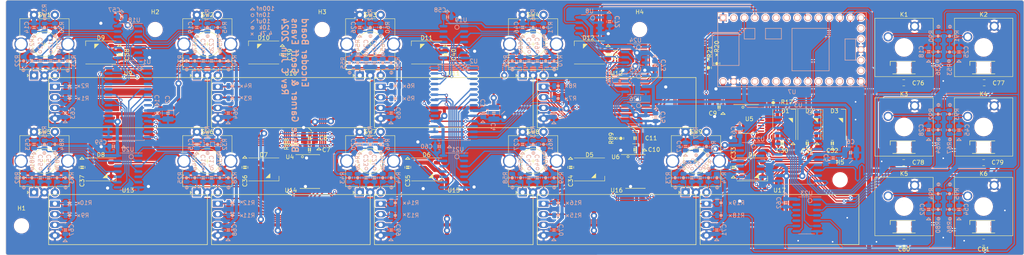
<source format=kicad_pcb>
(kicad_pcb (version 20240108) (generator "pcbnew") (generator_version "8.0")
  (title_block (title "Encoder Board") (date "2020-06-02") (rev "B") (company "Blake Garner"))
  (layers (0 "F.Cu" signal) (31 "B.Cu" signal) (34 "B.Paste" user) (35 "F.Paste" user) (36 "B.SilkS" user "B.Silkscreen") (37 "F.SilkS" user "F.Silkscreen") (38 "B.Mask" user) (39 "F.Mask" user) (44 "Edge.Cuts" user))
  (net 0 "")
  (net 1 "GND")
  (net 2 "+3V3")
  (net 3 "+5V")
  (net 4 "ENC0_A")
  (net 5 "ENC0_B")
  (net 6 "ENC5_A")
  (net 7 "ENC5_B")
  (net 8 "ENC1_A")
  (net 9 "ENC1_B")
  (net 10 "ENC6_A")
  (net 11 "ENC6_B")
  (net 12 "ENC2_A")
  (net 13 "ENC2_B")
  (net 14 "ENC7_A")
  (net 15 "ENC7_B")
  (net 16 "ENC3_A")
  (net 17 "ENC3_B")
  (net 18 "ENC8_A")
  (net 19 "ENC8_B")
  (net 20 "ENC4_A")
  (net 21 "ENC4_B")
  (net 22 "Net-(K1-Pad2)")
  (net 23 "WS2812_DATA")
  (net 24 "Net-(K1-DOUT)")
  (net 25 "Net-(K2-DOUT)")
  (net 26 "Net-(K2-Pad2)")
  (net 27 "Net-(K3-Pad2)")
  (net 28 "Net-(K4-DOUT)")
  (net 29 "Net-(U5-B0)")
  (net 30 "SCL0")
  (net 31 "SDA0")
  (net 32 "SCL1")
  (net 33 "SDA1")
  (net 34 "SCL2")
  (net 35 "SDA2")
  (net 36 "SCL3")
  (net 37 "SDA3")
  (net 38 "SCL4")
  (net 39 "SDA4")
  (net 40 "SCL5")
  (net 41 "SDA5")
  (net 42 "SCL6")
  (net 43 "SDA6")
  (net 44 "SCL7")
  (net 45 "SDA7")
  (net 46 "SCL8")
  (net 47 "SDA8")
  (net 48 "SDA")
  (net 49 "SCL")
  (net 50 "Net-(R22-Pad2)")
  (net 51 "Net-(R23-Pad2)")
  (net 52 "Net-(R32-Pad2)")
  (net 53 "Net-(R44-Pad2)")
  (net 54 "Net-(R45-Pad2)")
  (net 55 "Net-(R60-Pad2)")
  (net 56 "Net-(R61-Pad2)")
  (net 57 "ENC0_SW")
  (net 58 "ENC5_SW")
  (net 59 "ENC1_SW")
  (net 60 "ENC6_SW")
  (net 61 "ENC2_SW")
  (net 62 "ENC7_SW")
  (net 63 "ENC3_SW")
  (net 64 "ENC8_SW")
  (net 65 "ENC4_SW")
  (net 66 "CS0")
  (net 67 "SCLK")
  (net 68 "MOSI")
  (net 69 "MISO")
  (net 70 "INT0_A")
  (net 71 "INT1_A")
  (net 72 "INT2_A")
  (net 73 "EEPROM_WP")
  (net 74 "Net-(U4-~{RESET})")
  (net 75 "Net-(U6-~{RESET})")
  (net 76 "BUTTON0_SW")
  (net 77 "BUTTON1_SW")
  (net 78 "BUTTON2_SW")
  (net 79 "BUTTON3_SW")
  (net 80 "BUTTON4_SW")
  (net 81 "BUTTON5_SW")
  (net 82 "/WS2812_3V3")
  (net 83 "Net-(C12-Pad1)")
  (net 84 "Net-(C13-Pad1)")
  (net 85 "Net-(C14-Pad1)")
  (net 86 "Net-(C15-Pad1)")
  (net 87 "Net-(C16-Pad1)")
  (net 88 "Net-(C17-Pad1)")
  (net 89 "Net-(C18-Pad1)")
  (net 90 "Net-(C19-Pad1)")
  (net 91 "Net-(C20-Pad1)")
  (net 92 "Net-(C21-Pad1)")
  (net 93 "Net-(C22-Pad1)")
  (net 94 "Net-(C23-Pad1)")
  (net 95 "Net-(C24-Pad1)")
  (net 96 "Net-(C25-Pad1)")
  (net 97 "Net-(C26-Pad1)")
  (net 98 "Net-(C27-Pad1)")
  (net 99 "Net-(C28-Pad1)")
  (net 100 "Net-(C29-Pad1)")
  (net 101 "Net-(C42-Pad1)")
  (net 102 "Net-(C43-Pad1)")
  (net 103 "Net-(C44-Pad1)")
  (net 104 "Net-(C45-Pad1)")
  (net 105 "Net-(C46-Pad1)")
  (net 106 "Net-(C47-Pad1)")
  (net 107 "Net-(C48-Pad1)")
  (net 108 "Net-(C49-Pad1)")
  (net 109 "Net-(C50-Pad1)")
  (net 110 "Net-(C51-Pad1)")
  (net 111 "Net-(C52-Pad1)")
  (net 112 "Net-(C53-Pad1)")
  (net 113 "Net-(C54-Pad1)")
  (net 114 "Net-(C55-Pad1)")
  (net 115 "Net-(C56-Pad1)")
  (net 116 "Net-(R24-Pad1)")
  (net 117 "Net-(R28-Pad2)")
  (net 118 "Net-(R30-Pad2)")
  (net 119 "Net-(R37-Pad1)")
  (net 120 "Net-(R40-Pad2)")
  (net 121 "Net-(R42-Pad1)")
  (net 122 "Net-(R46-Pad2)")
  (net 123 "Net-(R54-Pad1)")
  (net 124 "Net-(R56-Pad2)")
  (net 125 "Net-(R57-Pad1)")
  (net 126 "Net-(R59-Pad2)")
  (net 127 "Net-(R68-Pad1)")
  (net 128 "Net-(R70-Pad2)")
  (net 129 "Net-(R71-Pad2)")
  (net 130 "Net-(R72-Pad1)")
  (net 131 "Net-(R74-Pad2)")
  (net 132 "Net-(R75-Pad2)")
  (net 133 "Net-(R81-Pad1)")
  (net 134 "Net-(R83-Pad2)")
  (net 135 "Net-(R84-Pad2)")
  (net 197 "Net-(K4-Pad2)")
  (net 198 "Net-(K5-Pad2)")
  (net 199 "Net-(K5-DOUT)")
  (net 200 "Net-(K6-Pad2)")
  (net 201 "Net-(K3-DOUT)")
  (net 202 "KEY_WS_DATA")
  (footprint "LED_BG:LED_WS2812B_PLCC4_5.0x5.0mm_P3.2mm" (layer "F.Cu") (at 208.54 90.43)
    (property "Reference" "D4")
    (property "Value" "WS2812B")
  )
  (footprint "LED_BG:LED_WS2812B_PLCC4_5.0x5.0mm_P3.2mm" (layer "F.Cu") (at 130.54 90.43)
    (property "Reference" "D6")
    (property "Value" "WS2812B")
  )
  (footprint "LED_BG:LED_WS2812B_PLCC4_5.0x5.0mm_P3.2mm" (layer "F.Cu") (at 52.54 90.43)
    (property "Reference" "D8")
    (property "Value" "WS2812B")
  )
  (footprint "LED_BG:LED_WS2812B_PLCC4_5.0x5.0mm_P3.2mm" (layer "F.Cu") (at 169.54 90.43)
    (property "Reference" "D5")
    (property "Value" "WS2812B")
  )
  (footprint "LED_BG:LED_WS2812B_PLCC4_5.0x5.0mm_P3.2mm" (layer "F.Cu") (at 91.54 62.43 180)
    (property "Reference" "D10")
    (property "Value" "WS2812B")
  )
  (footprint "Capacitor_BG:C_0805_2012Metric" (layer "F.Cu") (at 102.49 85.68 180)
    (property "Reference" "C7")
    (property "Value" "100nF")
  )
  (footprint "Capacitor_BG:C_1210_3225Metric" (layer "F.Cu") (at 102.49 82.93 180)
    (property "Reference" "C8")
    (property "Value" "10uF")
  )
  (footprint "Capacitor_BG:C_0805_2012Metric" (layer "F.Cu") (at 200.5625 75.5 180)
    (property "Reference" "C9")
    (property "Value" "100nF")
  )
  (footprint "Capacitor_BG:C_0805_2012Metric" (layer "F.Cu") (at 215.68628 84.18)
    (property "Reference" "C30")
    (property "Value" "100nF")
  )
  (footprint "Capacitor_BG:C_0805_2012Metric" (layer "F.Cu") (at 221.68628 84.18)
    (property "Reference" "C31")
    (property "Value" "100nF")
  )
  (footprint "Capacitor_BG:C_0805_2012Metric" (layer "F.Cu") (at 227.68628 84.18)
    (property "Reference" "C32")
    (property "Value" "100nF")
  )
  (footprint "Capacitor_BG:C_0805_2012Metric" (layer "F.Cu") (at 204.04 89.93 -90)
    (property "Reference" "C33")
    (property "Value" "100nF")
  )
  (footprint "Capacitor_BG:C_0805_2012Metric" (layer "F.Cu") (at 165.04 89.93 -90)
    (property "Reference" "C34")
    (property "Value" "100nF")
  )
  (footprint "Capacitor_BG:C_0805_2012Metric" (layer "F.Cu") (at 126.04 89.93 -90)
    (property "Reference" "C35")
    (property "Value" "100nF")
  )
  (footprint "Capacitor_BG:C_0805_2012Metric" (layer "F.Cu") (at 87.04 89.93 -90)
    (property "Reference" "C36")
    (property "Value" "100nF")
  )
  (footprint "Capacitor_BG:C_0805_2012Metric" (layer "F.Cu") (at 48.04 89.93 -90)
    (property "Reference" "C37")
    (property "Value" "100nF")
  )
  (footprint "Capacitor_BG:C_0805_2012Metric" (layer "F.Cu") (at 57.04 62.93 90)
    (property "Reference" "C38")
    (property "Value" "100nF")
  )
  (footprint "Capacitor_BG:C_0805_2012Metric" (layer "F.Cu") (at 96.04 62.93 90)
    (property "Reference" "C39")
    (property "Value" "100nF")
  )
  (footprint "Capacitor_BG:C_0805_2012Metric" (layer "F.Cu") (at 135.04 62.93 90)
    (property "Reference" "C40")
    (property "Value" "100nF")
  )
  (footprint "Capacitor_BG:C_0805_2012Metric" (layer "F.Cu") (at 174.04 62.93 90)
    (property "Reference" "C41")
    (property "Value" "100nF")
  )
  (footprint "Resistor_BG:R_0805_2012Metric" (layer "F.Cu") (at 213.54 74.43 180)
    (property "Reference" "R17")
    (property "Value" "330R")
  )
  (footprint "Resistor_BG:R_0805_2012Metric" (layer "F.Cu") (at 200.04 65.08 -90)
    (property "Reference" "R20")
    (property "Value" "4.7k")
  )
  (footprint "Resistor_BG:R_0805_2012Metric" (layer "F.Cu") (at 198.04 66.08 -90)
    (property "Reference" "R21")
    (property "Value" "4.7k")
  )
  (footprint "TSSOP_BG:TSSOP-24_4.4x7.8mm_P0.65mm" (layer "F.Cu") (at 102.59 90.96)
    (property "Reference" "U4")
    (property "Value" "TCA9548APWR")
  )
  (footprint "Display_BG:Display_OLED_128x32_I2C" (layer "F.Cu") (at 59.04 74.43)
    (property "Reference" "U9")
    (property "Value" "Display_OLED_128x32_I2C")
  )
  (footprint "Display_BG:Display_OLED_128x32_I2C" (layer "F.Cu") (at 98.04 74.43)
    (property "Reference" "U10")
    (property "Value" "Display_OLED_128x32_I2C")
  )
  (footprint "Display_BG:Display_OLED_128x32_I2C" (layer "F.Cu") (at 137.04 74.43)
    (property "Reference" "U11")
    (property "Value" "Display_OLED_128x32_I2C")
  )
  (footprint "Display_BG:Display_OLED_128x32_I2C" (layer "F.Cu") (at 176.04 74.43)
    (property "Reference" "U12")
    (property "Value" "Display_OLED_128x32_I2C")
  )
  (footprint "Display_BG:Display_OLED_128x32_I2C" (layer "F.Cu") (at 98.04 102.43)
    (property "Reference" "U14")
    (property "Value" "Display_OLED_128x32_I2C")
  )
  (footprint "Display_BG:Display_OLED_128x32_I2C" (layer "F.Cu") (at 137.04 102.43)
    (property "Reference" "U15")
    (property "Value" "Display_OLED_128x32_I2C")
  )
  (footprint "Display_BG:Display_OLED_128x32_I2C" (layer "F.Cu") (at 176.04 102.43)
    (property "Reference" "U16")
    (property "Value" "Display_OLED_128x32_I2C")
  )
  (footprint "Display_BG:Display_OLED_128x32_I2C" (layer "F.Cu") (at 215.04 102.43)
    (property "Reference" "U17")
    (property "Value" "Display_OLED_128x32_I2C")
  )
  (footprint "Encoder_BG:RotaryEncoder_Bourns_PEC12R-4x20k-Sxxxx-Switch_Vertical_H20mm" (layer "F.Cu") (at 39.04 60.43 90)
    (property "Reference" "SW1")
    (property "Value" "Rotary_Encoder_Switch")
  )
  (footprint "Encoder_BG:RotaryEncoder_Bourns_PEC12R-4x20k-Sxxxx-Switch_Vertical_H20mm" (layer "F.Cu") (at 78.04 60.43 90)
    (property "Reference" "SW2")
    (property "Value" "Rotary_Encoder_Switch")
  )
  (footprint "Encoder_BG:RotaryEncoder_Bourns_PEC12R-4x20k-Sxxxx-Switch_Vertical_H20mm" (layer "F.Cu") (at 117.04 60.43 90)
    (property "Reference" "SW3")
    (property "Value" "Rotary_Encoder_Switch")
  )
  (footprint "Encoder_BG:RotaryEncoder_Bourns_PEC12R-4x20k-Sxxxx-Switch_Vertical_H20mm" (layer "F.Cu") (at 156.04 60.43 90)
    (property "Reference" "SW4")
    (property "Value" "Rotary_Encoder_Switch")
  )
  (footprint "Encoder_BG:RotaryEncoder_Bourns_PEC12R-4x20k-Sxxxx-Switch_Vertical_H20mm" (layer "F.Cu") (at 39.04 88.43 90)
    (property "Reference" "SW5")
    (property "Value" "Rotary_Encoder_Switch")
  )
  (footprint "Encoder_BG:RotaryEncoder_Bourns_PEC12R-4x20k-Sxxxx-Switch_Vertical_H20mm" (layer "F.Cu") (at 78.04 88.43 90)
    (property "Reference" "SW6")
    (property "Value" "Rotary_Encoder_Switch")
  )
  (footprint "Encoder_BG:RotaryEncoder_Bourns_PEC12R-4x20k-Sxxxx-Switch_Vertical_H20mm" (layer "F.Cu") (at 117.04 88.43 90)
    (property "Reference" "SW7")
    (property "Value" "Rotary_Encoder_Switch")
  )
  (footprint "Encoder_BG:RotaryEncoder_Bourns_PEC12R-4x20k-Sxxxx-Switch_Vertical_H20mm" (layer "F.Cu") (at 156.04 88.43 90)
    (property "Reference" "SW8")
    (property "Value" "Rotary_Encoder_Switch")
  )
  (footprint "Encoder_BG:RotaryEncoder_Bourns_PEC12R-4x20k-Sxxxx-Switch_Vertical_H20mm" (layer "F.Cu") (at 195.04 88.43 90)
    (property "Reference" "SW9")
    (property "Value" "Rotary_Encoder_Switch")
  )
  (footprint "Display_BG:Display_OLED_128x32_I2C" (layer "F.Cu") (at 59.04 102.43)
    (property "Reference" "U13")
    (property "Value" "Display_OLED_128x32_I2C")
  )
  (footprint "LED_BG:LED_WS2812B_PLCC4_5.0x5.0mm_P3.2mm" (layer "F.Cu") (at 130.54 62.43 180)
    (property "Reference" "D11")
    (property "Value" "WS2812B")
  )
  (footprint "TSSOP_BG:TSSOP-20_4.4x6.5mm_P0.65mm" (layer "F.Cu") (at 207.802 78.332)
    (property "Reference" "U5")
    (property "Value" "74HCT245")
  )
  (footprint "Capacitor_BG:C_0805_2012Metric" (layer "F.Cu") (at 180.46 85.68 180)
    (property "Reference" "C10")
    (property "Value" "100nF")
  )
  (footprint "Capacitor_BG:C_1210_3225Metric" (layer "F.Cu") (at 180.46 82.93 180)
    (property "Reference" "C11")
    (property "Value" "10uF")
  )
  (footprint "LED_BG:LED_WS2812B_PLCC4_5.0x5.0mm_P3.2mm" (layer "F.Cu") (at 91.54 90.43)
    (property "Reference" "D7")
    (property "Value" "WS2812B")
  )
  (footprint "LED_BG:LED_WS2812B_PLCC4_5.0x5.0mm_P3.2mm" (layer "F.Cu") (at 52.54 62.43 180)
    (property "Reference" "D9")
    (property "Value" "WS2812B")
  )
  (footprint "LED_BG:LED_WS2812B_PLCC4_5.0x5.0mm_P3.2mm" (layer "F.Cu") (at 216.18628 79.68 90)
    (property "Reference" "D1")
    (property "Value" "WS2812B")
  )
  (footprint "LED_BG:LED_WS2812B_PLCC4_5.0x5.0mm_P3.2mm" (layer "F.Cu") (at 222.18628 79.68 90)
    (property "Reference" "D2")
    (property "Value" "WS2812B")
  )
  (footprint "TSSOP_BG:TSSOP-24_4.4x7.8mm_P0.65mm" (layer "F.Cu") (at 180.54 90.93)
    (property "Reference" "U6")
    (property "Value" "TCA9548APWR")
  )
  (footprint "LED_BG:LED_WS2812B_PLCC4_5.0x5.0mm_P3.2mm" (layer "F.Cu") (at 228.18628 79.68 90)
    (property "Reference" "D3")
    (property "Value" "WS2812B")
  )
  (footprint "LED_BG:LED_WS2812B_PLCC4_5.0x5.0mm_P3.2mm" (layer "F.Cu") (at 169.54 62.43 180)
    (property "Reference" "D12")
    (property "Value" "WS2812B")
  )
  (footprint "Resistor_BG:R_0805_2012Metric" (layer "F.Cu") (at 99.144 84.43 -90)
    (property "Reference" "R88")
    (property "Value" "4.7k")
  )
  (footprint "Resistor_BG:R_0805_2012Metric" (layer "F.Cu") (at 177.04 82.988 -90)
    (property "Reference" "R89")
    (property "Value" "4.7k")
  )
  (footprint "Capacitor_SMD:C_0805_2012Metric_Pad1.18x1.45mm_HandSolder" (layer "F.Cu") (at 263.9125 88.8)
    (property "Reference" "C79")
    (property "Value" "0.1uf")
  )
  (footprint "MountingHole:MountingHole_3.2mm_M3" (layer "F.Cu") (at 181.54 56.93)
    (property "Reference" "H4")
    (property "Value" "MountingHole")
  )
  (footprint "Capacitor_SMD:C_0805_2012Metric_Pad1.18x1.45mm_HandSolder" (layer "F.Cu") (at 244.79 69.68)
    (property "Reference" "C76")
    (property "Value" "0.1uf")
  )
  (footprint "Capacitor_SMD:C_0805_2012Metric_Pad1.18x1.45mm_HandSolder" (layer "F.Cu") (at 244.78 88.8 180)
    (property "Reference" "C78")
    (property "Value" "0.1uf")
  )
  (footprint "kicad custom footprints:SW_Cherry_MX_1.00u_Plate" (layer "F.Cu") (at 266.443 94.236)
    (property "Reference" "K6")
    (property "Value" "key" (hide yes))
    (fp_rect (start -4.318 8.382) (end -0.762 11.43) (stroke (width 0.12)) (fill none) (layer "Edge.Cuts"))
  )
  (footprint "Capacitor_SMD:C_0805_2012Metric_Pad1.18x1.45mm_HandSolder" (layer "F.Cu") (at 263.9125 107.85 180)
    (property "Reference" "C81")
    (property "Value" "0.1uf")
  )
  (footprint "MountingHole:MountingHole_3.2mm_M3" (layer "F.Cu") (at 105.54 56.93)
    (property "Reference" "H3")
    (property "Value" "MountingHole")
  )
  (footprint "kicad custom footprints:SW_Cherry_MX_1.00u_Plate" (layer "F.Cu") (at 266.443 75.186)
    (property "Reference" "K4")
    (property "Value" "key" (hide yes))
    (fp_rect (start -4.318 8.382) (end -0.762 11.43) (stroke (width 0.12)) (fill none) (layer "Edge.Cuts"))
  )
  (footprint "kicad custom footprints:SW_Cherry_MX_1.00u_Plate" (layer "F.Cu") (at 266.453 56.136)
    (property "Reference" "K2")
    (property "Value" "key" (hide yes))
    (fp_rect (start -4.318 8.382) (end -0.762 11.43) (stroke (width 0.12)) (fill none) (layer "Edge.Cuts"))
  )
  (footprint "Capacitor_SMD:C_0805_2012Metric_Pad1.18x1.45mm_HandSolder" (layer "F.Cu") (at 264.04 69.68 180)
    (property "Reference" "C77")
    (property "Value" "C")
  )
  (footprint "MountingHole:MountingHole_3.2mm_M3" (layer "F.Cu") (at 33.54 103.93)
    (property "Reference" "H1")
    (property "Value" "MountingHole")
  )
  (footprint "kicad custom footprints:SW_Cherry_MX_1.00u_Plate" (layer "F.Cu") (at 247.39 56.14)
    (property "Reference" "K1")
    (property "Value" "key" (hide yes))
    (fp_rect (start -4.318 8.382) (end -0.762 11.43) (stroke (width 0.12)) (fill none) (layer "Edge.Cuts"))
  )
  (footprint "MountingHole:MountingHole_3.2mm_M3" (layer "F.Cu") (at 229.54 92.92)
    (property "Reference" "H5")
    (property "Value" "MountingHole")
  )
  (footprint "Capacitor_SMD:C_0805_2012Metric_Pad1.18x1.45mm_HandSolder" (layer "F.Cu") (at 244.84 107.85 180)
    (property "Reference" "C80")
    (property "Value" "0.1uf")
  )
  (footprint "MountingHole:MountingHole_3.2mm_M3" (layer "F.Cu") (at 65.54 56.93)
    (property "Reference" "H2")
    (property "Value" "MountingHole")
  )
  (footprint "kicad custom footprints:SW_Cherry_MX_1.00u_Plate" (layer "F.Cu") (at 247.393 94.236)
    (property "Reference" "K5")
    (property "Value" "key" (hide yes))
    (fp_rect (start -4.318 8.382) (end -0.762 11.43) (stroke (width 0.12)) (fill none) (layer "Edge.Cuts"))
  )
  (footprint "kicad custom footprints:SW_Cherry_MX_1.00u_Plate" (layer "F.Cu") (at 247.393 75.186)
    (property "Reference" "K3")
    (property "Value" "key" (hide yes))
    (fp_rect (start -4.318 8.382) (end -0.762 11.43) (stroke (width 0.12)) (fill none) (layer "Edge.Cuts"))
  )
  (footprint "Teensy_BG:Teensy30_31_32_LC" (layer "B.Cu") (at 218.03 61.725)
    (property "Reference" "U7")
    (property "Value" "Teensy3.2")
  )
  (footprint "Capacitor_BG:C_0805_2012Metric" (layer "B.Cu") (at 66.075 76.965 -90)
    (property "Reference" "C1")
    (property "Value" "100nF")
  )
  (footprint "Capacitor_BG:C_1210_3225Metric" (layer "B.Cu") (at 68.615 76.965 -90)
    (property "Reference" "C2")
    (property "Value" "10uF")
  )
  (footprint "Capacitor_BG:C_0805_2012Metric" (layer "B.Cu") (at 144.105 76.965 -90)
    (property "Reference" "C3")
    (property "Value" "100nF")
  )
  (footprint "Capacitor_BG:C_1210_3225Metric" (layer "B.Cu") (at 146.645 76.965 -90)
    (property "Reference" "C4")
    (property "Value" "10uF")
  )
  (footprint "Capacitor_BG:C_0805_2012Metric" (layer "B.Cu") (at 38.04 64.43 -90)
    (property "Reference" "C12")
    (property "Value" "10nF")
  )
  (footprint "Resistor_BG:R_0805_2012Metric" (layer "B.Cu") (at 45.04 73.43 180)
    (property "Reference" "R1")
    (property "Value" "4.7k")
  )
  (footprint "Resistor_BG:R_0805_2012Metric" (layer "B.Cu") (at 45.04 70.43 180)
    (property "Reference" "R2")
    (property "Value" "4.7k")
  )
  (footprint "Resistor_BG:R_0805_2012Metric" (layer "B.Cu") (at 84.04 70.43 180)
    (property "Reference" "R4")
    (property "Value" "4.7k")
  )
  (footprint "Resistor_BG:R_0805_2012Metric" (layer "B.Cu") (at 123.04 73.43 180)
    (property "Reference" "R5")
    (property "Value" "4.7k")
  )
  (footprint "Resistor_BG:R_0805_2012Metric" (layer "B.Cu") (at 123.04 70.43 180)
    (property "Reference" "R6")
    (property "Value" "4.7k")
  )
  (footprint "Resistor_BG:R_0805_2012Metric" (layer "B.Cu") (at 162.04 73.43 180)
    (property "Reference" "R7")
    (property "Value" "4.7k")
  )
  (footprint "Resistor_BG:R_0805_2012Metric" (layer "B.Cu") (at 162.04 70.43 180)
    (property "Reference" "R8")
    (property "Value" "4.7k")
  )
  (footprint "Resistor_BG:R_0805_2012Metric" (layer "B.Cu") (at 45.04 101.43 180)
    (property "Reference" "R9")
    (property "Value" "4.7k")
  )
  (footprint "Resistor_BG:R_0805_2012Metric" (layer "B.Cu") (at 45.04 98.43 180)
    (property "Reference" "R10")
    (property "Value" "4.7k")
  )
  (footprint "Resistor_BG:R_0805_2012Metric" (layer "B.Cu") (at 84.04 101.43 180)
    (property "Reference" "R11")
    (property "Value" "4.7k")
  )
  (footprint "Resistor_BG:R_0805_2012Metric" (layer "B.Cu") (at 84.04 98.43 180)
    (property "Reference" "R12")
    (property "Value" "4.7k")
  )
  (footprint "Resistor_BG:R_0805_2012Metric" (layer "B.Cu") (at 123.04 101.43 180)
    (property "Reference" "R13")
    (property "Value" "4.7k")
  )
  (footprint "Resistor_BG:R_0805_2012Metric" (layer "B.Cu") (at 123.04 98.43 180)
    (property "Reference" "R14")
    (property "Value" "4.7k")
  )
  (footprint "Resistor_BG:R_0805_2012Metric" (layer "B.Cu") (at 162.04 101.43 180)
    (property "Reference" "R15")
    (property "Value" "4.7k")
  )
  (footprint "Resistor_BG:R_0805_2012Metric" (layer "B.Cu") (at 162.04 98.43 180)
    (property "Reference" "R16")
    (property "Value" "4.7k")
  )
  (footprint "Resistor_BG:R_0805_2012Metric" (layer "B.Cu") (at 201.04 101.43 180)
    (property "Reference" "R18")
    (property "Value" "4.7k")
  )
  (footprint "Resistor_BG:R_0805_2012Metric" (layer "B.Cu") (at 201.04 98.43 180)
    (property "Reference" "R19")
    (property "Value" "4.7k")
  )
  (footprint "Resistor_BG:R_0805_2012Metric" (layer "B.Cu") (at 34.04 64.43 -90)
    (property "Reference" "R22")
    (property "Value" "10k")
  )
  (footprint "SOIC_BG:SOIC-28W_7.5x17.9mm_P1.27mm" (layer "B.Cu") (at 59.09 74.425 180)
    (property "Reference" "U1")
    (property "Value" "MCP23S17_SO")
  )
  (footprint "SOIC_BG:SOIC-28W_7.5x17.9mm_P1.27mm" (layer "B.Cu") (at 137.12 74.425 180)
    (property "Reference" "U2")
    (property "Value" "MCP23S17_SO")
  )
  (footprint "SOIC_BG:SOIC-8_3.9x4.9mm_P1.27mm" (layer "B.Cu") (at 169.54 55.93 180)
    (property "Reference" "U8")
    (property "Value" "CAT24M01W")
  )
  (footprint "SOIC_BG:SOIC-14_3.9x8.7mm_P1.27mm" (layer "B.Cu") (at 59.04 59.93 180)
    (property "Reference" "U18")
    (property "Value" "74LVC14")
  )
  (footprint "Capacitor_BG:C_0805_2012Metric" (layer "B.Cu") (at 40.54 64.43 -90)
    (property "Reference" "C13")
    (property "Value" "10nF")
  )
  (footprint "Resistor_BG:R_0805_2012Metric" (layer "B.Cu") (at 42.54 64.43 90)
    (property "Reference" "R29")
    (property "Value" "10k")
  )
  (footprint "Resistor_BG:R_0805_2012Metric" (layer "B.Cu") (at 44.54 64.43 -90)
    (property "Reference" "R23")
    (property "Value" "10k")
  )
  (footprint "Capacitor_BG:C_0805_2012Metric" (layer "B.Cu") (at 36.54 56.43 90)
    (property "Reference" "C14")
    (property "Value" "100nF")
  )
  (footprint "Capacitor_BG:C_0805_2012Metric" (layer "B.Cu") (at 75.54 84.43 90)
    (property "Reference" "C15")
    (property "Value" "100nF")
  )
  (footprint "Capacitor_BG:C_0805_2012Metric" (layer "B.Cu") (at 77.04 92.43 -90)
    (property "Reference" "C16")
    (property "Value" "10nF")
  )
  (footprint "Capacitor_BG:C_0805_2012Metric" (layer "B.Cu") (at 79.04 92.43 -90)
    (property "Reference" "C17")
    (property "Value" "10nF")
  )
  (footprint "Capacitor_BG:C_0805_2012Metric" (layer "B.Cu") (at 250.75 62.255 90)
    (property "Reference" "C18")
    (property "Value" "100nF")
  )
  (footprint "Capacitor_BG:C_0805_2012Metric" (layer "B.Cu") (at 75.54 56.43 90)
    (property "Reference" "C19")
    (property "Value" "100nF")
  )
  (footprint "Capacitor_BG:C_0805_2012Metric" (layer "B.Cu") (at 114.54 84.43 90)
    (property "Reference" "C20")
    (property "Value" "100nF")
  )
  (footprint "Capacitor_BG:C_0805_2012Metric" (layer "B.Cu") (at 77.04 64.43 -90)
    (property "Reference" "C21")
    (property "Value" "10nF")
  )
  (footprint "Capacitor_BG:C_0805_2012Metric" (layer "B.Cu") (at 79.04 64.43 -90)
    (property "Reference" "C22")
    (property "Value" "10nF")
  )
  (footprint "Capacitor_BG:C_0805_2012Metric" (layer "B.Cu") (at 116.04 92.43 -90)
    (property "Reference" "C23")
    (property "Value" "10nF")
  )
  (footprint "Capacitor_BG:C_0805_2012Metric" (layer "B.Cu") (at 118.04 92.43 -90)
    (property "Reference" "C24")
    (property "Value" "10nF")
  )
  (footprint "Capacitor_BG:C_0805_2012Metric" (layer "B.Cu") (at 258 62.305 90)
    (property "Reference" "C25")
    (property "Value" "100nF")
  )
  (footprint "Capacitor_BG:C_0805_2012Metric" (layer "B.Cu") (at 114.54 56.43 90)
    (property "Reference" "C26")
    (property "Value" "100nF")
  )
  (footprint "Capacitor_BG:C_0805_2012Metric" (layer "B.Cu") (at 153.54 84.43 90)
    (property "Reference" "C27")
    (property "Value" "100nF")
  )
  (footprint "Capacitor_BG:C_0805_2012Metric" (layer "B.Cu") (at 250.75 80.9425 90)
    (property "Reference" "C28")
    (property "Value" "100nF")
  )
  (footprint "Capacitor_BG:C_0805_2012Metric" (layer "B.Cu") (at 116.04 64.93 -90)
    (property "Reference" "C29")
    (property "Value" "10nF")
  )
  (footprint "Capacitor_BG:C_0805_2012Metric" (layer "B.Cu") (at 118.04 64.93 -90)
    (property "Reference" "C42")
    (property "Value" "10nF")
  )
  (footprint "Capacitor_BG:C_0805_2012Metric" (layer "B.Cu") (at 155.04 92.43 -90)
    (property "Reference" "C43")
    (property "Value" "10nF")
  )
  (footprint "Capacitor_BG:C_0805_2012Metric" (layer "B.Cu") (at 157.04 92.43 -90)
    (property "Reference" "C44")
    (property "Value" "10nF")
  )
  (footprint "Capacitor_BG:C_0805_2012Metric" (layer "B.Cu") (at 258 81 90)
    (property "Reference" "C45")
    (property "Value" "100nF")
  )
  (footprint "Capacitor_BG:C_0805_2012Metric" (layer "B.Cu") (at 153.54 56.43 90)
    (property "Reference" "C46")
    (property "Value" "100nF")
  )
  (footprint "Capacitor_BG:C_0805_2012Metric" (layer "B.Cu") (at 192.54 84.93 90)
    (property "Reference" "C47")
    (property "Value" "100nF")
  )
  (footprint "Capacitor_BG:C_0805_2012Metric" (layer "B.Cu") (at 155.04 64.43 -90)
    (property "Reference" "C48")
    (property "Value" "10nF")
  )
  (footprint "Capacitor_BG:C_0805_2012Metric" (layer "B.Cu") (at 157.04 64.43 -90)
    (property "Reference" "C49")
    (property "Value" "10nF")
  )
  (footprint "Capacitor_BG:C_0805_2012Metric" (layer "B.Cu") (at 196.04 92.43 -90)
    (property "Reference" "C51")
    (property "Value" "10nF")
  )
  (footprint "Capacitor_BG:C_0805_2012Metric" (layer "B.Cu") (at 250.75 100 90)
    (property "Reference" "C52")
    (property "Value" "100nF")
  )
  (footprint "Capacitor_BG:C_0805_2012Metric" (layer "B.Cu") (at 36.54 84.43 90)
    (property "Reference" "C53")
    (property "Value" "100nF")
  )
  (footprint "Capacitor_BG:C_0805_2012Metric" (layer "B.Cu") (at 258 100 90)
    (property "Reference" "C54")
    (property "Value" "100nF")
  )
  (footprint "Capacitor_BG:C_0805_2012Metric" (layer "B.Cu") (at 38.04 92.43 -90)
    (property "Reference" "C55")
    (property "Value" "10nF")
  )
  (footprint "Capacitor_BG:C_0805_2012Metric" (layer "B.Cu") (at 40.04 92.43 -90)
    (property "Reference" "C56")
    (property "Value" "10nF")
  )
  (footprint "Capacitor_BG:C_0805_2012Metric" (layer "B.Cu") (at 57.54 53.93 180)
    (property "Reference" "C57")
    (property "Value" "100nF")
  )
  (footprint "Capacitor_BG:C_0805_2012Metric" (layer "B.Cu") (at 135.54 53.93)
    (property "Reference" "C58")
    (property "Value" "100nF")
  )
  (footprint "Capacitor_BG:C_0805_2012Metric" (layer "B.Cu") (at 55.54 84.93 180)
    (property "Reference" "C59")
    (property "Value" "100nF")
  )
  (footprint "Capacitor_BG:C_0805_2012Metric" (layer "B.Cu") (at 133.54 84.93 180)
    (property "Reference" "C60")
    (property "Value" "100nF")
  )
  (footprint "Capacitor_BG:C_0805_2012Metric" (layer "B.Cu") (at 216.54 98.43 -90)
    (property "Reference" "C62")
    (property "Value" "100nF")
  )
  (footprint "Resistor_BG:R_0805_2012Metric" (layer "B.Cu") (at 75.04 92.43 90)
    (property "Reference" "R24")
    (property "Value" "10k")
  )
  (footprint "Resistor_BG:R_0805_2012Metric" (layer "B.Cu") (at 73.04 92.43 -90)
    (property "Reference" "R25")
    (property "Value" "10k")
  )
  (footprint "Resistor_BG:R_0805_2012Metric" (layer "B.Cu") (at 83.04 92.43 -90)
    (property "Reference" "R28")
    (property "Value" "10k")
  )
  (footprint "Resistor_BG:R_0805_2012Metric" (layer "B.Cu") (at 80.54 84.43 90)
    (property "Reference" "R32")
    (property "Value" "10k")
  )
  (footprint "Resistor_BG:R_0805_2012Metric" (layer "B.Cu") (at 39.04 56.43 90)
    (property "Reference" "R33")
    (property "Value" "10k")
  )
  (footprint "Resistor_BG:R_0805_2012Metric" (layer "B.Cu") (at 78.04 84.43 90)
    (property "Reference" "R34")
    (property "Value" "10k")
  )
  (footprint "Resistor_BG:R_0805_2012Metric" (layer "B.Cu") (at 81.04 92.43 90)
    (property "Reference" "R35")
    (property "Value" "10k")
  )
  (footprint "Resistor_BG:R_0805_2012Metric" (layer "B.Cu") (at 253 62.25 90)
    (property "Reference" "R36")
    (property "Value" "10k")
  )
  (footprint "Resistor_BG:R_0805_2012Metric" (layer "B.Cu") (at 75.04 64.43 90)
    (property "Reference" "R37")
    (property "Value" "10k")
  )
  (footprint "Resistor_BG:R_0805_2012Metric" (layer "B.Cu") (at 73.04 64.43 -90)
    (property "Reference" "R39")
    (property "Value" "10k")
  )
  (footprint "Resistor_BG:R_0805_2012Metric" (layer "B.Cu") (at 83.04 64.43 -90)
    (property "Reference" "R40")
    (property "Value" "10k")
  )
  (footprint "Resistor_BG:R_0805_2012Metric" (layer "B.Cu") (at 114.04 92.43 90)
    (property "Reference" "R42")
    (property "Value" "10k")
  )
  (footprint "Resistor_BG:R_0805_2012Metric" (layer "B.Cu") (at 112.04 92.43 -90)
    (property "Reference" "R43")
    (property "Value" "10k")
  )
  (footprint "Resistor_BG:R_0805_2012Metric" (layer "B.Cu") (at 122.04 92.43 -90)
    (property "Reference" "R44")
    (property "Value" "10k")
  )
  (footprint "Resistor_BG:R_0805_2012Metric" (layer "B.Cu") (at 80.54 56.43 90)
    (property "Reference" "R45")
    (property "Value" "10k")
  )
  (footprint "Resistor_BG:R_0805_2012Metric" (layer "B.Cu") (at 119.54 84.43 90)
    (property "Reference" "R46")
    (property "Value" "10k")
  )
  (footprint "Resistor_BG:R_0805_2012Metric" (layer "B.Cu") (at 78.04 56.43 90)
    (property "Reference" "R47")
    (property "Value" "10k")
  )
  (footprint "Resistor_BG:R_0805_2012Metric" (layer "B.Cu") (at 117.04 84.43 90)
    (property "Reference" "R49")
    (property "Value" "10k")
  )
  (footprint "Resistor_BG:R_0805_2012Metric" (layer "B.Cu") (at 81.04 64.43 90)
    (property "Reference" "R50")
    (property "Value" "10k")
  )
  (footprint "Resistor_BG:R_0805_2012Metric" (layer "B.Cu") (at 120.04 92.43 90)
    (property "Reference" "R52")
    (property "Value" "10k")
  )
  (footprint "Resistor_BG:R_0805_2012Metric" (layer "B.Cu") (at 255.75 62.3125 90)
    (property "Reference" "R53")
    (property "Value" "10k")
  )
  (footprint "Resistor_BG:R_0805_2012Metric" (layer "B.Cu") (at 114.04 64.93 90)
    (property "Reference" "R54")
    (property "Value" "10k")
  )
  (footprint "Resistor_BG:R_0805_2012Metric" (layer "B.Cu") (at 112.04 64.93 -90)
    (property "Reference" "R55")
    (property "Value" "10k")
  )
  (footprint "Resistor_BG:R_0805_2012Metric" (layer "B.Cu") (at 122.04 64.93 -90)
    (property "Reference" "R56")
    (property "Value" "10k")
  )
  (footprint "Resistor_BG:R_0805_2012Metric" (layer "B.Cu") (at 153.04 92.43 90)
    (property "Reference" "R57")
    (property "Value" "10k")
  )
  (footprint "Resistor_BG:R_0805_2012Metric" (layer "B.Cu") (at 151.04 92.43 -90)
    (property "Reference" "R58")
    (property "Value" "10k")
  )
  (footprint "Resistor_BG:R_0805_2012Metric" (layer "B.Cu") (at 161.04 92.43 -90)
    (property "Reference" "R59")
    (property "Value" "10k")
  )
  (footprint "Resistor_BG:R_0805_2012Metric" (layer "B.Cu") (at 119.54 56.43 90)
    (property "Reference" "R60")
    (property "Value" "10k")
  )
  (footprint "Resistor_BG:R_0805_2012Metric" (layer "B.Cu") (at 158.54 84.43 90)
    (property "Reference" "R61")
    (property "Value" "10k")
  )
  (footprint "Resistor_BG:R_0805_2012Metric" (layer "B.Cu") (at 117.04 56.43 90)
    (property "Reference" "R62")
    (property "Value" "10k")
  )
  (footprint "Resistor_BG:R_0805_2012Metric" (layer "B.Cu") (at 156.04 84.43 90)
    (property "Reference" "R63")
    (property "Value" "10k")
  )
  (footprint "Resistor_BG:R_0805_2012Metric" (layer "B.Cu") (at 120.04 64.93 90)
    (property "Reference" "R65")
    (property "Value" "10k")
  )
  (footprint "Resistor_BG:R_0805_2012Metric" (layer "B.Cu") (at 159.04 92.43 90)
    (property "Reference" "R66")
    (property "Value" "10k")
  )
  (footprint "Resistor_BG:R_0805_2012Metric" (layer "B.Cu") (at 255.75 81.005 90)
    (property "Reference" "R67")
    (property "Value" "10k")
  )
  (footprint "Resistor_BG:R_0805_2012Metric" (layer "B.Cu") (at 153.04 64.43 90)
    (property "Reference" "R68")
    (property "Value" "10k")
  )
  (footprint "Resistor_BG:R_0805_2012Metric" (layer "B.Cu") (at 151.04 64.43 -90)
    (property "Reference" "R69")
    (property "Value" "10k")
  )
  (footprint "Resistor_BG:R_0805_2012Metric" (layer "B.Cu") (at 161.04 64.43 -90)
    (property "Reference" "R70")
    (property "Value" "10k")
  )
  (footprint "Resistor_BG:R_0805_2012Metric" (layer "B.Cu") (at 158.54 56.43 90)
    (property "Reference" "R71")
    (property "Value" "10k")
  )
  (footprint "Resistor_BG:R_0805_2012Metric" (layer "B.Cu") (at 192.04 92.43 90)
    (property "Reference" "R72")
    (property "Value" "10k")
  )
  (footprint "Resistor_BG:R_0805_2012Metric" (layer "B.Cu") (at 190.04 92.43 -90)
    (property "Reference" "R73")
    (property "Value" "10k")
  )
  (footprint "Resistor_BG:R_0805_2012Metric" (layer "B.Cu") (at 200.04 92.43 -90)
    (property "Reference" "R74")
    (property "Value" "10k")
  )
  (footprint "Resistor_BG:R_0805_2012Metric" (layer "B.Cu") (at 197.54 84.93 90)
    (property "Reference" "R75")
    (property "Value" "10k")
  )
  (footprint "Resistor_BG:R_0805_2012Metric" (layer "B.Cu") (at 156.04 56.43 90)
    (property "Reference" "R76")
    (property "Value" "10k")
  )
  (footprint "Resistor_BG:R_0805_2012Metric" (layer "B.Cu") (at 195.04 84.93 90)
    (property "Reference" "R77")
    (property "Value" "10k")
  )
  (footprint "Resistor_BG:R_0805_2012Metric" (layer "B.Cu") (at 159.04 64.43 90)
    (property "Reference" "R78")
    (property "Value" "10k")
  )
  (footprint "Resistor_BG:R_0805_2012Metric" (layer "B.Cu") (at 198.04 92.43 90)
    (property "Reference" "R79")
    (property "Value" "10k")
  )
  (footprint "Resistor_BG:R_0805_2012Metric" (layer "B.Cu") (at 253 100 90)
    (property "Reference" "R80")
    (property "Value" "10k")
  )
  (footprint "Resistor_BG:R_0805_2012Metric" (layer "B.Cu") (at 36.04 92.43 90)
    (property "Reference" "R81")
    (property "Value" "10k")
  )
  (footprint "Resistor_BG:R_0805_2012Metric" (layer "B.Cu") (at 34.04 92.43 -90)
    (property "Reference" "R82")
    (property "Value" "10k")
  )
  (footprint "Resistor_BG:R_0805_2012Metric" (layer "B.Cu") (at 44.04 92.43 -90)
    (property "Reference" "R83")
    (property "Value" "10k")
  )
  (footprint "Resistor_BG:R_0805_2012Metric" (layer "B.Cu") (at 41.54 84.43 90)
    (property "Reference" "R84")
    (property "Value" "10k")
  )
  (footprint "Resistor_BG:R_0805_2012Metric" (layer "B.Cu") (at 39.04 84.43 90)
    (property "Reference" "R85")
    (property "Value" "10k")
  )
  (footprint "Resistor_BG:R_0805_2012Metric" (layer "B.Cu") (at 255.75 100 90)
    (property "Reference" "R86")
    (property "Value" "10k")
  )
  (footprint "Resistor_BG:R_0805_2012Metric" (layer "B.Cu") (at 42.04 92.43 90)
    (property "Reference" "R87")
    (property "Value" "10k")
  )
  (footprint "SOIC_BG:SOIC-14_3.9x8.7mm_P1.27mm" (layer "B.Cu") (at 137.04 59.93 180)
    (property "Reference" "U19")
    (property "Value" "74LVC14")
  )
  (footprint "SOIC_BG:SOIC-14_3.9x8.7mm_P1.27mm" (layer "B.Cu") (at 59.04 90.93 180)
    (property "Reference" "U20")
    (property "Value" "74LVC14")
  )
  (footprint "SOIC_BG:SOIC-14_3.9x8.7mm_P1.27mm" (layer "B.Cu") (at 137.04 90.93 180)
    (property "Reference" "U21")
    (property "Value" "74LVC14")
  )
  (footprint "SOIC_BG:SOIC-14_3.9x8.7mm_P1.27mm" (layer "B.Cu") (at 208.04 88.43 180)
    (property "Reference" "U22")
    (property "Value" "74LVC14")
  )
  (footprint "SOIC_BG:SOIC-14_3.9x8.7mm_P1.27mm" (layer "B.Cu") (at 221.54 101.43 180)
    (property "Reference" "U23")
    (property "Value" "74LVC14")
  )
  (footprint "SOIC_BG:SOIC-8_3.9x4.9mm_P1.27mm" (layer "B.Cu") (at 180.54 62.93 180)
    (property "Reference" "U24")
    (property "Value" "CAT24M01W")
  )
  (footprint "SOIC_BG:SOIC-8_3.9x4.9mm_P1.27mm" (layer "B.Cu") (at 180.54 69.93 180)
    (property "Reference" "U25")
    (property "Value" "CAT24M01W")
  )
  (footprint "SOIC_BG:SOIC-8_3.9x4.9mm_P1.27mm" (layer "B.Cu") (at 180.54 76.93 180)
    (property "Reference" "U26")
    (property "Value" "CAT24M01W")
  )
  (footprint "SOIC_BG:SOIC-28W_7.5x17.9mm_P1.27mm" (layer "B.Cu") (at 219.54 84.93 180)
    (property "Reference" "U3")
    (property "Value" "MCP23S17_SO")
  )
  (footprint "Capacitor_BG:C_1210_3225Metric" (layer "B.Cu") (at 232.061 86.399)
    (property "Reference" "C6")
    (property "Value" "10uF")
  )
  (footprint "Capacitor_BG:C_0805_2012Metric" (layer "B.Cu") (at 227.87 87.669 -90)
    (property "Reference" "C5")
    (property "Value" "100nF")
  )
  (footprint "Capacitor_BG:C_0805_2012Metric" (layer "B.Cu") (at 44.04 76.93 -90)
    (property "Reference" "C63")
    (property "Value" "100nF")
  )
  (footprint "Capacitor_BG:C_0805_2012Metric" (layer "B.Cu") (at 83.04 76.93 -90)
    (property "Reference" "C64")
    (property "Value" "100nF")
  )
  (footprint "Capacitor_BG:C_0805_2012Metric" (layer "B.Cu") (at 122.04 76.93 -90)
    (property "Reference" "C65")
    (property "Value" "100nF")
  )
  (footprint "Capacitor_BG:C_0805_2012Metric" (layer "B.Cu") (at 161.04 76.93 -90)
    (property "Reference" "C66")
    (property "Value" "100nF")
  )
  (footprint "Capacitor_BG:C_0805_2012Metric" (layer "B.Cu") (at 44.04 104.93 -90)
    (property "Reference" "C67")
    (property "Value" "100nF")
  )
  (footprint "Capacitor_BG:C_0805_2012Metric" (layer "B.Cu") (at 83.04 104.93 -90)
    (property "Reference" "C68")
    (property "Value" "100nF")
  )
  (footprint "Capacitor_BG:C_0805_2012Metric" (layer "B.Cu") (at 122.04 104.93 -90)
    (property "Reference" "C69")
    (property "Value" "100nF")
  )
  (footprint "Capacitor_BG:C_0805_2012Metric" (layer "B.Cu") (at 161.04 104.93 -90)
    (property "Reference" "C70")
    (property "Value" "100nF")
  )
  (footprint "Capacitor_BG:C_0805_2012Metric" (layer "B.Cu") (at 200.04 104.93 -90)
    (property "Reference" "C71")
    (property "Value" "100nF")
  )
  (footprint "Capacitor_BG:C_0805_2012Metric" (layer "B.Cu") (at 205.5 81.5 90)
    (property "Reference" "C61")
    (property "Value" "100nF")
  )
  (footprint "Capacitor_BG:C_0805_2012Metric" (layer "B.Cu") (at 194.04 92.43 -90)
    (property "Reference" "C50")
    (property "Value" "10nF")
  )
  (footprint "Resistor_BG:R_0805_2012Metric" (layer "B.Cu") (at 84.04 73.43 180)
    (property "Reference" "R3")
    (property "Value" "4.7k")
  )
  (footprint "Resistor_BG:R_0805_2012Metric" (layer "B.Cu") (at 36.04 64.43 90)
    (property "Reference" "R27")
    (property "Value" "10k")
  )
  (footprint "Resistor_BG:R_0805_2012Metric" (layer "B.Cu") (at 41.54 56.43 90)
    (property "Reference" "R30")
    (property "Value" "10k")
  )
  (footprint "Resistor_BG:R_0805_2012Metric" (layer "B.Cu") (at 253 80.9425 90)
    (property "Reference" "R64")
    (property "Value" "10k")
  )
  (footprint "Capacitor_BG:C_0805_2012Metric" (layer "B.Cu") (at 174.328 55.048 -90)
    (property "Reference" "C72")
    (property "Value" "100nF")
  )
  (footprint "Capacitor_BG:C_0805_2012Metric" (layer "B.Cu") (at 185.25 65.462 -90)
    (property "Reference" "C73")
    (property "Value" "100nF")
  )
  (footprint "Capacitor_BG:C_0805_2012Metric" (layer "B.Cu") (at 175.79 68.18 90)
    (property "Reference" "C74")
    (property "Value" "100nF")
  )
  (footprint "Capacitor_BG:C_0805_2012Metric" (layer "B.Cu") (at 185.377 77.908 -90)
    (property "Reference" "C75")
    (property "Value" "100nF")
  )
  (footprint "Resistor_BG:R_0805_2012Metric" (layer "B.Cu") (at 253 58.5 -90)
    (property "Reference" "R90")
    (property "Value" "10k")
  )
  (footprint "Resistor_BG:R_0805_2012Metric" (layer "B.Cu") (at 255.75 58.5 -90)
    (property "Reference" "R91")
    (property "Value" "10k")
  )
  (footprint "Resistor_BG:R_0805_2012Metric" (layer "B.Cu") (at 253 77.1925 -90)
    (property "Reference" "R92")
    (property "Value" "10k")
  )
  (footprint "Resistor_BG:R_0805_2012Metric" (layer "B.Cu") (at 255.75 77.1925 -90)
    (property "Reference" "R93")
    (property "Value" "10k")
  )
  (footprint "Resistor_BG:R_0805_2012Metric" (layer "B.Cu") (at 255.75 96.25 -90)
    (property "Reference" "R95")
    (property "Value" "10k")
  )
  (footprint "Resistor_BG:R_0805_2012Metric" (layer "B.Cu") (at 253 96.25 -90)
    (property "Reference" "R94")
    (property "Value" "10k")
  )
  (gr_circle (center 116.103553 90.25) (end 116.353553 90.5) (stroke (width 0.18)) (fill none) (layer "B.SilkS"))
  (gr_line (start 88.853553 56.146447) (end 88.853553 56.853553) (stroke (width 0.18)) (layer "B.SilkS"))
  (gr_circle (center 41.603553 58.5) (end 41.853553 58.75) (stroke (width 0.18)) (fill none) (layer "B.SilkS"))
  (gr_circle (center 114.103553 90.25) (end 114.353553 90.5) (stroke (width 0.18)) (fill none) (layer "B.SilkS"))
  (gr_line (start 185.5 75.5) (end 185 76) (stroke (width 0.18)) (layer "B.SilkS"))
  (gr_line (start 257.5 83.5) (end 258.5 83.5) (stroke (width 0.18)) (layer "B.SilkS"))
  (gr_circle (center 194.103553 90.25) (end 194.353553 90.5) (stroke (width 0.18)) (fill none) (layer "B.SilkS"))
  (gr_line (start 205.5 79) (end 205 79.5) (stroke (width 0.18)) (layer "B.SilkS"))
  (gr_line (start 66 74.5) (end 65.5 75) (stroke (width 0.18)) (layer "B.SilkS"))
  (gr_line (start 47 70.25) (end 47.5 70.75) (stroke (width 0.18)) (layer "B.SilkS"))
  (gr_line (start 258 64.25) (end 257.5 64.75) (stroke (width 0.18)) (layer "B.SilkS"))
  (gr_circle (center 119.603553 58.5) (end 119.853553 58.75) (stroke (width 0.18)) (fill none) (layer "B.SilkS"))
  (gr_circle (center 36.103553 62.25) (end 36.353553 62.5) (stroke (width 0.18)) (fill none) (layer "B.SilkS"))
  (gr_line (start 153.103553 89.896447) (end 153.103553 90.603553) (stroke (width 0.18)) (layer "B.SilkS"))
  (gr_line (start 255.853553 101.896447) (end 255.853553 102.603553) (stroke (width 0.18)) (layer "B.SilkS"))
  (gr_line (start 206 79.5) (end 205.5 79) (stroke (width 0.18)) (layer "B.SilkS"))
  (gr_line (start 88.36 52.25) (end 89.36 52.25) (stroke (width 0.18)) (layer "B.SilkS"))
  (gr_line (start 125.5 98.25) (end 125 98.75) (stroke (width 0.18)) (layer "B.SilkS"))
  (gr_line (start 34 66.292894) (end 34 67) (stroke (width 0.18)) (layer "B.SilkS"))
  (gr_line (start 163.75 70.25) (end 164.25 70.75) (stroke (width 0.18)) (layer "B.SilkS"))
  (gr_line (start 117.103553 58.146447) (end 117.103553 58.853553) (stroke (width 0.18)) (layer "B.SilkS"))
  (gr_circle (center 78.103553 58.5) (end 78.353553 58.75) (stroke (width 0.18)) (fill none) (layer "B.SilkS"))
  (gr_line (start 36 58.75) (end 37 58.75) (stroke (width 0.18)) (layer "B.SilkS"))
  (gr_line (start 80.603553 86.146447) (end 80.603553 86.853553) (stroke (width 0.18)) (layer "B.SilkS"))
  (gr_line (start 161.103553 66.146447) (end 161.103553 66.853553) (stroke (width 0.18)) (layer "B.SilkS"))
  (gr_line (start 81.103553 61.896447) (end 81.103553 62.603553) (stroke (width 0.18)) (layer "B.SilkS"))
  (gr_line (start 185.75 63.5) (end 185.25 63) (stroke (width 0.18)) (layer "B.SilkS"))
  (gr_line (start 44.5 107.75) (end 44 107.25) (stroke (width 0.18)) (layer "B.SilkS"))
  (gr_line (start 80.603553 58.146447) (end 80.603553 58.853553) (stroke (width 0.18)) (layer "B.SilkS"))
  (gr_circle (center 40.603553 62.25) (end 40.853553 62.5) (stroke (width 0.18)) (fill none) (layer "B.SilkS"))
  (gr_line (start 190.103553 94.396447) (end 190.103553 95.103553) (stroke (width 0.18)) (layer "B.SilkS"))
  (gr_line (start 82.5 79.5) (end 83.5 79.5) (stroke (width 0.18)) (layer "B.SilkS"))
  (gr_line (start 173.75 53) (end 174.75 53) (stroke (width 0.18)) (layer "B.SilkS"))
  (gr_line (start 36.103553 89.896447) (end 36.103553 90.603553) (stroke (width 0.18)) (layer "B.SilkS"))
  (gr_line (start 258 83) (end 257.5 83.5) (stroke (width 0.18)) (layer "B.SilkS"))
  (gr_line (start 184.75 63.5) (end 185.75 63.5) (stroke (width 0.18)) (layer "B.SilkS"))
  (gr_line (start 39.103553 53.896447) (end 39.103553 54.603553) (stroke (width 0.18)) (layer "B.SilkS"))
  (gr_line (start 41.603553 86.146447) (end 41.603553 86.853553) (stroke (width 0.18)) (layer "B.SilkS"))
  (gr_line (start 44 78.75) (end 43.5 79.25) (stroke (width 0.18)) (layer "B.SilkS"))
  (gr_circle (center 192.103553 90.25) (end 192.353553 90.5) (stroke (width 0.18)) (fill none) (layer "B.SilkS"))
  (gr_line (start 114 86.75) (end 115 86.75) (stroke (width 0.18)) (layer "B.SilkS"))
  (gr_line (start 255.853553 93.646447) (end 255.853553 94.353553) (stroke (width 0.18)) (layer "B.SilkS"))
  (gr_circle (center 253.103553 102.25) (end 253.353553 102.5) (stroke (width 0.18)) (fill none) (layer "B.SilkS"))
  (gr_line (start 216.5 96) (end 216 96.5) (stroke (width 0.18)) (layer "B.SilkS"))
  (gr_line (start 65.5 75) (end 66.5 75) (stroke (width 0.18)) (layer "B.SilkS"))
  (gr_line (start 175.75 65.75) (end 175.25 66.25) (stroke (width 0.18)) (layer "B.SilkS"))
  (gr_line (start 75.5 58.25) (end 75 58.75) (stroke (width 0.18)) (layer "B.SilkS"))
  (gr_circle (center 161.103553 94.75) (end 161.353553 95) (stroke (width 0.18)) (fill none) (layer "B.SilkS"))
  (gr_line (start 83 107) (end 82.5 107.5) (stroke (width 0.18)) (layer "B.SilkS"))
  (gr_line (start 43.5 79.25) (end 44.5 79.25) (stroke (width 0.18)) (layer "B.SilkS"))
  (gr_line (start 255.853553 55.896447) (end 255.853553 56.603553) (stroke (width 0.18)) (layer "B.SilkS"))
  (gr_line (start 114.5 58.25) (end 114 58.75) (stroke (width 0.18)) (layer "B.SilkS"))
  (gr_circle (center 40.103553 90.25) (end 40.353553 90.5) (stroke (width 0.18)) (fill none) (layer "B.SilkS"))
  (gr_line (start 122.5 79.5) (end 122 79) (stroke (width 0.18)) (layer "B.SilkS"))
  (gr_circle (center 253.103553 83.25) (end 253.353553 83.5) (stroke (width 0.18)) (fill none) (layer "B.SilkS"))
  (gr_circle (center 116.103553 62.75) (end 116.353553 63) (stroke (width 0.18)) (fill none) (layer "B.SilkS"))
  (gr_line (start 112.103553 66.896447) (end 112.103553 67.603553) (stroke (width 0.18)) (layer "B.SilkS"))
  (gr_line (start 161 79) (end 160.5 79.5) (stroke (width 0.18)) (layer "B.SilkS"))
  (gr_line (start 257.5 64.75) (end 258.5 64.75) (stroke (width 0.18)) (layer "B.SilkS"))
  (gr_circle (center 117.103553 86.5) (end 117.353553 86.75) (stroke (width 0.18)) (fill none) (layer "B.SilkS"))
  (gr_line (start 83 79) (end 82.5 79.5) (stroke (width 0.18)) (layer "B.SilkS"))
  (gr_line (start 86.5 73) (end 86 73.5) (stroke (width 0.18)) (layer "B.SilkS"))
  (gr_line (start 47 73.25) (end 47.5 73.75) (stroke (width 0.18)) (layer "B.SilkS"))
  (gr_circle (center 255.853553 94) (end 256.103553 94.25) (stroke (width 0.18)) (fill none) (layer "B.SilkS"))
  (gr_line (start 185.25 63) (end 184.75 63.5) (stroke (width 0.18)) (layer "B.SilkS"))
  (gr_circle (center 159.103553 62.25) (end 159.353553 62.5) (stroke (width 0.18)) (fill none) (layer "B.SilkS"))
  (gr_line (start 86 70.25) (end 86.5 70.75) (stroke (width 0.18)) (layer "B.SilkS"))
  (gr_line (start 161.5 79.5) (end 161 79) (stroke (width 0.18)) (layer "B.SilkS"))
  (gr_circle (center 77.103553 90.25) (end 77.353553 90.5) (stroke (width 0.18)) (fill none) (layer "B.SilkS"))
  (gr_line (start 151.103553 66.146447) (end 151.103553 66.853553) (stroke (width 0.18)) (layer "B.SilkS"))
  (gr_line (start 73.103553 94.396447) (end 73.103553 95.103553) (stroke (width 0.18)) (layer "B.SilkS"))
  (gr_line (start 186 76) (end 185.5 75.5) (stroke (width 0.18)) (layer "B.SilkS"))
  (gr_circle (center 73.103553 66.5) (end 73.353553 66.75) (stroke (width 0.18)) (fill none) (layer "B.SilkS"))
  (gr_line (start 203.5 98.25) (end 203 98.75) (stroke (width 0.18)) (layer "B.SilkS"))
  (gr_line (start 125 98.25) (end 125.5 98.75) (stroke (width 0.18)) (layer "B.SilkS"))
  (gr_line (start 125 73.25) (end 125.5 73.75) (stroke (width 0.18)) (layer "B.SilkS"))
  (gr_line (start 47 98.25) (end 47.5 98.75) (stroke (width 0.18)) (layer "B.SilkS"))
  (gr_line (start 251.25 83.5) (end 250.75 83) (stroke (width 0.18)) (layer "B.SilkS"))
  (gr_line (start 203 98.25) (end 203.5 98.75) (stroke (width 0.18)) (layer "B.SilkS"))
  (gr_line (start 197.853553 86.646447) (end 197.853553 87.353553) (stroke (width 0.18)) (layer "B.SilkS"))
  (gr_circle (center 79.103553 62.25) (end 79.353553 62.5) (stroke (width 0.18)) (fill none) (layer "B.SilkS"))
  (gr_line (start 164 101.25) (end 164.5 101.75) (stroke (width 0.18)) (layer "B.SilkS"))
  (gr_circle (center 78.103553 86.5) (end 78.353553 86.75) (stroke (width 0.18)) (fill none) (layer "B.SilkS"))
  (gr_circle (center 88.853553 56.5) (end 89.103553 56.75) (stroke (width 0.18)) (fill none) (layer "B.SilkS"))
  (gr_line (start 71.25 76.75) (end 70.5 77.457106) (stroke (width 0.18)) (layer "B.SilkS"))
  (gr_circle (center 112.103553 94.75) (end 112.353553 95) (stroke (width 0.18)) (fill none) (layer "B.SilkS"))
  (gr_line (start 41.603553 58.146447) (end 41.603553 58.853553) (stroke (width 0.18)) (layer "B.SilkS"))
  (gr_circle (center 88.853553 53.5) (end 89.103553 53.75) (stroke (width 0.18)) (fill none) (layer "B.SilkS"))
  (gr_circle (center 190.103553 94.75) (end 190.353553 95) (stroke (width 0.18)) (fill none) (layer "B.SilkS"))
  (gr_circle (center 81.103553 90.25) (end 81.353553 90.5) (stroke (width 0.18)) (fill none) (layer "B.SilkS"))
  (gr_line (start 125.5 101) (end 125 101.5) (stroke (width 0.18)) (layer "B.SilkS"))
  (gr_line (start 135 52.75) (end 136 52.75) (stroke (width 0.18)) (layer "B.SilkS"))
  (gr_circle (center 118.103553 90.25) (end 118.353553 90.5) (stroke (width 0.18)) (fill none) (layer "B.SilkS"))
  (gr_circle (center 34 66.646447) (end 34.25 66.896447) (stroke (width 0.18)) (fill none) (layer "B.SilkS"))
  (gr_circle (center 255.853553 75) (end 256.103553 75.25) (stroke (width 0.18)) (fill none) (layer "B.SilkS"))
  (gr_line (start 44.603553 66.396447) (end 44.603553 67.103553) (stroke (width 0.18)) (layer "B.SilkS"))
  (gr_line (start 156.103553 86.146447) (end 156.103553 86.853553) (stroke (width 0.18)) (layer "B.SilkS"))
  (gr_line (start 253.103553 82.896447) (end 253.103553 83.603553) (stroke (width 0.18)) (layer "B.SilkS"))
  (gr_line (start 203.5 101.25) (end 203 101.75) (stroke (width 0.18)) (layer "B.SilkS"))
  (gr_circle (center 44.603553 66.75) (end 44.853553 67) (stroke (width 0.18)) (fill none) (layer "B.SilkS"))
  (gr_line (start 125 101) (end 125.5 101.5) (stroke (width 0.18)) (layer "B.SilkS"))
  (gr_line (start 258.5 83.5) (end 258 83) (stroke (width 0.18)) (layer "B.SilkS"))
  (gr_circle (center 42.103553 90.25) (end 42.353553 90.5) (stroke (width 0.18)) (fill none) (layer "B.SilkS"))
  (gr_line (start 122 79) (end 121.5 79.5) (stroke (width 0.18)) (layer "B.SilkS"))
  (gr_line (start 258.5 102.5) (end 258 102) (stroke (width 0.18)) (layer "B.SilkS"))
  (gr_circle (center 36.103553 90.25) (end 36.353553 90.5) (stroke (width 0.18)) (fill none) (layer "B.SilkS"))
  (gr_line (start 158.603553 86.146447) (end 158.603553 86.853553) (stroke (width 0.18)) (layer "B.SilkS"))
  (gr_circle (center 151.103553 94.75) (end 151.353553 95) (stroke (width 0.18)) (fill none) (layer "B.SilkS"))
  (gr_circle (center 155.103553 62.25) (end 155.353553 62.5) (stroke (width 0.18)) (fill none) (layer "B.SilkS"))
  (gr_line (start 89.25 54.646447) (end 88.5 55.353553) (stroke (width 0.18)) (layer "B.SilkS"))
  (gr_line (start 160.5 107.5) (end 161.5 107.5) (stroke (width 0.18)) (layer "B.SilkS"))
  (gr_circle (center 122.103553 94.75) (end 122.353553 95) (stroke (width 0.18)) (fill none) (layer "B.SilkS"))
  (gr_line (start 114.103553 89.896447) (end 114.103553 90.603553) (stroke (width 0.18)) (layer "B.SilkS"))
  (gr_line (start 112.103553 94.396447) (end 112.103553 95.103553) (stroke (width 0.18)) (layer "B.SilkS"))
  (gr_circle (center 38 62.25) (end 38.25 62.5) (stroke (width 0.18)) (fill none) (layer "B.SilkS"))
  (gr_line (start 153 86.75) (end 154 86.75) (stroke (width 0.18)) (layer "B.SilkS"))
  (gr_line (start 119.603553 86.146447) (end 119.603553 86.853553) (stroke (width 0.18)) (layer "B.SilkS"))
  (gr_line (start 164.25 70.25) (end 163.75 70.75) (stroke (width 0.18)) (layer "B.SilkS"))
  (gr_line (start 44.5 79.25) (end 44 78.75) (stroke (width 0.18)) (layer "B.SilkS"))
  (gr_line (start 253.103553 93.646447) (end 253.103553 94.353553) (stroke (width 0.18)) (layer "B.SilkS"))
  (gr_line (start 153.5 86.25) (end 153 86.75) (stroke (width 0.18)) (layer "B.SilkS"))
  (gr_circle (center 41.603553 86.5) (end 41.853553 86.75) (stroke (width 0.18)) (fill none) (layer "B.SilkS"))
  (gr_circle (center 77.103553 62.25) (end 77.353553 62.5) (stroke (width 0.18)) (fill none) (layer "B.SilkS"))
  (gr_line (start 75.103553 61.896447) (end 75.103553 62.603553) (stroke (width 0.18)) (layer "B.SilkS"))
  (gr_circle (center 159.103553 90.25) (end 159.353553 90.5) (stroke (width 0.18)) (fill none) (layer "B.SilkS"))
  (gr_circle (center 153.103553 62.25) (end 153.353553 62.5) (stroke (width 0.18)) (fill none) (layer "B.SilkS"))
  (gr_line (start 174.75 53) (end 174.25 52.5) (stroke (width 0.18)) (layer "B.SilkS"))
  (gr_line (start 250.75 83) (end 250.25 83.5) (stroke (width 0.18)) (layer "B.SilkS"))
  (gr_line (start 203 101.25) (end 203.5 101.75) (stroke (width 0.18)) (layer "B.SilkS"))
  (gr_circle (center 80.603553 86.5) (end 80.853553 86.75) (stroke (width 0.18)) (fill none) (layer "B.SilkS"))
  (gr_circle (center 75.103553 90.25) (end 75.353553 90.5) (stroke (width 0.18)) (fill none) (layer "B.SilkS"))
  (gr_line (start 195.103553 86.646447) (end 195.103553 87.353553) (stroke (width 0.18)) (layer "B.SilkS"))
  (gr_line (start 86 73) (end 86.5 73.5) (stroke (width 0.18)) (layer "B.SilkS"))
  (gr_line (start 88.5 57.75) (end 89 58.25) (stroke (width 0.18)) (layer "B.SilkS"))
  (gr_circle (center 253.103553 56.25) (end 253.353553 56.5) (stroke (width 0.18)) (fill none) (layer "B.SilkS"))
  (gr_circle (center 197.853553 87) (end 198.103553 87.25) (stroke (width 0.18)) (fill none) (layer "B.SilkS"))
  (gr_circle (center 158.603553 58.5) (end 158.853553 58.75) (stroke (width 0.18)) (fill none) (layer "B.SilkS"))
  (gr_line (start 117.103553 86.146447) (end 117.103553 86.853553) (stroke (width 0.18)) (layer "B.SilkS"))
  (gr_line (start 88.86 51.75) (end 88.36 52.25) (stroke (width 0.18)) (layer "B.SilkS"))
  (gr_line (start 81.103553 89.896447) (end 81.103553 90.603553) (stroke (width 0.18)) (layer "B.SilkS"))
  (gr_circle (center 122.103553 67.25) (end 122.353553 67.5) (stroke (width 0.18)) (fill none) (layer "B.SilkS"))
  (gr_line (start 153 58.75) (end 154 58.75) (stroke (width 0.18)) (layer "B.SilkS"))
  (gr_line (start 47 101.25) (end 47.5 101.75) (stroke (width 0.18)) (layer "B.SilkS"))
  (gr_circle (center 157.103553 62.25) (end 157.353553 62.5) (stroke (width 0.18)) (fill none) (layer "B.SilkS"))
  (gr_line (start 83.5 79.5) (end 83 79) (stroke (width 0.18)) (layer "B.SilkS"))
  (gr_line (start 164.25 73.25) (end 163.75 73.75) (stroke (width 0.18)) (layer "B.SilkS"))
  (gr_line (start 251.25 64.75) (end 250.75 64.25) (stroke (width 0.18)) (layer "B.SilkS"))
  (gr_line (start 252.853553 64.146447) (end 252.853553 64.853553) (stroke (width 0.18)) (layer "B.SilkS"))
  (gr_circle (center 255.853553 83.25) (end 256.103553 83.5) (stroke (width 0.18)) (fill none) (layer "B.SilkS"))
  (gr_line (start 255.853553 74.646447) (end 255.853553 75.353553) (stroke (width 0.18)) (layer "B.SilkS"))
  (gr_circle (center 255.853553 56.25) (end 256.103553 56.5) (stroke (width 0.18)) (fill none) (layer "B.SilkS"))
  (gr_line (start 76 58.75) (end 75.5 58.25) (stroke (width 0.18)) (layer "B.SilkS"))
  (gr_line (start 136 84.75) (end 135.5 85.25) (stroke (width 0.18)) (layer "B.SilkS"))
  (gr_line (start 75 58.75) (end 76 58.75) (stroke (width 0.18)) (layer "B.SilkS"))
  (gr_circle (center 253.103553 94) (end 253.353553 94.25) (stroke (width 0.18)) (fill none) (layer "B.SilkS"))
  (gr_line (start 36.5 58.25) (end 36 58.75) (stroke (width 0.18)) (layer "B.SilkS"))
  (gr_circle (center 34.103553 94.75) (end 34.353553 95) (stroke (width 0.18)) (fill none) (layer "B.SilkS"))
  (gr_line (start 135.5 52.25) (end 135 52.75) (stroke (width 0.18)) (layer "B.SilkS"))
  (gr_line (start 57.5 52.25) (end 57 52.75) (stroke (width 0.18)) (layer "B.SilkS"))
  (gr_line (start 192.103553 89.896447) (end 192.103553 90.603553) (stroke (width 0.18)) (layer "B.SilkS"))
  (gr_line (start 161 107) (end 160.5 107.5) (stroke (width 0.18)) (layer "B.SilkS"))
  (gr_line (start 75.103553 89.896447) (end 75.103553 90.603553) (stroke (width 0.18)) (layer "B.SilkS"))
  (gr_line (start 174.25 52.5) (end 173.75 53) (stroke (width 0.18)) (layer "B.SilkS"))
  (gr_circle (center 39.01 86.5) (end 39.26 86.75) (stroke (width 0.18)) (fill none) (layer "B.SilkS"))
  (gr_line (start 120.103553 62.396447) (end 120.103553 63.103553) (stroke (width 0.18)) (layer "B.SilkS"))
  (gr_line (start 253.103553 101.896447) (end 253.103553 102.603553) (stroke (width 0.18)) (layer "B.SilkS"))
  (gr_line (start 250.25 102.5) (end 251.25 102.5) (stroke (width 0.18)) (layer "B.SilkS"))
  (gr_line (start 255.603553 64.146447) (end 255.603553 64.853553) (stroke (width 0.18)) (layer "B.SilkS"))
  (gr_circle (center 117.103553 58.5) (end 117.353553 58.75) (stroke (width 0.18)) (fill none) (layer "B.SilkS"))
  (gr_line (start 75 86.75) (end 76 86.75) (stroke (width 0.18)) (layer "B.SilkS"))
  (gr_line (start 86.5 98) (end 86 98.5) (stroke (width 0.18)) (layer "B.SilkS"))
  (gr_circle (center 75.103553 62.25) (end 75.353553 62.5) (stroke (width 0.18)) (fill none) (layer "B.SilkS"))
  (gr_line (start 44 107.25) (end 43.5 107.75) (stroke (width 0.18)) (layer "B.SilkS"))
  (gr_line (start 121.5 107.5) (end 122.5 107.5) (stroke (width 0.18)) (layer "B.SilkS"))
  (gr_line (start 151.103553 94.396447) (end 151.103553 95.103553) (stroke (width 0.18)) (layer "B.SilkS"))
  (gr_line (start 198.103553 89.896447) (end 198.103553 90.603553) (stroke (width 0.18)) (layer "B.SilkS"))
  (gr_line (start 36.103553 61.896447) (end 36.103553 62.603553) (stroke (width 0.18)) (layer "B.SilkS"))
  (gr_circle (center 44.103553 94.75) (end 44.353553 95) (stroke (width 0.18)) (fill none) (layer "B.SilkS"))
  (gr_line (start 57.5 85.25) (end 58.5 85.25) (stroke (width 0.18)) (layer "B.SilkS"))
  (gr_line (start 66.5 75) (end 66 74.5) (stroke (width 0.18)) (layer "B.SilkS"))
  (gr_line (start 114.103553 62.396447) (end 114.103553 63.103553) (stroke (width 0.18)) (layer "B.SilkS"))
  (gr_line (start 120.103553 89.896447) (end 120.103553 90.603553) (stroke (width 0.18)) (layer "B.SilkS"))
  (gr_line (start 253.103553 74.646447) (end 253.103553 75.353553) (stroke (width 0.18)) (layer "B.SilkS"))
  (gr_line (start 121.5 79.5) (end 122.5 79.5) (stroke (width 0.18)) (layer "B.SilkS"))
  (gr_line (start 143.5 79.25) (end 144.5 79.25) (stroke (width 0.18)) (layer "B.SilkS"))
  (gr_circle (center 114.103553 62.75) (end 114.353553 63) (stroke (width 0.18)) (fill none) (layer "B.SilkS"))
  (gr_circle (center 195.103553 87) (end 195.353553 87.25) (stroke (width 0.18)) (fill none) (layer "B.SilkS"))
  (gr_line (start 119.603553 58.146447) (end 119.603553 58.853553) (stroke (width 0.18)) (layer "B.SilkS"))
  (gr_circle (center 112.103553 67.25) (end 112.353553 67.5) (stroke (width 0.18)) (fill none) (layer "B.SilkS"))
  (gr_circle (center 39.103553 54.25) (end 39.353553 54.5) (stroke (width 0.18)) (fill none) (layer "B.SilkS"))
  (gr_line (start 193 87.25) (end 192.5 86.75) (stroke (width 0.18)) (layer "B.SilkS"))
  (gr_line (start 161.103553 94.396447) (end 161.103553 95.103553) (stroke (width 0.18)) (layer "B.SilkS"))
  (gr_circle (center 161.103553 66.5) (end 161.353553 66.75) (stroke (width 0.18)) (fill none) (layer "B.SilkS"))
  (gr_line (start 115 58.75) (end 114.5 58.25) (stroke (width 0.18)) (layer "B.SilkS"))
  (gr_line (start 125.5 73.25) (end 125 73.75) (stroke (width 0.18)) (layer "B.SilkS"))
  (gr_line (start 122.5 107.5) (end 122 107) (stroke (width 0.18)) (layer "B.SilkS"))
  (gr_line (start 217 96.5) (end 216.5 96) (stroke (width 0.18)) (layer "B.SilkS"))
  (gr_circle (center 252.853553 64.5) (end 253.103553 64.75) (stroke (width 0.18)) (fill none) (layer "B.SilkS"))
  (gr_circle (center 151.103553 66.5) (end 151.353553 66.75) (stroke (width 0.18)) (fill none) (layer "B.SilkS"))
  (gr_circle (center 119.603553 86.5) (end 119.853553 86.75) (stroke (width 0.18)) (fill none) (layer "B.SilkS"))
  (gr_line (start 47.5 70.25) (end 47 70.75) (stroke (width 0.18)) (layer "B.SilkS"))
  (gr_circle (center 156.103553 58.5) (end 156.353553 58.75) (stroke (width 0.18)) (fill none) (layer "B.SilkS"))
  (gr_line (start 34.103553 94.396447) (end 34.103553 95.103553) (stroke (width 0.18)) (layer "B.SilkS"))
  (gr_line (start 136.5 85.25) (end 136 84.75) (stroke (width 0.18)) (layer "B.SilkS"))
  (gr_line (start 82.5 107.5) (end 83.5 107.5) (stroke (width 0.18)) (layer "B.SilkS"))
  (gr_line (start 250.25 83.5) (end 251.25 83.5) (stroke (width 0.18)) (layer "B.SilkS"))
  (gr_line (start 122.103553 94.396447) (end 122.103553 95.103553) (stroke (width 0.18)) (layer "B.SilkS"))
  (gr_line (start 250.75 64.25) (end 250.25 64.75) (stroke (width 0.18)) (layer "B.SilkS"))
  (gr_line (start 251.25 102.5) (end 250.75 102) (stroke (width 0.18)) (layer "B.SilkS"))
  (gr_line (start 122.103553 66.896447) (end 122.103553 67.603553) (stroke (width 0.18)) (layer "B.SilkS"))
  (gr_line (start 42.525 61.9) (end 42.525 62.607106) (stroke (width 0.18)) (layer "B.SilkS"))
  (gr_line (start 258.5 64.75) (end 258 64.25) (stroke (width 0.18)) (layer "B.SilkS"))
  (gr_circle (center 153.103553 90.25) (end 153.353553 90.5) (stroke (width 0.18)) (fill none) (layer "B.SilkS"))
  (gr_circle (center 120.103553 62.75) (end 120.353553 63) (stroke (width 0.18)) (fill none) (layer "B.SilkS"))
  (gr_line (start 232.5 88.25) (end 231.75 88.957106) (stroke (width 0.18)) (layer "B.SilkS"))
  (gr_circle (center 253.103553 75) (end 253.353553 75.25) (stroke (width 0.18)) (fill none) (layer "B.SilkS"))
  (gr_line (start 115 86.75) (end 114.5 86.25) (stroke (width 0.18)) (layer "B.SilkS"))
  (gr_circle (center 120.103553 90.25) (end 120.353553 90.5) (stroke (width 0.18)) (fill none) (layer "B.SilkS"))
  (gr_line (start 159.103553 89.896447) (end 159.103553 90.603553) (stroke (width 0.18)) (layer "B.SilkS"))
  (gr_line (start 149.25 76.5) (end 148.5 77.207106) (stroke (width 0.18)) (layer "B.SilkS"))
  (gr_circle (center 81.103553 62.25) (end 81.353553 62.5) (stroke (width 0.18)) (fill none) (layer "B.SilkS"))
  (gr_circle (center 156.103553 86.5) (end 156.353553 86.75) (stroke (width 0.18)) (fill none) (layer "B.SilkS"))
  (gr_line (start 144 78.75) (end 143.5 79.25) (stroke (width 0.18)) (layer "B.SilkS"))
  (gr_line (start 253.103553 55.896447) (end 253.103553 56.603553) (stroke (width 0.18)) (layer "B.SilkS"))
  (gr_line (start 185 76) (end 186 76) (stroke (width 0.18)) (layer "B.SilkS"))
  (gr_line (start 57 52.75) (end 58 52.75) (stroke (width 0.18)) (layer "B.SilkS"))
  (gr_line (start 216 96.5) (end 217 96.5) (stroke (width 0.18)) (layer "B.SilkS"))
  (gr_line (start 250.25 64.75) (end 251.25 64.75) (stroke (width 0.18)) (layer "B.SilkS"))
  (gr_line (start 125 70.25) (end 125.5 70.75) (stroke (width 0.18)) (layer "B.SilkS"))
  (gr_circle (center 196.103553 90.25) (end 196.353553 90.5) (stroke (width 0.18)) (fill none) (layer "B.SilkS"))
  (gr_line (start 200.5 107.5) (end 200 107) (stroke (width 0.18)) (layer "B.SilkS"))
  (gr_line (start 161.5 107.5) (end 161 107) (stroke (width 0.18)) (layer "B.SilkS"))
  (gr_line (start 58 52.75) (end 57.5 52.25) (stroke (width 0.18)) (layer "B.SilkS"))
  (gr_circle (center 73.103553 94.75) (end 73.353553 95) (stroke (width 0.18)) (fill none) (layer "B.SilkS"))
  (gr_line (start 164.5 101.25) (end 164 101.75) (stroke (width 0.18)) (layer "B.SilkS"))
  (gr_line (start 160.5 79.5) (end 161.5 79.5) (stroke (width 0.18)) (layer "B.SilkS"))
  (gr_circle (center 79.103553 90.25) (end 79.353553 90.5) (stroke (width 0.18)) (fill none) (layer "B.SilkS"))
  (gr_line (start 192.5 86.75) (end 192 87.25) (stroke (width 0.18)) (layer "B.SilkS"))
  (gr_line (start 44.103553 94.396447) (end 44.103553 95.103553) (stroke (width 0.18)) (layer "B.SilkS"))
  (gr_circle (center 200.103553 94.75) (end 200.353553 95) (stroke (width 0.18)) (fill none) (layer "B.SilkS"))
  (gr_line (start 153.103553 61.896447) (end 153.103553 62.603553) (stroke (width 0.18)) (layer "B.SilkS"))
  (gr_line (start 83.103553 94.396447) (end 83.103553 95.103553) (stroke (width 0.18)) (layer "B.SilkS"))
  (gr_circle (center 198.103553 90.25) (end 198.353553 90.5) (stroke (width 0.18)) (fill none) (layer "B.SilkS"))
  (gr_line (start 200.103553 94.396447) (end 200.103553 95.103553) (stroke (width 0.18)) (layer "B.SilkS"))
  (gr_line (start 75.5 86.25) (end 75 86.75) (stroke (width 0.18)) (layer "B.SilkS"))
  (gr_line (start 158.603553 58.146447) (end 158.603553 58.853553) (stroke (width 0.18)) (layer "B.SilkS"))
  (gr_line (start 43.5 107.75) (end 44.5 107.75) (stroke (width 0.18)) (layer "B.SilkS"))
  (gr_line (start 258 102) (end 257.5 102.5) (stroke (width 0.18)) (layer "B.SilkS"))
  (gr_circle (center 118.103553 62.75) (end 118.353553 63) (stroke (width 0.18)) (fill none) (layer "B.SilkS"))
  (gr_circle (center 80.603553 58.5) (end 80.853553 58.75) (stroke (width 0.18)) (fill none) (layer "B.SilkS"))
  (gr_line (start 164 98.25) (end 164.5 98.75) (stroke (width 0.18)) (layer "B.SilkS"))
  (gr_line (start 114 58.75) (end 115 58.75) (stroke (width 0.18)) (layer "B.SilkS"))
  (gr_line (start 89.36 52.25) (end 88.86 51.75) (stroke (width 0.18)) (layer "B.SilkS"))
  (gr_circle (center 255.603553 64.5) (end 255.853553 64.75) (stroke (width 0.18)) (fill none) (layer "B.SilkS"))
  (gr_line (start 47.5 98.25) (end 47 98.75) (stroke (width 0.18)) (layer "B.SilkS"))
  (gr_line (start 159.103553 61.896447) (end 159.103553 62.603553) (stroke (width 0.18)) (layer "B.SilkS"))
  (gr_line (start 199.5 107.5) (end 200.5 107.5) (stroke (width 0.18)) (layer "B.SilkS"))
  (gr_line (start 200 107) (end 199.5 107.5) (stroke (width 0.18)) (layer "B.SilkS"))
  (gr_circle (center 83.103553 94.75) (end 83.353553 95) (stroke (width 0.18)) (fill none) (layer "B.SilkS"))
  (gr_circle (center 255.853553 102.25) (end 256.103553 102.5) (stroke (width 0.18)) (fill none) (layer "B.SilkS"))
  (gr_line (start 114.5 86.25) (end 114 86.75) (stroke (width 0.18)) (layer "B.SilkS"))
  (gr_line (start 163.75 73.25) (end 164.25 73.75) (stroke (width 0.18)) (layer "B.SilkS"))
  (gr_line (start 136 52.75) (end 135.5 52.25) (stroke (width 0.18)) (layer "B.SilkS"))
  (gr_line (start 86 98) (end 86.5 98.5) (stroke (width 0.18)) (layer "B.SilkS"))
  (gr_line (start 76 86.75) (end 75.5 86.25) (stroke (width 0.18)) (layer "B.SilkS"))
  (gr_line (start 144.5 79.25) (end 144 78.75) (stroke (width 0.18)) (layer "B.SilkS"))
  (gr_line (start 250.75 102) (end 250.25 102.5) (stroke (width 0.18)) (layer "B.SilkS"))
  (gr_line (start 37 86.75) (end 36.5 86.25) (stroke (width 0.18)) (layer "B.SilkS"))
  (gr_line (start 156.103553 58.146447) (end 156.103553 58.853553) (stroke (width 0.18)) (layer "B.SilkS"))
  (gr_line (start 36 86.75) (end 37 86.75) (stroke (width 0.18)) (layer "B.SilkS"))
  (gr_line (start 36.5 86.25) (end 36 86.75) (stroke (width 0.18)) (layer "B.SilkS"))
  (gr_line (start 176.25 66.25) (end 175.75 65.75) (stroke (width 0.18)) (layer "B.SilkS"))
  (gr_circle (center 158.603553 86.5) (end 158.853553 86.75) (stroke (width 0.18)) (fill none) (layer "B.SilkS"))
  (gr_line (start 47.5 73.25) (end 47 73.75) (stroke (width 0.18)) (layer "B.SilkS"))
  (gr_line (start 205 79.5) (end 206 79.5) (stroke (width 0.18)) (layer "B.SilkS"))
  (gr_circle (center 38.103553 90.25) (end 38.353553 90.5) (stroke (width 0.18)) (fill none) (layer "B.SilkS"))
  (gr_line (start 83.5 107.5) (end 83 107) (stroke (width 0.18)) (layer "B.SilkS"))
  (gr_line (start 192 87.25) (end 193 87.25) (stroke (width 0.18)) (layer "B.SilkS"))
  (gr_line (start 175.25 66.25) (end 176.25 66.25) (stroke (width 0.18)) (layer "B.SilkS"))
  (gr_line (start 86.5 101.25) (end 86 101.75) (stroke (width 0.18)) (layer "B.SilkS"))
  (gr_line (start 154 86.75) (end 153.5 86.25) (stroke (width 0.18)) (layer "B.SilkS"))
  (gr_line (start 37 58.75) (end 36.5 58.25) (stroke (width 0.18)) (layer "B.SilkS"))
  (gr_circle (center 42.525 62.253553) (end 42.775 62.503553) (stroke (width 0.18)) (fill none) (layer "B.SilkS"))
  (gr_circle (center 157.103553 90.25) (end 157.353553 90.5) (stroke (width 0.18)) (fill none) (layer "B.SilkS"))
  (gr_line (start 257.5 102.5) (end 258.5 102.5) (stroke (width 0.18)) (layer "B.SilkS"))
  (gr_line (start 89 57.75) (end 88.5 58.25) (stroke (width 0.18)) (layer "B.SilkS"))
  (gr_line (start 255.853553 82.896447) (end 255.853553 83.603553) (stroke (width 0.18)) (layer "B.SilkS"))
  (gr_line (start 122 107) (end 121.5 107.5) (stroke (width 0.18)) (layer "B.SilkS"))
  (gr_circle (center 155.103553 90.25) (end 155.353553 90.5) (stroke (width 0.18)) (fill none) (layer "B.SilkS"))
  (gr_line (start 39.01 86.146447) (end 39.01 86.853553) (stroke (width 0.18)) (layer "B.SilkS"))
  (gr_line (start 86 101.25) (end 86.5 101.75) (stroke (width 0.18)) (layer "B.SilkS"))
  (gr_line (start 135.5 85.25) (end 136.5 85.25) (stroke (width 0.18)) (layer "B.SilkS"))
  (gr_line (start 164.5 98.25) (end 164 98.75) (stroke (width 0.18)) (layer "B.SilkS"))
  (gr_line (start 47.5 101.25) (end 47 101.75) (stroke (width 0.18)) (layer "B.SilkS"))
  (gr_line (start 153.5 58.25) (end 153 58.75) (stroke (width 0.18)) (layer "B.SilkS"))
  (gr_line (start 58.5 85.25) (end 58 84.75) (stroke (width 0.18)) (layer "B.SilkS"))
  (gr_line (start 86.5 70.25) (end 86 70.75) (stroke (width 0.18)) (layer "B.SilkS"))
  (gr_line (start 42.103553 89.896447) (end 42.103553 90.603553) (stroke (width 0.18)) (layer "B.SilkS"))
  (gr_line (start 125.5 70.25) (end 125 70.75) (stroke (width 0.18)) (layer "B.SilkS"))
  (gr_circle (center 83.103553 66.5) (end 83.353553 66.75) (stroke (width 0.18)) (fill none) (layer "B.SilkS"))
  (gr_line (start 78.103553 58.146447) (end 78.103553 58.853553) (stroke (width 0.18)) (layer "B.SilkS"))
  (gr_line (start 73.103553 66.146447) (end 73.103553 66.853553) (stroke (width 0.18)) (layer "B.SilkS"))
  (gr_line (start 83.103553 66.146447) (end 83.103553 66.853553) (stroke (width 0.18)) (layer "B.SilkS"))
  (gr_line (start 78.103553 86.146447) (end 78.103553 86.853553) (stroke (width 0.18)) (layer "B.SilkS"))
  (gr_line (start 58 84.75) (end 57.5 85.25) (stroke (width 0.18)) (layer "B.SilkS"))
  (gr_line (start 154 58.75) (end 153.5 58.25) (stroke (width 0.18)) (layer "B.SilkS"))
  (gr_line (start 135.5 61) (end 135 60.5) (stroke (width 0.18)) (layer "F.SilkS"))
  (gr_line (start 57.5 61) (end 57 60.5) (stroke (width 0.18)) (layer "F.SilkS"))
  (gr_line (start 105.25 85.75) (end 104.75 85.25) (stroke (width 0.18)) (layer "F.SilkS"))
  (gr_line (start 96 60.5) (end 95.5 61) (stroke (width 0.18)) (layer "F.SilkS"))
  (gr_line (start 87 87.25) (end 86.5 87.75) (stroke (width 0.18)) (layer "F.SilkS"))
  (gr_line (start 174 60.5) (end 173.5 61) (stroke (width 0.18)) (layer "F.SilkS"))
  (gr_line (start 95.5 61) (end 96.5 61) (stroke (width 0.18)) (layer "F.SilkS"))
  (gr_line (start 173.5 61) (end 174.5 61) (stroke (width 0.18)) (layer "F.SilkS"))
  (gr_line (start 223.5 84.5) (end 224.5 84.5) (stroke (width 0.18)) (layer "F.SilkS"))
  (gr_line (start 165.5 88) (end 165 87.5) (stroke (width 0.18)) (layer "F.SilkS"))
  (gr_line (start 203.5 92.5) (end 204.5 92.5) (stroke (width 0.18)) (layer "F.SilkS"))
  (gr_line (start 134.5 61) (end 135.5 61) (stroke (width 0.18)) (layer "F.SilkS"))
  (gr_line (start 135 60.5) (end 134.5 61) (stroke (width 0.18)) (layer "F.SilkS"))
  (gr_line (start 48.5 88) (end 48 87.5) (stroke (width 0.18)) (layer "F.SilkS"))
  (gr_line (start 199.75 63.25) (end 200.25 62.75) (stroke (width 0.18)) (layer "F.SilkS"))
  (gr_line (start 57 60.5) (end 56.5 61) (stroke (width 0.18)) (layer "F.SilkS"))
  (gr_line (start 182.75 85.5) (end 182.25 86) (stroke (width 0.18)) (layer "F.SilkS"))
  (gr_line (start 198.25 64.25) (end 197.75 63.75) (stroke (width 0.18)) (layer "F.SilkS"))
  (gr_line (start 104.25 85.75) (end 105.25 85.75) (stroke (width 0.18)) (layer "F.SilkS"))
  (gr_line (start 56.5 61) (end 57.5 61) (stroke (width 0.18)) (layer "F.SilkS"))
  (gr_line (start 180.75 81.207106) (end 180 80.5) (stroke (width 0.18)) (layer "F.SilkS"))
  (gr_line (start 228.25 85.75) (end 227.75 85.25) (stroke (width 0.18)) (layer "F.SilkS"))
  (gr_line (start 218.75 84.5) (end 218.25 84) (stroke (width 0.18)) (layer "F.SilkS"))
  (gr_line (start 200.25 63.25) (end 199.75 62.75) (stroke (width 0.18)) (layer "F.SilkS"))
  (gr_line (start 86.5 87.75) (end 87.5 87.75) (stroke (width 0.18)) (layer "F.SilkS"))
  (gr_line (start 165 87.5) (end 164.5 88) (stroke (width 0.18)) (layer "F.SilkS"))
  (gr_line (start 183.25 86) (end 182.75 85.5) (stroke (width 0.18)) (layer "F.SilkS"))
  (gr_line (start 125.5 88) (end 126.5 88) (stroke (width 0.18)) (layer "F.SilkS"))
  (gr_line (start 217.75 84.5) (end 218.75 84.5) (stroke (width 0.18)) (layer "F.SilkS"))
  (gr_line (start 47.5 88) (end 48.5 88) (stroke (width 0.18)) (layer "F.SilkS"))
  (gr_line (start 182.25 86) (end 183.25 86) (stroke (width 0.18)) (layer "F.SilkS"))
  (gr_line (start 164.5 88) (end 165.5 88) (stroke (width 0.18)) (layer "F.SilkS"))
  (gr_line (start 204.5 92.5) (end 204 92) (stroke (width 0.18)) (layer "F.SilkS"))
  (gr_line (start 174.5 61) (end 174 60.5) (stroke (width 0.18)) (layer "F.SilkS"))
  (gr_line (start 227.25 85.75) (end 228.25 85.75) (stroke (width 0.18)) (layer "F.SilkS"))
  (gr_line (start 126.5 88) (end 126 87.5) (stroke (width 0.18)) (layer "F.SilkS"))
  (gr_line (start 175.5 83.25) (end 176 82.75) (stroke (width 0.18)) (layer "F.SilkS"))
  (gr_line (start 227.75 85.25) (end 227.25 85.75) (stroke (width 0.18)) (layer "F.SilkS"))
  (gr_line (start 98.25 84.75) (end 97.75 84.25) (stroke (width 0.18)) (layer "F.SilkS"))
  (gr_line (start 202 77.25) (end 201.5 76.75) (stroke (width 0.18)) (layer "F.SilkS"))
  (gr_line (start 218.25 84) (end 217.75 84.5) (stroke (width 0.18)) (layer "F.SilkS"))
  (gr_line (start 201.5 76.75) (end 201 77.25) (stroke (width 0.18)) (layer "F.SilkS"))
  (gr_line (start 224 84) (end 223.5 84.5) (stroke (width 0.18)) (layer "F.SilkS"))
  (gr_line (start 97.75 84.75) (end 98.25 84.25) (stroke (width 0.18)) (layer "F.SilkS"))
  (gr_line (start 48 87.5) (end 47.5 88) (stroke (width 0.18)) (layer "F.SilkS"))
  (gr_line (start 176 83.25) (end 175.5 82.75) (stroke (width 0.18)) (layer "F.SilkS"))
  (gr_line (start 104.75 85.25) (end 104.25 85.75) (stroke (width 0.18)) (layer "F.SilkS"))
  (gr_line (start 126 87.5) (end 125.5 88) (stroke (width 0.18)) (layer "F.SilkS"))
  (gr_line (start 103 81.207106) (end 102.25 80.5) (stroke (width 0.18)) (layer "F.SilkS"))
  (gr_line (start 224.5 84.5) (end 224 84) (stroke (width 0.18)) (layer "F.SilkS"))
  (gr_line (start 96.5 61) (end 96 60.5) (stroke (width 0.18)) (layer "F.SilkS"))
  (gr_line (start 204 92) (end 203.5 92.5) (stroke (width 0.18)) (layer "F.SilkS"))
  (gr_line (start 201 77.25) (end 202 77.25) (stroke (width 0.18)) (layer "F.SilkS"))
  (gr_line (start 197.75 64.25) (end 198.25 63.75) (stroke (width 0.18)) (layer "F.SilkS"))
  (gr_line (start 87.5 87.75) (end 87 87.25) (stroke (width 0.18)) (layer "F.SilkS"))
  (gr_line (start 273.04 110.92) (end 30.29 110.916447) (stroke (width 0.1)) (layer "Edge.Cuts"))
  (gr_line (start 273.54 50.43) (end 273.54 110.42) (stroke (width 0.1)) (layer "Edge.Cuts"))
  (gr_arc (start 29.79 50.416447) (mid 29.93646 50.058506) (end 30.293553 49.909992) (stroke (width 0.1)) (layer "Edge.Cuts"))
  (gr_line (start 29.79 110.416447) (end 29.79 50.416447) (stroke (width 0.1)) (layer "Edge.Cuts"))
  (gr_arc (start 273.54 110.42) (mid 273.393553 110.773553) (end 273.04 110.92) (stroke (width 0.1)) (layer "Edge.Cuts"))
  (gr_line (start 30.293553 49.909992) (end 273.04 49.93) (stroke (width 0.1)) (layer "Edge.Cuts"))
  (gr_arc (start 273.04 49.93) (mid 273.393553 50.076447) (end 273.54 50.43) (stroke (width 0.1)) (layer "Edge.Cuts"))
  (gr_arc (start 30.29 110.916447) (mid 29.936447 110.77) (end 29.79 110.416447) (stroke (width 0.1)) (layer "Edge.Cuts"))
  (gr_text "Encoder Board\nBlake Garner & Geoff Evans\nRev C Jun 2024" (at 99 54 270) (layer "B.SilkS") (effects (font (size 1.5 1.5) (thickness 0.3)) (justify right mirror)))
  (gr_text "10k" (at 93.25 57 0) (layer "B.SilkS") (effects (font (size 1 1) (thickness 0.18) (bold yes)) (justify left bottom mirror)))
  (gr_text "4.7k" (at 93.75 58.5 0) (layer "B.SilkS") (effects (font (size 1 1) (thickness 0.18) (bold yes)) (justify left bottom mirror)))
  (gr_text "10nf" (at 93.25 54 0) (layer "B.SilkS") (effects (font (size 1 1) (thickness 0.18) (bold yes)) (justify left bottom mirror)))
  (gr_text "100nf" (at 94.25 52.5 0) (layer "B.SilkS") (effects (font (size 1 1) (thickness 0.18) (bold yes)) (justify left bottom mirror)))
  (gr_text "10uf" (at 93.25 55.5 0) (layer "B.SilkS") (effects (font (size 1 1) (thickness 0.18) (bold yes)) (justify left bottom mirror)))
  (segment (start 167.09 92.08) (end 166.0352 92.08) (width 0.3048) (layer "F.Cu") (net 0))
  (segment (start 128.09 92.8348) (end 123.689999 97.234801) (width 0.3048) (layer "F.Cu") (net 0))
  (segment (start 65.693 88.78) (end 54.99 88.78) (width 0.3048) (layer "F.Cu") (net 0))
  (segment (start 184.830999 97.046999) (end 184.45 96.666) (width 0.3048) (layer "F.Cu") (net 0))
  (segment (start 165.271002 63.315802) (end 141.392934 63.315802) (width 0.3048) (layer "F.Cu") (net 0))
  (segment (start 230.81 87.07) (end 229.33 88.55) (width 0.3048) (layer "F.Cu") (net 0))
  (segment (start 127.79 64.08) (end 128.09 64.08) (width 0.3048) (layer "F.Cu") (net 0))
  (segment (start 31.502021 87.467979) (end 31.502021 90.022021) (width 0.3048) (layer "F.Cu") (net 0))
  (segment (start 128.09 92.08) (end 128.09 92.8348) (width 0.3048) (layer "F.Cu") (net 0))
  (segment (start 66.540512 64.08) (end 88.0352 64.08) (width 0.3048) (layer "F.Cu") (net 0))
  (segment (start 160.6872 97.428) (end 141.938 97.428) (width 0.3048) (layer "F.Cu") (net 0))
  (segment (start 213.143289 89.426711) (end 211.636711 89.426711) (width 0.3048) (layer "F.Cu") (net 0))
  (segment (start 89.09 92.08) (end 68.993 92.08) (width 0.3048) (layer "F.Cu") (net 0))
  (segment (start 166.0352 64.08) (end 165.271002 63.315802) (width 0.3048) (layer "F.Cu") (net 0))
  (segment (start 93.99 88.78) (end 94.29 88.78) (width 0.3048) (layer "F.Cu") (net 0))
  (segment (start 230.81 82.62) (end 230.81 87.07) (width 0.3048) (layer "F.Cu") (net 0))
  (segment (start 50.09 64.08) (end 36.05179 64.08) (width 0.3048) (layer "F.Cu") (net 0))
  (segment (start 141.392934 63.315802) (end 138.857132 60.78) (width 0.3048) (layer "F.Cu") (net 0))
  (segment (start 172.29 88.78) (end 175.179 91.669) (width 0.3048) (layer "F.Cu") (net 0))
  (segment (start 167.09 64.08) (end 166.0352 64.08) (width 0.3048) (layer "F.Cu") (net 0))
  (segment (start 220.53628 79.43) (end 220.53628 77.23) (width 0.381) (layer "F.Cu") (net 0))
  (segment (start 206.09 92.08) (end 205.79 92.08) (width 0.3048) (layer "F.Cu") (net 0))
  (segment (start 229.33 88.55) (end 214.02 88.55) (width 0.3048) (layer "F.Cu") (net 0))
  (segment (start 175.179 96.127185) (end 175.179 96.666) (width 0.3048) (layer "F.Cu") (net 0))
  (segment (start 93.99 60.78) (end 96.39 60.78) (width 0.3048) (layer "F.Cu") (net 0))
  (segment (start 126.764689 63.054689) (end 127.79 64.08) (width 0.3048) (layer "F.Cu") (net 0))
  (segment (start 33.954422 85.015578) (end 31.502021 87.467979) (width 0.3048) (layer "F.Cu") (net 0))
  (segment (start 166.0352 92.08) (end 160.6872 97.428) (width 0.3048) (layer "F.Cu") (net 0))
  (segment (start 229.83628 82.13) (end 230.32 82.13) (width 0.3048) (layer "F.Cu") (net 0))
  (segment (start 185.018801 97.234801) (end 184.830999 97.046999) (width 0.3048) (layer "F.Cu") (net 0))
  (segment (start 88.0352 64.08) (end 89.09 64.08) (width 0.3048) (layer "F.Cu") (net 0))
  (segment (start 123.689999 97.234801) (end 109.961809 97.234801) (width 0.3048) (layer "F.Cu") (net 0))
  (segment (start 138.857132 60.78) (end 134.0448 60.78) (width 0.3048) (layer "F.Cu") (net 0))
  (segment (start 230.32 82.13) (end 230.81 82.62) (width 0.3048) (layer "F.Cu") (net 0))
  (segment (start 226.53628 79.43) (end 226.53628 77.23) (width 0.381) (layer "F.Cu") (net 0))
  (segment (start 171.99 88.78) (end 172.29 88.78) (width 0.3048) (layer "F.Cu") (net 0))
  (segment (start 49.0352 92.08) (end 50.09 92.08) (width 0.3048) (layer "F.Cu") (net 0))
  (segment (start 133.29 88.78) (end 132.99 88.78) (width 0.3048) (layer "F.Cu") (net 0))
  (segment (start 134.0448 60.78) (end 132.99 60.78) (width 0.3048) (layer "F.Cu") (net 0))
  (segment (start 97.835988 92.325988) (end 97.835988 95.238185) (width 0.3048) (layer "F.Cu") (net 0))
  (segment (start 200.635199 97.234801) (end 185.018801 97.234801) (width 0.3048) (layer "F.Cu") (net 0))
  (segment (start 223.83628 82.13) (end 226.53628 79.43) (width 0.381) (layer "F.Cu") (net 0))
  (segment (start 205.79 92.08) (end 200.635199 97.234801) (width 0.3048) (layer "F.Cu") (net 0))
  (segment (start 98.664689 63.054689) (end 126.764689 63.054689) (width 0.3048) (layer "F.Cu") (net 0))
  (segment (start 109.961809 97.234801) (end 108.504 95.776992) (width 0.3048) (layer "F.Cu") (net 0))
  (segment (start 54.99 60.78) (end 63.240512 60.78) (width 0.3048) (layer "F.Cu") (net 0))
  (segment (start 63.240512 60.78) (end 66.540512 64.08) (width 0.3048) (layer "F.Cu") (net 0))
  (segment (start 33.954422 66.177368) (end 33.954422 85.015578) (width 0.3048) (layer "F.Cu") (net 0))
  (segment (start 31.502021 90.022021) (end 33.56 92.08) (width 0.3048) (layer "F.Cu") (net 0))
  (segment (start 36.05179 64.08) (end 33.954422 66.177368) (width 0.3048) (layer "F.Cu") (net 0))
  (segment (start 33.56 92.08) (end 49.0352 92.08) (width 0.3048) (layer "F.Cu") (net 0))
  (segment (start 141.938 97.428) (end 133.29 88.78) (width 0.3048) (layer "F.Cu") (net 0))
  (segment (start 94.29 88.78) (end 97.835988 92.325988) (width 0.3048) (layer "F.Cu") (net 0))
  (segment (start 214.02 88.55) (end 213.143289 89.426711) (width 0.3048) (layer "F.Cu") (net 0))
  (segment (start 217.83628 82.13) (end 220.53628 79.43) (width 0.381) (layer "F.Cu") (net 0))
  (segment (start 68.993 92.08) (end 65.693 88.78) (width 0.3048) (layer "F.Cu") (net 0))
  (segment (start 211.636711 89.426711) (end 210.99 88.78) (width 0.3048) (layer "F.Cu") (net 0))
  (segment (start 97.835988 95.238185) (end 97.835988 95.777) (width 0.3048) (layer "F.Cu") (net 0))
  (segment (start 96.39 60.78) (end 98.664689 63.054689) (width 0.3048) (layer "F.Cu") (net 0))
  (segment (start 175.179 91.669) (end 175.179 96.127185) (width 0.3048) (layer "F.Cu") (net 0))
  (via (at 184.45 96.666) (size 0.762) (drill 0.381) (layers "F.Cu" "B.Cu") (net 0))
  (via (at 108.504 95.776992) (size 0.762) (drill 0.381) (layers "F.Cu" "B.Cu") (net 0))
  (via (at 97.835988 95.777) (size 0.762) (drill 0.381) (layers "F.Cu" "B.Cu") (net 0))
  (via (at 175.179 96.666) (size 0.762) (drill 0.381) (layers "F.Cu" "B.Cu") (net 0))
  (segment (start 183.561 97.555) (end 176.068 97.555) (width 0.3048) (layer "B.Cu") (net 0))
  (segment (start 107.818191 96.462801) (end 98.521789 96.462801) (width 0.3048) (layer "B.Cu") (net 0))
  (segment (start 98.521789 96.462801) (end 98.216987 96.157999) (width 0.3048) (layer "B.Cu") (net 0))
  (segment (start 176.068 97.555) (end 175.179 96.666) (width 0.3048) (layer "B.Cu") (net 0))
  (segment (start 98.216987 96.157999) (end 97.835988 95.777) (width 0.3048) (layer "B.Cu") (net 0))
  (segment (start 184.45 96.666) (end 183.561 97.555) (width 0.3048) (layer "B.Cu") (net 0))
  (segment (start 108.504 95.776992) (end 107.818191 96.462801) (width 0.3048) (layer "B.Cu") (net 0))
  (segment (start 176.445411 87.814737) (end 176.445411 86.413672) (width 0.381) (layer "F.Cu") (net 1))
  (segment (start 105.49 89.335) (end 104.221 89.335) (width 0.508) (layer "F.Cu") (net 1))
  (segment (start 138.486001 54.004001) (end 138.476 53.994) (width 1.016) (layer "F.Cu") (net 1))
  (segment (start 101.491 94.535) (end 101.519 94.507) (width 0.508) (layer "F.Cu") (net 1))
  (segment (start 101.495 87.385) (end 101.79 87.68) (width 1.016) (layer "F.Cu") (net 1))
  (segment (start 83.99 60.78) (end 83.64 60.43) (width 1.016) (layer "F.Cu") (net 1))
  (segment (start 179.06 85.2175) (end 179.5225 85.68) (width 1.016) (layer "F.Cu") (net 1))
  (segment (start 101.5525 85.68) (end 101.5525 83.3925) (width 1.016) (layer "F.Cu") (net 1))
  (segment (start 177.64 94.505) (end 179.368 94.505) (width 0.381) (layer "F.Cu") (net 1))
  (segment (start 99.69 87.385) (end 99.8475 87.385) (width 0.508) (layer "F.Cu") (net 1))
  (segment (start 44.99 60.78) (end 44.64 60.43) (width 1.016) (layer "F.Cu") (net 1))
  (segment (start 122.99 60.78) (end 122.64 60.43) (width 1.016) (layer "F.Cu") (net 1))
  (segment (start 102.271 87.385) (end 101.085 87.385) (width 0.508) (layer "F.Cu") (net 1))
  (segment (start 179.5225 85.68) (end 177.179083 85.68) (width 1.016) (layer "F.Cu") (net 1))
  (segment (start 199.776 71.18) (end 199.817 71.139) (width 0.381) (layer "F.Cu") (net 1))
  (segment (start 160.027099 69.272901) (end 161.463 67.837) (width 0.381) (layer "F.Cu") (net 1))
  (segment (start 114.54 53.43) (end 114.54 54.844213) (width 1.016) (layer "F.Cu") (net 1))
  (segment (start 157.382901 69.272901) (end 160.027099 69.272901) (width 0.381) (layer "F.Cu") (net 1))
  (segment (start 176.445411 86.413672) (end 177.01691 85.842173) (width 0.381) (layer "F.Cu") (net 1))
  (segment (start 101.085 87.385) (end 99.69 87.385) (width 0.508) (layer "F.Cu") (net 1))
  (segment (start 114.54 54.844213) (end 114.559 54.863213) (width 1.016) (layer "F.Cu") (net 1))
  (segment (start 177.179083 85.68) (end 177.01691 85.842173) (width 1.016) (layer "F.Cu") (net 1))
  (segment (start 101.085 87.385) (end 101.495 87.385) (width 1.016) (layer "F.Cu") (net 1))
  (segment (start 75.54 54.844213) (end 75.525 54.859213) (width 1.016) (layer "F.Cu") (net 1))
  (segment (start 158.402 78.378) (end 158.54 78.24) (width 1.016) (layer "F.Cu") (net 1))
  (segment (start 99.8475 87.385) (end 101.5525 85.68) (width 0.508) (layer "F.Cu") (net 1))
  (segment (start 75.54 53.43) (end 75.54 54.844213) (width 1.016) (layer "F.Cu") (net 1))
  (segment (start 177.64 88.005) (end 176.635674 88.005) (width 0.381) (layer "F.Cu") (net 1))
  (segment (start 179.368 94.505) (end 179.37 94.507) (width 0.381) (layer "F.Cu") (net 1))
  (segment (start 171.99 92.08) (end 171.902411 91.992411) (width 1.016) (layer "F.Cu") (net 1))
  (segment (start 179.06 82.93) (end 179.06 85.2175) (width 1.016) (layer "F.Cu") (net 1))
  (segment (start 210.99 92.08) (end 210.99 92.097) (width 1.016) (layer "F.Cu") (net 1))
  (segment (start 156.04 67.93) (end 157.382901 69.272901) (width 0.381) (layer "F.Cu") (net 1))
  (segment (start 176.635674 88.005) (end 176.445411 87.814737) (width 0.381) (layer "F.Cu") (net 1))
  (segment (start 101.5525 83.3925) (end 101.09 82.93) (width 1.016) (layer "F.Cu") (net 1))
  (segment (start 104.221 89.335) (end 102.271 87.385) (width 0.508) (layer "F.Cu") (net 1))
  (segment (start 101.09 82.93) (end 101.09 80.384567) (width 1.016) (layer "F.Cu") (net 1))
  (segment (start 129.7565 94.9715) (end 129.713 95.015) (width 1.016) (layer "F.Cu") (net 1))
  (segment (start 161.99 60.78) (end 161.64 60.43) (width 1.016) (layer "F.Cu") (net 1))
  (segment (start 99.69 87.385) (end 99.69 87.79959) (width 1.016) (layer "F.Cu") (net 1))
  (segment (start 52.5805 85.0255) (end 52.624 84.982) (width 1.016) (layer "F.Cu") (net 1))
  (segment (start 99.69 94.535) (end 101.491 94.535) (width 0.508) (layer "F.Cu") (net 1))
  (via (at 238.25 107.75) (size 0.762) (drill 0.381) (layers "F.Cu" "B.Cu") (net 1))
  (via (at 254.25 87.75) (size 0.762) (drill 0.381) (layers "F.Cu" "B.Cu") (net 1))
  (via (at 254.25 69.25) (size 0.762) (drill 0.381) (layers "F.Cu" "B.Cu") (net 1))
  (via (at 233.25 74.25) (size 0.762) (drill 0.381) (layers "F.Cu" "B.Cu") (net 1))
  (via (at 52.624 84.982) (size 1.524) (drill 0.762) (layers "F.Cu" "B.Cu") (net 1))
  (via (at 142.032 62.122014) (size 1.524) (drill 0.762) (layers "F.Cu" "B.Cu") (net 1))
  (via (at 179.37 94.507) (size 1.524) (drill 0.762) (layers "F.Cu" "B.Cu") (net 1))
  (via (at 128.443 83.839) (size 1.524) (drill 0.762) (layers "F.Cu" "B.Cu") (net 1))
  (via (at 181.021 73.679) (size 1.524) (drill 0.762) (layers "F.Cu" "B.Cu") (net 1))
  (via (at 269 100.25) (size 0.762) (drill 0.381) (layers "F.Cu" "B.Cu") (net 1))
  (via (at 181.529 90.189) (size 1.524) (drill 0.762) (layers "F.Cu" "B.Cu") (net 1))
  (via (at 219.5 107.5) (size 0.762) (drill 0.381) (layers "F.Cu" "B.Cu") (net 1))
  (via (at 199.5 77.75) (size 1.524) (drill 0.762) (layers "F.Cu" "B.Cu") (net 1))
  (via (at 182.79 66.68) (size 1.524) (drill 0.762) (layers "F.Cu" "B.Cu") (net 1))
  (via (at 52.54 55.43) (size 1.524) (drill 0.762) (layers "F.Cu" "B.Cu") (net 1))
  (via (at 177.01691 85.842173) (size 1.524) (drill 0.762) (layers "F.Cu" "B.Cu") (net 1))
  (via (at 254.25 106.75) (size 0.762) (drill 0.381) (layers "F.Cu" "B.Cu") (net 1))
  (via (at 203.373 82.823) (size 1.524) (drill 0.762) (layers "F.Cu" "B.Cu") (net 1))
  (via (at 129.713 95.015) (size 1.524) (drill 0.762) (layers "F.Cu" "B.Cu") (net 1))
  (via (at 259.25 107.5) (size 0.762) (drill 0.381) (layers "F.Cu" "B.Cu") (net 1))
  (via (at 101.519 94.507) (size 1.524) (drill 0.762) (layers "F.Cu" "B.Cu") (net 1))
  (via (at 101.79 87.68) (size 1.524) (drill 0.762) (layers "F.Cu" "B.Cu") (net 1))
  (via (at 174.04 57.93) (size 1.524) (drill 0.762) (layers "F.Cu" "B.Cu") (net 1))
  (via (at 239.5 88.5) (size 0.762) (drill 0.381) (layers "F.Cu" "B.Cu") (net 1))
  (via (at 177.54 66.68) (size 1.524) (drill 0.762) (layers "F.Cu" "B.Cu") (net 1))
  (via (at 231.25 102) (size 0.762) (drill 0.381) (layers "F.Cu" "B.Cu") (net 1))
  (via (at 227.75 107.75) (size 0.762) (drill 0.381) (layers "F.Cu" "B.Cu") (net 1))
  (via (at 187.79 70.68) (size 1.524) (drill 0.762) (layers "F.Cu" "B.Cu") (net 1))
  (via (at 63.927 94.507) (size 1.524) (drill 0.762) (layers "F.Cu" "B.Cu") (net 1))
  (via (at 138.476 53.994) (size 1.524) (drill 0.762) (layers "F.Cu" "B.Cu") (net 1))
  (via (at 101.09 80.384567) (size 1.524) (drill 0.762) (layers "F.Cu" "B.Cu") (net 1))
  (via (at 233.25 78.5) (size 0.762) (drill 0.381) (layers "F.Cu" "B.Cu") (net 1))
  (via (at 205.5 98) (size 1.524) (drill 0.762) (layers "F.Cu" "B.Cu") (net 1))
  (via (at 199.817 71.139) (size 1.524) (drill 0.762) (layers "F.Cu" "B.Cu") (net 1))
  (via (at 161.463 67.837) (size 1.524) (drill 0.762) (layers "F.Cu" "B.Cu") (net 1))
  (via (at 64.181 63.646) (size 1.524) (drill 0.762) (layers "F.Cu" "B.Cu") (net 1))
  (via (at 149.241525 77.92081) (size 1.524) (drill 0.762) (layers "F.Cu" "B.Cu") (net 1))
  (via (at 54.148 94.888) (size 1.524) (drill 0.762) (layers "F.Cu" "B.Cu") (net 1))
  (via (at 141.905 94.634) (size 1.524) (drill 0.762) (layers "F.Cu" "B.Cu") (net 1))
  (segment (start 183.0705 66.3995) (end 182.79 66.68) (width 1.016) (layer "B.Cu") (net 1))
  (segment (start 119.9125 77.8675) (end 119.54 78.24) (width 1.016) (layer "B.Cu") (net 1))
  (segment (start 80.9125 105.8675) (end 80.54 106.24) (width 1.016) (layer "B.Cu") (net 1))
  (segment (start 68.615 78.365) (end 66.5375 78.365) (width 0.508) (layer "B.Cu") (net 1))
  (segment (start 114.54 53.43) (end 113.125787 53.43) (width 1.016) (layer "B.Cu") (net 1))
  (segment (start 102.04 87.93) (end 102.04 88.43) (width 1.016) (layer "B.Cu") (net 1))
  (segment (start 161.04 77.8675) (end 158.9125 77.8675) (width 1.016) (layer "B.Cu") (net 1))
  (segment (start 80.9125 77.8675) (end 80.54 78.24) (width 1.016) (layer "B.Cu") (net 1))
  (segment (start 197.9125 105.8675) (end 197.54 106.24) (width 1.016) (layer "B.Cu") (net 1))
  (segment (start 117.04 67.93) (end 117.04 66.8675) (width 1.016) (layer "B.Cu") (net 1))
  (segment (start 175.79 67.2425) (end 176.3525 66.68) (width 1.016) (layer "B.Cu") (net 1))
  (segment (start 113.125787 53.43) (end 112.942787 53.613) (width 1.016) (layer "B.Cu") (net 1))
  (segment (start 172.015 55.295) (end 172.015 57.835) (width 1.016) (layer "B.Cu") (net 1))
  (segment (start 122.04 105.8675) (end 119.9125 105.8675) (width 1.016) (layer "B.Cu") (net 1))
  (segment (start 192.54 83.9925) (end 192.54 81.43) (width 0.381) (layer "B.Cu") (net 1))
  (segment (start 83.04 105.8675) (end 80.9125 105.8675) (width 1.016) (layer "B.Cu") (net 1))
  (segment (start 41.9125 77.8675) (end 41.54 78.24) (width 1.016) (layer "B.Cu") (net 1))
  (segment (start 64.0925 77.9025) (end 63.79 77.6) (width 0.508) (layer "B.Cu") (net 1))
  (segment (start 101.79 87.68) (end 102.04 87.93) (width 1.016) (layer "B.Cu") (net 1))
  (segment (start 158.9125 105.8675) (end 158.54 106.24) (width 1.016) (layer "B.Cu") (net 1))
  (segment (start 200.04 105.8675) (end 197.9125 105.8675) (width 1.016) (layer "B.Cu") (net 1))
  (segment (start 119.9125 105.8675) (end 119.54 106.24) (width 1.016) (layer "B.Cu") (net 1))
  (segment (start 153.54 55.4925) (end 153.54 53.43) (width 1.016) (layer "B.Cu") (net 1))
  (segment (start 122.04 77.8675) (end 119.9125 77.8675) (width 1.016) (layer "B.Cu") (net 1))
  (segment (start 202.319999 54.904999) (end 201.52 54.105) (width 0.3048) (layer "B.Cu") (net 1))
  (segment (start 172.015 57.835) (end 173.945 57.835) (width 1.016) (layer "B.Cu") (net 1))
  (segment (start 44.04 77.8675) (end 41.9125 77.8675) (width 1.016) (layer "B.Cu") (net 1))
  (segment (start 143.8025 77.6) (end 144.105 77.9025) (width 0.3048) (layer "B.Cu") (net 1))
  (segment (start 83.04 77.8675) (end 80.9125 77.8675) (width 1.016) (layer "B.Cu") (net 1))
  (segment (start 75.54 55.4925) (end 75.54 53.43) (width 1.016) (layer "B.Cu") (net 1))
  (segment (start 116.04 65.8675) (end 118.04 65.8675) (width 1.016) (layer "B.Cu") (net 1))
  (segment (start 54.275 95.015) (end 54.275 95.65) (width 1.016) (layer "B.Cu") (net 1))
  (segment (start 161.04 105.8675) (end 158.9125 105.8675) (width 1.016) (layer "B.Cu") (net 1))
  (segment (start 144.5675 78.365) (end 144.105 77.9025) (width 0.3048) (layer "B.Cu") (net 1))
  (segment (start 117.04 66.8675) (end 118.04 65.8675) (width 1.016) (layer "B.Cu") (net 1))
  (segment (start 66.075 77.9025) (end 64.0925 77.9025) (width 0.508) (layer "B.Cu") (net 1))
  (segment (start 36.54 55.4925) (end 36.54 53.43) (width 1.016) (layer "B.Cu") (net 1))
  (segment (start 54.148 94.888) (end 54.275 95.015) (width 1.016) (layer "B.Cu") (net 1))
  (segment (start 77.040001 68.929999) (end 77.040001 69.161521) (width 0.508) (layer "B.Cu") (net 1))
  (segment (start 78.04 67.93) (end 77.040001 68.929999) (width 0.508) (layer "B.Cu") (net 1))
  (segment (start 224.24 88.105) (end 224.255 88.12) (width 0.508) (layer "B.Cu") (net 1))
  (segment (start 141.82 77.6) (end 143.8025 77.6) (width 0.3048) (layer "B.Cu") (net 1))
  (segment (start 112.942787 53.613) (end 112.187 53.613) (width 1.016) (layer "B.Cu") (net 1))
  (segment (start 138.476 53.994) (end 138.73 54.248) (width 1.016) (layer "B.Cu") (net 1))
  (segment (start 173.945 57.835) (end 174.04 57.93) (width 1.016) (layer "B.Cu") (net 1))
  (segment (start 117.04 66.8675) (end 116.04 65.8675) (width 1.016) (layer "B.Cu") (net 1))
  (segment (start 185.25 66.3995) (end 183.0705 66.3995) (width 1.016) (layer "B.Cu") (net 1))
  (segment (start 176.3525 66.68) (end 177.54 66.68) (width 1.016) (layer "B.Cu") (net 1))
  (segment (start 158.9125 77.8675) (end 158.54 78.24) (width 1.016) (layer "B.Cu") (net 1))
  (segment (start 66.5375 78.365) (end 66.075 77.9025) (width 0.508) (layer "B.Cu") (net 1))
  (segment (start 146.645 78.365) (end 144.5675 78.365) (width 0.3048) (layer "B.Cu") (net 1))
  (segment (start 180.816 92.778) (end 179.624 91.586) (width 0.762) (layer "F.Cu") (net 2))
  (segment (start 199.05 64.17) (end 198.05 65.17) (width 0.381) (layer "F.Cu") (net 2))
  (segment (start 41.54 75.7) (end 43.502 75.7) (width 0.762) (layer "F.Cu") (net 2))
  (segment (start 71.133763 69.84359) (end 71.133763 75.424763) (width 0.762) (layer "F.Cu") (net 2))
  (segment (start 134.782 75.7) (end 134.782 77.605) (width 0.762) (layer "F.Cu") (net 2))
  (segment (start 56.561 77.108) (end 65.197 77.108) (width 0.762) (layer "F.Cu") (net 2))
  (segment (start 181.86 80.614) (end 181.86 78.582) (width 0.762) (layer "F.Cu") (net 2))
  (segment (start 146.604 75.457) (end 146.361 75.7) (width 0.762) (layer "F.Cu") (net 2))
  (segment (start 174.204652 103.701824) (end 174.206476 103.7) (width 0.762) (layer "F.Cu") (net 2))
  (segment (start 165.526992 77.362) (end 164.764991 76.599999) (width 0.762) (layer "F.Cu") (net 2))
  (segment (start 146.604 73.298) (end 146.604 70.42781) (width 0.508) (layer "F.Cu") (net 2))
  (segment (start 119.54 75.7) (end 117.578 75.7) (width 0.762) (layer "F.Cu") (net 2))
  (segment (start 134.782 75.7) (end 121.502 75.7) (width 0.762) (layer "F.Cu") (net 2))
  (segment (start 181.86 78.582) (end 180.64 77.362) (width 0.762) (layer "F.Cu") (net 2))
  (segment (start 41.54 103.7) (end 43.502 103.7) (width 0.762) (layer "F.Cu") (net 2))
  (segment (start 43.502 103.7) (end 80.54 103.7) (width 0.762) (layer "F.Cu") (net 2))
  (segment (start 180.894 65.286396) (end 180.527815 65.652581) (width 0.762) (layer "F.Cu") (net 2))
  (segment (start 181.401998 87.014) (end 181.3975 87.009502) (width 0.762) (layer "F.Cu") (net 2))
  (segment (start 183.180001 87.014001) (end 183.44 87.274) (width 0.381) (layer "F.Cu") (net 2))
  (segment (start 158.54 103.7) (end 166.372524 103.7) (width 0.762) (layer "F.Cu") (net 2))
  (segment (start 181.401999 87.014001) (end 181.3975 87.009502) (width 0.381) (layer "F.Cu") (net 2))
  (segment (start 183.44 87.274) (end 183.44 87.355) (width 0.381) (layer "F.Cu") (net 2))
  (segment (start 181.86 85.2175) (end 181.3975 85.68) (width 0.762) (layer "F.Cu") (net 2))
  (segment (start 90.802 103.7) (end 90.802 102.43) (width 0.762) (layer "F.Cu") (net 2))
  (segment (start 44.91 77.108) (end 56.561 77.108) (width 0.762) (layer "F.Cu") (net 2))
  (segment (start 174.206476 103.7) (end 180.816 103.7) (width 0.762) (layer "F.Cu") (net 2))
  (segment (start 100.452 79.013) (end 103.805 79.013) (width 0.762) (layer "F.Cu") (net 2))
  (segment (start 181.86 82.93) (end 181.86 80.614) (width 0.762) (layer "F.Cu") (net 2))
  (segment (start 179.624 91.586) (end 179.624 87.014) (width 0.762) (layer "F.Cu") (net 2))
  (segment (start 180.816 103.7) (end 195.578 103.7) (width 0.762) (layer "F.Cu") (net 2))
  (segment (start 178.974 80.614) (end 181.86 80.614) (width 0.762) (layer "F.Cu") (net 2))
  (segment (start 43.502 75.7) (end 44.91 77.108) (width 0.762) (layer "F.Cu") (net 2))
  (segment (start 216.686576 92) (end 216.686576 101.533424) (width 0.762) (layer "F.Cu") (net 2))
  (segment (start 80.54 75.7) (end 85.506 75.7) (width 0.762) (layer "F.Cu") (net 2))
  (segment (start 180.894 62.503) (end 180.894 65.286396) (width 0.762) (layer "F.Cu") (net 2))
  (segment (start 80.54 103.7) (end 82.502 103.7) (width 0.762) (layer "F.Cu") (net 2))
  (segment (start 117.578 75.7) (end 117.567 75.711) (width 0.762) (layer "F.Cu") (net 2))
  (segment (start 71.133763 75.424763) (end 71.409 75.7) (width 0.762) (layer "F.Cu") (net 2))
  (segment (start 181.3975 87.009502) (end 181.3975 85.68) (width 0.762) (layer "F.Cu") (net 2))
  (segment (start 137.89 103.7) (end 158.54 103.7) (width 0.762) (layer "F.Cu") (net 2))
  (segment (start 177.64 87.355) (end 177.981 87.014) (width 0.381) (layer "F.Cu") (net 2))
  (segment (start 45.765968 53.486) (end 41.066967 58.185001) (width 0.762) (layer "F.Cu") (net 2))
  (segment (start 66.605 75.7) (end 71.409 75.7) (width 0.762) (layer "F.Cu") (net 2))
  (segment (start 180.816 103.7) (end 180.816 92.778) (width 0.762) (layer "F.Cu") (net 2))
  (segment (start 166.372524 103.7) (end 166.374348 103.701824) (width 0.762) (layer "F.Cu") (net 2))
  (segment (start 184.845993 77.362) (end 191.8315 70.376493) (width 0.3048) (layer "F.Cu") (net 2))
  (segment (start 117.567 75.711) (end 110.79 75.711) (width 0.762) (layer "F.Cu") (net 2))
  (segment (start 220.5 92) (end 216.686576 92) (width 0.762) (layer "F.Cu") (net 2))
  (segment (start 200.05 64.17) (end 199.05 64.17) (width 0.381) (layer "F.Cu") (net 2))
  (segment (start 181.401999 87.014001) (end 183.180001 87.014001) (width 0.381) (layer "F.Cu") (net 2))
  (segment (start 214.52 103.7) (end 197.54 103.7) (width 0.762) (layer "F.Cu") (net 2))
  (segment (start 121.502 103.7) (end 137.89 103.7) (width 0.762) (layer "F.Cu") (net 2))
  (segment (start 41.54 103.7) (end 40.989 103.7) (width 0.762) (layer "F.Cu") (net 2))
  (segment (start 134.782 77.605) (end 134.793 77.616) (width 0.762) (layer "F.Cu") (net 2))
  (segment (start 177.889 80.614) (end 178.974 80.614) (width 0.762) (layer "F.Cu") (net 2))
  (segment (start 216.686576 101.533424) (end 214.52 103.7) (width 0.762) (layer "F.Cu") (net 2))
  (segment (start 177.04 82.0505) (end 177.04 81.463) (width 0.762) (layer "F.Cu") (net 2))
  (segment (start 146.361 75.7) (end 134.782 75.7) (width 0.762) (layer "F.Cu") (net 2))
  (segment (start 58.974 55.899) (end 56.561 53.486) (width 0.762) (layer "F.Cu") (net 2))
  (segment (start 41.066967 58.185001) (end 40.304968 58.947) (width 0.762) (layer "F.Cu") (net 2))
  (segment (start 121.502 75.7) (end 119.54 75.7) (width 0.762) (layer "F.Cu") (net 2))
  (segment (start 65.197 77.108) (end 66.605 75.7) (width 0.762) (layer "F.Cu") (net 2))
  (segment (start 103.89 82.93) (end 103.89 79.098) (width 0.762) (layer "F.Cu") (net 2))
  (segment (start 105.49 87.385) (end 105.1325 87.385) (width 0.508) (layer "F.Cu") (net 2))
  (segment (start 82.502 103.7) (end 90.802 103.7) (width 0.762) (layer "F.Cu") (net 2))
  (segment (start 146.604 73.298) (end 146.604 75.457) (width 0.762) (layer "F.Cu") (net 2))
  (segment (start 90.802 103.7) (end 119.54 103.7) (width 0.762) (layer "F.Cu") (net 2))
  (segment (start 191.8315 70.376493) (end 191.843507 70.376493) (width 0.3048) (layer "F.Cu") (net 2))
  (segment (start 158.54 75.7) (end 146.361 75.7) (width 0.762) (layer "F.Cu") (net 2))
  (segment (start 197.0775 65.1425) (end 198.04 65.1425) (width 0.3048) (layer "F.Cu") (net 2))
  (segment (start 103.4275 85.68) (end 103.4275 83.3925) (width 0.762) (layer "F.Cu") (net 2))
  (segment (start 180.64 77.362) (end 165.526992 77.362) (width 0.762) (layer "F.Cu") (net 2))
  (segment (start 99.144 83.4925) (end 99.144 80.321) (width 0.762) (layer "F.Cu") (net 2))
  (segment (start 105.1325 87.385) (end 103.4275 85.68) (width 0.508) (layer "F.Cu") (net 2))
  (segment (start 103.89 79.098) (end 103.805 79.013) (width 0.762) (layer "F.Cu") (net 2))
  (segment (start 201.06159 85.49) (end 201.95059 84.601) (width 0.762) (layer "F.Cu") (net 2))
  (segment (start 166.374348 103.701824) (end 174.204652 103.701824) (width 0.762) (layer "F.Cu") (net 2))
  (segment (start 99.144 80.321) (end 100.452 79.013) (width 0.762) (layer "F.Cu") (net 2))
  (segment (start 164.764991 76.599999) (end 164.002992 75.838) (width 0.762) (layer "F.Cu") (net 2))
  (segment (start 90.851 102.381) (end 90.724 102.254) (width 0.762) (layer "F.Cu") (net 2))
  (segment (start 179.624 87.014) (end 181.401998 87.014) (width 0.762) (layer "F.Cu") (net 2))
  (segment (start 90.802 102.43) (end 90.851 102.381) (width 0.762) (layer "F.Cu") (net 2))
  (segment (start 85.506 75.7) (end 91.613 81.807) (width 0.762) (layer "F.Cu") (net 2))
  (segment (start 181.401998 87.014) (end 181.401999 87.014001) (width 0.762) (layer "F.Cu") (net 2))
  (segment (start 103.4275 83.3925) (end 103.89 82.93) (width 0.762) (layer "F.Cu") (net 2))
  (segment (start 191.843507 70.376493) (end 197.0775 65.1425) (width 0.3048) (layer "F.Cu") (net 2))
  (segment (start 177.04 81.463) (end 177.889 80.614) (width 0.762) (layer "F.Cu") (net 2))
  (segment (start 177.981 87.014) (end 179.624 87.014) (width 0.381) (layer "F.Cu") (net 2))
  (segment (start 180.64 77.362) (end 184.845993 77.362) (width 0.3048) (layer "F.Cu") (net 2))
  (segment (start 195.578 103.7) (end 197.54 103.7) (width 0.762) (layer "F.Cu") (net 2))
  (segment (start 71.409 75.7) (end 80.54 75.7) (width 0.762) (layer "F.Cu") (net 2))
  (segment (start 199.69 85.49) (end 201.06159 85.49) (width 0.762) (layer "F.Cu") (net 2))
  (segment (start 181.86 82.93) (end 181.86 85.2175) (width 0.762) (layer "F.Cu") (net 2))
  (segment (start 146.604 70.42781) (end 149.144 67.88781) (width 0.508) (layer "F.Cu") (net 2))
  (segment (start 110.79 75.711) (end 107.615 78.886) (width 0.762) (layer "F.Cu") (net 2))
  (segment (start 119.54 103.7) (end 121.502 103.7) (width 0.762) (layer "F.Cu") (net 2))
  (segment (start 56.561 77.108) (end 56.561 79.013046) (width 0.762) (layer "F.Cu") (net 2))
  (segment (start 56.561 53.486) (end 45.765968 53.486) (width 0.762) (layer "F.Cu") (net 2))
  (via (at 90.851 102.381) (size 1.524) (drill 0.762) (layers "F.Cu" "B.Cu") (net 2))
  (via (at 180.894 62.503) (size 1.524) (drill 0.762) (layers "F.Cu" "B.Cu") (net 2))
  (via (at 180.64 77.362) (size 1.524) (drill 0.762) (layers "F.Cu" "B.Cu") (net 2))
  (via (at 149.144 67.88781) (size 1.524) (drill 0.762) (layers "F.Cu" "B.Cu") (net 2))
  (via (at 103.805 79.013) (size 1.524) (drill 0.762) (layers "F.Cu" "B.Cu") (net 2))
  (via (at 107.615 78.886) (size 1.524) (drill 0.762) (layers "F.Cu" "B.Cu") (net 2))
  (via (at 134.793 77.616) (size 1.524) (drill 0.762) (layers "F.Cu" "B.Cu") (net 2))
  (via (at 56.561 79.013046) (size 1.524) (drill 0.762) (layers "F.Cu" "B.Cu") (net 2))
  (via (at 58.974 55.899) (size 1.524) (drill 0.762) (layers "F.Cu" "B.Cu") (net 2))
  (via (at 164.002992 75.838) (size 1.524) (drill 0.762) (layers "F.Cu" "B.Cu") (net 2))
  (via (at 180.527815 65.652581) (size 1.524) (drill 0.762) (layers "F.Cu" "B.Cu") (net 2))
  (via (at 201.95059 84.601) (size 1.524) (drill 0.762) (layers "F.Cu" "B.Cu") (net 2))
  (via (at 199.69 85.49) (size 1.524) (drill 0.762) (layers "F.Cu" "B.Cu") (net 2))
  (via (at 71.133763 69.84359) (size 1.524) (drill 0.762) (layers "F.Cu" "B.Cu") (net 2))
  (via (at 216.686576 92) (size 1.524) (drill 0.762) (layers "F.Cu" "B.Cu") (net 2))
  (via (at 220.5 92) (size 1.524) (drill 0.762) (layers "F.Cu" "B.Cu") (net 2))
  (via (at 91.613 81.807) (size 1.524) (drill 0.762) (layers "F.Cu" "B.Cu") (net 2))
  (via (at 146.604 73.298) (size 1.524) (drill 0.762) (layers "F.Cu" "B.Cu") (net 2))
  (via (at 40.304968 58.947) (size 1.524) (drill 0.762) (layers "F.Cu" "B.Cu") (net 2))
  (segment (start 254.5 76.25) (end 255.75 76.25) (width 0.3048) (layer "B.Cu") (net 2))
  (segment (start 201.9775 98.43) (end 201.9775 93.43) (width 0.762) (layer "B.Cu") (net 2))
  (segment (start 144.579641 56.414641) (end 155.486359 56.414641) (width 0.381) (layer "B.Cu") (net 2))
  (segment (start 216.686576 91.945576) (end 216.686576 97.345924) (width 0.762) (layer "B.Cu") (net 2))
  (segment (start 185.25 63.937) (end 184.04459 62.73159) (width 0.762) (layer "B.Cu") (net 2))
  (segment (start 113.58441 84.47359) (end 118.64609 84.47359) (width 0.508) (layer "B.Cu") (net 2))
  (segment (start 58.4775 53.93) (end 58.4775 55.4025) (width 0.762) (layer "B.Cu") (net 2))
  (segment (start 71.133763 73.046237) (end 68.615 75.565) (width 0.762) (layer "B.Cu") (net 2))
  (segment (start 201.9775 98.43) (end 201.9775 98.111) (width 0.762) (layer "B.Cu") (net 2))
  (segment (start 201.9775 102.055) (end 200.04 103.9925) (width 0.762) (layer "B.Cu") (net 2))
  (segment (start 83.04 63.4925) (end 82.1245 64.408) (width 0.381) (layer "B.Cu") (net 2))
  (segment (start 45.9775 69.63) (end 45.9775 70.43) (width 0.762) (layer "B.Cu") (net 2))
  (segment (start 190.04 92.08) (end 190.34641 92.38641) (width 0.508) (layer "B.Cu") (net 2))
  (segment (start 83.04 103.9925) (end 80.8325 103.9925) (width 0.762) (layer "B.Cu") (net 2))
  (segment (start 184.272 76.295) (end 183.015 76.295) (width 0.762) (layer "B.Cu") (net 2))
  (segment (start 224.24 86.835) (end 225.165 86.835) (width 0.762) (layer "B.Cu") (net 2))
  (segment (start 43.20959 92.32291) (end 34.87041 92.32291) (width 0.381) (layer "B.Cu") (net 2))
  (segment (start 73.04 91.4925) (end 73.93391 92.38641) (width 0.508) (layer "B.Cu") (net 2))
  (segment (start 35.225 62.122) (end 36.7855 62.122) (width 0.762) (layer "B.Cu") (net 2))
  (segment (start 201.9775 98.43) (end 201.9775 101.43) (width 0.762) (layer "B.Cu") (net 2))
  (segment (start 178.74 75.025) (end 178.065 75.025) (width 0.762) (layer "B.Cu") (net 2))
  (segment (start 181.50659 64.097839) (end 180.894 63.485249) (width 0.762) (layer "B.Cu") (net 2))
  (segment (start 199.14609 92.38641) (end 199.483763 92.048737) (width 0.508) (layer "B.Cu") (net 2))
  (segment (start 254.5 57.5625) (end 255.75 57.5625) (width 0.3048) (layer "B.Cu") (net 2))
  (segment (start 107.615 78.886) (end 103.932 78.886) (width 0.762) (layer "B.Cu") (net 2))
  (segment (start 170.04 58.666934) (end 170.04 56.325) (width 0.762) (layer "B.Cu") (net 2))
  (segment (start 181.148 62.757) (end 180.894 62.503) (width 0.762) (layer "B.Cu") (net 2))
  (segment (start 160.7475 103.7) (end 161.04 103.9925) (width 0.762) (layer "B.Cu") (net 2))
  (segment (start 73.93391 92.38641) (end 82.14609 92.38641) (width 0.508) (layer "B.Cu") (net 2))
  (segment (start 230.75 75) (end 231.694 75.944) (width 0.762) (layer "B.Cu") (net 2))
  (segment (start 180.894 62.503) (end 179.416 61.025) (width 0.762) (layer "B.Cu") (net 2))
  (segment (start 199.3125 85.8675) (end 199.69 85.49) (width 0.762) (layer "B.Cu") (net 2))
  (segment (start 207.68 101.43) (end 208.5 102.25) (width 0.381) (layer "B.Cu") (net 2))
  (segment (start 183.015 62.295) (end 181.148 62.295) (width 0.762) (layer "B.Cu") (net 2))
  (segment (start 181.148 62.295) (end 181.148 62.757) (width 0.762) (layer "B.Cu") (net 2))
  (segment (start 84.9775 98.43) (end 84.9775 101.43) (width 0.762) (layer "B.Cu") (net 2))
  (segment (start 123.9775 74.055) (end 122.04 75.9925) (width 0.762) (layer "B.Cu") (net 2))
  (segment (start 179.878001 76.163001) (end 178.74 75.025) (width 0.762) (layer "B.Cu") (net 2))
  (segment (start 216.686576 92) (end 216.686576 91.945576) (width 0.762) (layer "B.Cu") (net 2))
  (segment (start 254.5 76.25) (end 254.5 73.25) (width 0.3048) (layer "B.Cu") (net 2))
  (segment (start 122.04 63.9925) (end 122.04 64.58) (width 0.381) (layer "B.Cu") (net 2))
  (segment (start 71.133763 65.398737) (end 71.133763 68.76596) (width 0.381) (layer "B.Cu") (net 2))
  (segment (start 183.015 77.565) (end 183.015 76.295) (width 0.762) (layer "B.Cu") (net 2))
  (segment (start 134.4775 82.5075) (end 134.4775 84.13) (width 0.762) (layer "B.Cu") (net 2))
  (segment (start 149.144 65.3885) (end 149.144 67.88781) (width 0.508) (layer "B.Cu") (net 2))
  (segment (start 272.25 72.5) (end 272.25 89.5) (width 0.3048) (layer "B.Cu") (net 2))
  (segment (start 169.938 52.889) (end 168.802 54.025) (width 0.762) (layer "B.Cu") (net 2))
  (segment (start 82.7475 75.7) (end 83.04 75.9925) (width 0.762) (layer "B.Cu") (net 2))
  (segment (start 54.828 87.12) (end 56.565 87.12) (width 0.762) (layer "B.Cu") (net 2))
  (segment (start 151.04 63.4925) (end 149.144 65.3885) (width 0.508) (layer "B.Cu") (net 2))
  (segment (start 123.9775 98.43) (end 123.9775 101.43) (width 0.762) (layer "B.Cu") (net 2))
  (segment (start 42.096237 84.811263) (end 49.421263 84.811263) (width 0.762) (layer "B.Cu") (net 2))
  (segment (start 181.50659 63.219791) (end 181.50659 64.097839) (width 0.762) (layer "B.Cu") (net 2))
  (segment (start 45.9775 93.43) (end 44.04 91.4925) (width 0.762) (layer "B.Cu") (net 2))
  (segment (start 41.8325 75.9925) (end 41.54 75.7) (width 0.762) (layer "B.Cu") (net 2))
  (segment (start 34.93391 64.38641) (end 34.596237 64.048737) (width 0.508) (layer "B.Cu") (net 2))
  (segment (start 41.54 85.3675) (end 42.096237 84.811263) (width 0.762) (layer "B.Cu") (net 2))
  (segment (start 112.04 91.4925) (end 112.04 92.08) (width 0.508) (layer "B.Cu") (net 2))
  (segment (start 83.04 75.9925) (end 84.0925 75.9925) (width 0.762) (layer "B.Cu") (net 2))
  (segment (start 170.04 56.325) (end 167.74 54.025) (width 0.762) (layer "B.Cu") (net 2))
  (segment (start 121.14609 92.38641) (end 121.483763 92.048737) (width 0.508) (layer "B.Cu") (net 2))
  (segment (start 205.565 84.62) (end 201.96959 84.62) (width 0.762) (layer "B.Cu") (net 2))
  (segment (start 271.25 108.25) (end 271.25 90.5) (width 0.381) (layer "B.Cu") (net 2))
  (segment (start 199.483763 92.048737) (end 200.04 91.4925) (width 0.508) (layer "B.Cu") (net 2))
  (segment (start 112.87041 64.82291) (end 112.596237 64.548737) (width 0.381) (layer "B.Cu") (net 2))
  (segment (start 113.33 62.757) (end 112.0945 63.9925) (width 0.762) (layer "B.Cu") (net 2))
  (segment (start 84.9775 102.055) (end 83.04 103.9925) (width 0.762) (layer "B.Cu") (net 2))
  (segment (start 161.04 63.4925) (end 158.54 60.9925) (width 0.762) (layer "B.Cu") (net 2))
  (segment (start 58.4775 53.93) (end 58.4775 54.2075) (width 0.762) (layer "B.Cu") (net 2))
  (segment (start 84.9775 98.43) (end 84.9775 93.43) (width 0.762) (layer "B.Cu") (net 2))
  (segment (start 40.304968 58.602532) (end 40.304968 58.947) (width 0.762) (layer "B.Cu") (net 2))
  (segment (start 91.613 81.807) (end 90.851001 82.568999) (width 0.762) (layer "B.Cu") (net 2))
  (segment (start 161.04 91.4925) (end 158.54 88.9925) (width 0.762) (layer "B.Cu") (net 2))
  (segment (start 65.7725 76.33) (end 66.075 76.0275) (width 0.762) (layer "B.Cu") (net 2))
  (segment (start 216.686576 92) (end 216.686576 90.186576) (width 0.762) (layer "B.Cu") (net 2))
  (segment (start 34.596237 64.048737) (end 34.04 63.4925) (width 0.508) (layer "B.Cu") (net 2))
  (segment (start 184.752 70.565) (end 184.831 70.644) (width 0.762) (layer "B.Cu") (net 2))
  (segment (start 190.34641 92.38641) (end 199.14609 92.38641) (width 0.508) (layer "B.Cu") (net 2))
  (segment (start 227.87 86.7315) (end 230.3285 86.7315) (width 0.762) (layer "B.Cu") (net 2))
  (segment (start 162.9775 92.63) (end 162.9775 97.63) (width 0.762) (layer "B.Cu") (net 2))
  (segment (start 56.417954 78.87) (end 56.561 79.013046) (width 0.762) (layer "B.Cu") (net 2))
  (segment (start 179.878001 76.600001) (end 179.878001 76.163001) (width 0.762) (layer "B.Cu") (net 2))
  (segment (start 183.015 70.565) (end 184.465 70.565) (width 0.762) (layer "B.Cu") (net 2))
  (segment (start 184.7015 76.295) (end 184.272 76.295) (width 0.762) (layer "B.Cu") (net 2))
  (segment (start 123.9775 93.43) (end 122.04 91.4925) (width 0.762) (layer "B.Cu") (net 2))
  (segment (start 162.9775 97.63) (end 162.9775 98.43) (width 0.762) (layer "B.Cu") (net 2))
  (segment (start 90.851001 82.568999) (end 90.851 101.30337) (width 0.762) (layer "B.Cu") (net 2))
  (segment (start 161.84 91.4925) (end 162.9775 92.63) (width 0.762) (layer "B.Cu") (net 2))
  (segment (start 123.9775 101.43) (end 123.9775 102.055) (width 0.762) (layer "B.Cu") (net 2))
  (segment (start 184.04459 62.73159) (end 183.66259 62.73159) (width 0.762) (layer "B.Cu") (net 2))
  (segment (start 119.54 58.071) (end 114.854 62.757) (width 0.762) (layer "B.Cu") (net 2))
  (segment (start 190.04 91.457) (end 192.832 88.665) (width 0.762) (layer "B.Cu") (net 2))
  (segment (start 45.9775 101.43) (end 45.9775 102.055) (width 0.762) (layer "B.Cu") (net 2))
  (segment (start 146.645 73.339) (end 146.604 73.298) (width 0.762) (layer "B.Cu") (net 2))
  (segment (start 158.54 88.9925) (end 158.54 85.3675) (width 0.762) (layer "B.Cu") (net 2))
  (segment (start 114.854 62.757) (end 113.33 62.757) (width 0.762) (layer "B.Cu") (net 2))
  (segment (start 134.565 85.0175) (end 134.4775 84.93) (width 0.762) (layer "B.Cu") (net 2))
  (segment (start 82.483763 92.048737) (end 83.04 91.4925) (width 0.508) (layer "B.Cu") (net 2))
  (segment (start 254.5 53) (end 255 52.5) (width 0.3048) (layer "B.Cu") (net 2))
  (segment (start 157.983763 56.811263) (end 158.54 57.3675) (width 0.3048) (layer "B.Cu") (net 2))
  (segment (start 206.6 69.345) (end 206.6 74.1) (width 1.016) (layer "B.Cu") (net 2))
  (segment (start 205.6025 84.5825) (end 205.565 84.62) (width 0.762) (layer "B.Cu") (net 2))
  (segment (start 84.9775 70.43) (end 84.9775 65.43) (width 0.762) (layer "B.Cu") (net 2))
  (segment (start 84.9775 65.43) (end 83.04 63.4925) (width 0.762) (layer "B.Cu") (net 2))
  (segment (start 161.04 103.9925) (end 163.04 101.9925) (width 0.762) (layer "B.Cu") (net 2))
  (segment (start 41.54 103.7) (end 43.7475 103.7) (width 0.762) (layer "B.Cu") (net 2))
  (segment (start 173.694 52.889) (end 169.938 52.889) (width 0.762) (layer "B.Cu") (net 2))
  (segment (start 160.20959 92.32291) (end 151.87041 92.32291) (width 0.381) (layer "B.Cu") (net 2))
  (segment (start 215.875 89.375) (end 214.84 89.375) (width 0.762) (layer "B.Cu") (net 2))
  (segment (start 216.686576 90.186576) (end 215.875 89.375) (width 0.762) (layer "B.Cu") (net 2))
  (segment (start 132.42 82.68) (end 134.305 82.68) (width 0.762) (layer "B.Cu") (net 2))
  (segment (start 151.04 63.4925) (end 152.02109 64.47359) (width 0.508) (layer "B.Cu") (net 2))
  (segment (start 112.04 92.08) (end 112.34641 92.38641) (width 0.508) (layer "B.Cu") (net 2))
  (segment (start 80.54 75.7) (end 82.7475 75.7) (width 0.762) (layer "B.Cu") (net 2))
  (segment (start 201.9775 101.43) (end 207.68 101.43) (width 0.381) (layer "B.Cu") (net 2))
  (segment (start 80.54 60.9925) (end 83.04 63.4925) (width 0.381) (layer "B.Cu") (net 2))
  (segment (start 207.5 75) (end 230.75 75) (width 0.762) (layer "B.Cu") (net 2))
  (segment (start 216.54 97.4925) (end 218.9375 97.4925) (width 0.762) (layer "B.Cu") (net 2))
  (segment (start 183.608 62.295) (end 184.04459 62.73159) (width 0.762) (layer "B.Cu") (net 2))
  (segment (start 190.04 91.4925) (end 190.04 91.457) (width 0.762) (layer "B.Cu") (net 2))
  (segment (start 176.8825 68.025) (end 178.065 68.025) (width 0.762) (layer "B.Cu") (net 2))
  (segment (start 44.54 63.4925) (end 43.64609 64.38641) (width 0.508) (layer "B.Cu") (net 2))
  (segment (start 118.64609 84.47359) (end 118.983763 84.811263) (width 0.508) (layer "B.Cu") (net 2))
  (segment (start 112.596237 64.548737) (end 112.04 63.9925) (width 0.381) (layer "B.Cu") (net 2))
  (segment (start 184.831 70.644) (end 184.831 73.75) (width 0.762) (layer "B.Cu") (net 2))
  (segment (start 119.54 57.3675) (end 119.54 58.071) (width 0.762) (layer "B.Cu") (net 2))
  (segment (start 34.87041 92.32291) (end 34.596237 92.048737) (width 0.381) (layer "B.Cu") (net 2))
  (segment (start 161.04 75.9925) (end 163.848492 75.9925) (width 0.762) (layer "B.Cu") (net 2))
  (segment (start 172.398066 61.025) (end 170.04 58.666934) (width 0.762) (layer "B.Cu") (net 2))
  (segment (start 132.42 78.87) (end 133.028619 78.87) (width 0.762) (layer "B.Cu") (net 2))
  (segment (start 160.7475 75.7) (end 161.04 75.9925) (width 0.762) (layer "B.Cu") (net 2))
  (segment (start 161.04 91.4925) (end 160.20959 92.32291) (width 0.381) (layer "B.Cu") (net 2))
  (segment (start 34.596237 92.048737) (end 34.04 91.4925) (width 0.381) (layer "B.Cu") (net 2))
  (segment (start 80.54 88.9925) (end 80.54 85.3675) (width 0.762) (layer "B.Cu") (net 2))
  (segment (start 216.686576 97.345924) (end 216.54 97.4925) (width 0.762) (layer "B.Cu") (net 2))
  (segment (start 162.9775 71.120465) (end 162.9775 70.43) (width 0.762) (layer "B.Cu") (net 2))
  (segment (start 73.04 63.4925) (end 71.133763 65.398737) (width 0.381) (layer "B.Cu") (net 2))
  (segment (start 66.075 76.0275) (end 68.1525 76.0275) (width 0.762) (layer "B.Cu") (net 2))
  (segment (start 186.48341 68.54659) (end 184.465 70.565) (width 0.762) (layer "B.Cu") (net 2))
  (segment (start 185.377 76.9705) (end 184.7015 76.295) (width 0.762) (layer "B.Cu") (net 2))
  (segment (start 58.4775 55.4025) (end 58.974 55.899) (width 0.762) (layer "B.Cu") (net 2))
  (segment (start 163.04 101.9925) (end 163.04 101.4925) (width 0.762) (layer "B.Cu") (net 2))
  (segment (start 183.015 77.565) (end 180.843 77.565) (width 0.762) (layer "B.Cu") (net 2))
  (segment (start 84.0925 75.9925) (end 84.9775 75.1075) (width 0.762) (layer "B.Cu") (net 2))
  (segment (start 123.9775 102.055) (end 122.04 103.9925) (width 0.762) (layer "B.Cu") (net 2))
  (segment (start 44.04 91.4925) (end 43.20959 92.32291) (width 0.381) (layer "B.Cu") (net 2))
  (segment (start 152.02109 64.47359) (end 160.05891 64.47359) (width 0.508) (layer "B.Cu") (net 2))
  (segment (start 56.565 85.0175) (end 56.4775 84.93) (width 0.762) (layer "B.Cu") (net 2))
  (segment (start 45.34 63.4925) (end 45.9775 64.13) (width 0.762) (layer "B.Cu") (net 2))
  (segment (start 45.9775 70.43) (end 45.9775 73.43) (width 0.762) (layer "B.Cu") (net 2))
  (segment (start 51.73 87.12) (end 54.828 87.12) (width 0.762) (layer "B.Cu") (net 2))
  (segment (start 218.9375 97.4925) (end 219.065 97.62) (width 0.762) (layer "B.Cu") (net 2))
  (segment (start 108.631 87.014) (end 109.38359 86.26141) (width 0.508) (layer "B.Cu") (net 2))
  (segment (start 164.002992 74.455492) (end 164.002992 75.838) (width 0.762) (layer "B.Cu") (net 2))
  (segment (start 185.25 64.5245) (end 186.48341 65.75791) (width 0.762) (layer "B.Cu") (net 2))
  (segment (start 180.843 77.565) (end 180.64 77.362) (width 0.762) (layer "B.Cu") (net 2))
  (segment (start 185.25 64.5245) (end 185.25 63.937) (width 0.762) (layer "B.Cu") (net 2))
  (segment (start 178.065 68.025) (end 178.74 68.025) (width 0.762) (layer "B.Cu") (net 2))
  (segment (start 82.14609 92.38641) (end 82.483763 92.048737) (width 0.508) (layer "B.Cu") (net 2))
  (segment (start 119.54 103.7) (end 121.7475 103.7) (width 0.762) (layer "B.Cu") (net 2))
  (segment (start 206.6 74.1) (end 207.5 75) (width 0.762) (layer "B.Cu") (net 2))
  (segment (start 179.416 61.025) (end 178.065 61.025) (width 0.762) (layer "B.Cu") (net 2))
  (segment (start 134.6025 53.93) (end 134.6025 56.0825) (width 0.3048) (layer "B.Cu") (net 2))
  (segment (start 271.25 90.5) (end 258 90.5) (width 0.3048) (layer "B.Cu") (net 2))
  (segment (start 155.486359 56.414641) (end 155.646908 56.57519) (width 0.3048) (layer "B.Cu") (net 2))
  (segment (start 151.596237 92.048737) (end 151.04 91.4925) (width 0.381) (layer "B.Cu") (net 2))
  (segment (start 36.7855 62.122) (end 41.54 57.3675) (width 0.762) (layer "B.Cu") (net 2))
  (segment (start 108.631 90.951) (end 108.631 87.014) (width 0.508) (layer "B.Cu") (net 2))
  (segment (start 184.831 76.216) (end 184.752 76.295) (width 0.762) (layer "B.Cu") (net 2))
  (segment (start 183.015 62.295) (end 183.608 62.295) (width 0.762) (layer "B.Cu") (net 2))
  (segment (start 201.9775 101.43) (end 201.9775 102.055) (width 0.762) (layer "B.Cu") (net 2))
  (segment (start 134.305 82.68) (end 134.4775 82.5075) (width 0.762) (layer "B.Cu") (net 2))
  (segment (start 192.832 88.665) (end 194.7425 88.665) (width 0.762) (layer "B.Cu") (net 2))
  (segment (start 133.539 78.87) (end 132.42 78.87) (width 0.762) (layer "B.Cu") (net 2))
  (segment (start 180.894 63.485249) (end 180.894 62.503) (width 0.762) (layer "B.Cu") (net 2))
  (segment (start 80.54 57.3675) (end 80.54 60.9925) (width 0.381) (layer "B.Cu") (net 2))
  (segment (start 183.015 70.565) (end 182.34 70.565) (width 0.762) (layer "B.Cu") (net 2))
  (segment (start 272.25 53.25) (end 272.25 72.5) (width 0.3048) (layer "B.Cu") (net 2))
  (segment (start 254.5 57.5625) (end 254.5 53) (width 0.3048) (layer "B.Cu") (net 2))
  (segment (start 121.79709 64.82291) (end 112.87041 64.82291) (width 0.381) (layer "B.Cu") (net 2))
  (segment (start 199.7475 103.7) (end 200.04 103.9925) (width 0.762) (layer "B.Cu") (net 2))
  (segment (start 197.54 103.7) (end 199.7475 103.7) (width 0.762) (layer "B.Cu") (net 2))
  (segment (start 184.465 70.565) (end 184.752 70.565) (width 0.762) (layer "B.Cu") (net 2))
  (segment (start 174.328 54.1105) (end 174.328 53.523) (width 0.762) (layer "B.Cu") (net 2))
  (segment (start 206.45 74.25) (end 206.6 74.1) (width 0.762) (layer "B.Cu") (net 2))
  (segment (start 71.133763 68.76596) (end 71.133763 69.84359) (width 0.381) (layer "B.Cu") (net 2))
  (segment (start 162.9775 73.43) (end 162.9775 71.120465) (width 0.762) (layer "B.Cu") (net 2))
  (segment (start 167.74 54.025) (end 167.065 54.025) (width 0.762) (layer "B.Cu") (net 2))
  (segment (start 162.9775 98.43) (end 162.9775 101.43) (width 0.762) (layer "B.Cu") (net 2))
  (segment (start 190.04 91.4925) (end 190.04 92.08) (width 0.508) (layer "B.Cu") (net 2))
  (segment (start 254.5 95.3125) (end 255.75 95.3125) (width 0.3048) (layer "B.Cu") (net 2))
  (segment (start 186.48341 65.75791) (end 186.48341 68.54659) (width 0.762) (layer "B.Cu") (net 2))
  (segment (start 134.4775 84.13) (end 134.4775 84.93) (width 0.762) (layer "B.Cu") (net 2))
  (segment (start 45.9775 73.43) (end 45.9775 74.055) (width 0.762) (layer "B.Cu") (net 2))
  (segment (start 155.646908 56.57519) (end 157.74769 56.57519) (width 0.3048) (layer "B.Cu") (net 2))
  (segment (start 45.9775 64.13) (end 45.9775 69.63) (width 0.762) (layer "B.Cu") (net 2))
  (segment (start 143.642099 55.477099) (end 144.579641 56.414641) (width 0.381) (layer "B.Cu") (net 2))
  (segment (start 134.793 77.616) (end 133.539 78.87) (width 0.762) (layer "B.Cu") (net 2))
  (segment (start 54.39 78.87) (end 56.417954 78.87) (width 0.762) (layer "B.Cu") (net 2))
  (segment (start 158.54 75.7) (end 160.7475 75.7) (width 0.762) (layer "B.Cu") (net 2))
  (segment (start 84.9775 101.43) (end 84.9775 102.055) (width 0.762) (layer "B.Cu") (net 2))
  (segment (start 112.0945 63.9925) (end 112.04 63.9925) (width 0.762) (layer "B.Cu") (net 2))
  (segment (start 119.8325 75.9925) (end 119.54 75.7) (width 0.762) (layer "B.Cu") (net 2))
  (segment (start 43.7475 103.7) (end 44.04 103.9925) (width 0.762) (layer "B.Cu") (net 2))
  (segment (start 208.5 109.5) (end 209 110) (width 0.381) (layer "B.Cu") (net 2))
  (segment (start 231.694 85.366) (end 230.661 86.399) (width 0.762) (layer "B.Cu") (net 2))
  (segment (start 158.54 60.9925) (end 158.54 57.3675) (width 0.762) (layer "B.Cu") (net 2))
  (segment (start 141.82 76.33) (end 143.8025 76.33) (width 0.762) (layer "B.Cu") (net 2))
  (segment (start 121.7475 103.7) (end 122.04 103.9925) (width 0.762) (layer "B.Cu") (net 2))
  (segment (start 44.54 63.4925) (end 45.34 63.4925) (width 0.762) (layer "B.Cu") (net 2))
  (segment (start 123.9775 65.0225) (end 122.9475 63.9925) (width 0.762) (layer "B.Cu") (net 2))
  (segment (start 33.983257 91.435757) (end 34.04 91.4925) (width 0.508) (layer "B.Cu") (net 2))
  (segment (start 214.84 91.915) (end 216.602 91.915) (width 0.762) (layer "B.Cu") (net 2))
  (segment (start 133.028619 78.87) (end 134.4775 80.318881) (width 0.762) (layer "B.Cu") (net 2))
  (segment (start 63.79 76.33) (end 65.7725 76.33) (width 0.762) (layer "B.Cu") (net 2))
  (segment (start 45.9775 102.055) (end 44.04 103.9925) (width 0.762) (layer "B.Cu") (net 2))
  (segment (start 123.9775 73.43) (end 123.9775 74.055) (width 0.762) (layer "B.Cu") (net 2))
  (segment (start 183.66259 62.73159) (end 181.994791 62.73159) (width 0.762) (layer "B.Cu") (net 2))
  (segment (start 45.9775 74.055) (end 44.04 75.9925) (width 0.762) (layer "B.Cu") (net 2))
  (segment (start 122.9475 63.9925) (end 122.04 63.9925) (width 0.762) (layer "B.Cu") (net 2))
  (segment (start 216.632576 91.945576) (end 216.686576 91.945576) (width 0.762) (layer "B.Cu") (net 2))
  (segment (start 253 76.25) (end 254.5 76.25) (width 0.3048) (layer "B.Cu") (net 2))
  (segment (start 157.74769 56.57519) (end 157.983763 56.811263) (width 0.3048) (layer "B.Cu") (net 2))
  (segment (start 254.5 94) (end 254.5 95.3125) (width 0.3048) (layer "B.Cu") (net 2))
  (segment (start 84.9775 70.43) (end 84.9775 73.43) (width 0.762) (layer "B.Cu") (net 2))
  (segment (start 253 95.3125) (end 254.5 95.3125) (width 0.3048) (layer "B.Cu") (net 2))
  (segment (start 43.64609 64.38641) (end 34.93391 64.38641) (width 0.508) (layer "B.Cu") (net 2))
  (segment (start 253 57.5625) (end 254.5 57.5625) (width 0.3048) (layer "B.Cu") (net 2))
  (segment (start 134.565 87.12) (end 134.565 85.0175) (width 0.762) (layer "B.Cu") (net 2))
  (segment (start 103.932 78.886) (end 103.805 79.013) (width 0.762) (layer "B.Cu") (net 2))
  (segment (start 111.79659 86.26141) (end 113.58441 84.47359) (width 0.508) (layer "B.Cu") (net 2))
  (segment (start 122.04 75.9925) (end 119.8325 75.9925) (width 0.762) (layer "B.Cu") (net 2))
  (segment (start 162.9775 73.43) (end 164.002992 74.455492) (width 0.762) (layer "B.Cu") (net 2))
  (segment (start 231.68 85.38) (end 230.661 86.399) (width 0.762) (layer "B.Cu") (net 2))
  (segment (start 255.25 72.5) (end 272.25 72.5) (width 0.3048) (layer "B.Cu") (net 2))
  (segment (start 109.1725 91.4925) (end 108.631 90.951) (width 0.508) (layer "B.Cu") (net 2))
  (segment (start 223.54 86.835) (end 224.24 86.835) (width 0.762) (layer "B.Cu") (net 2))
  (segment (start 180.527815 66.237185) (end 180.527815 65.652581) (width 0.762) (layer "B.Cu") (net 2))
  (segment (start 56.4775 84.93) (end 56.4775 79.096546) (width 0.762) (layer "B.Cu") (net 2))
  (segment (start 216.602 91.915) (end 216.632576 91.945576) (width 0.762) (layer "B.Cu") (net 2))
  (segment (start 208.5 102.25) (end 208.5 109.5) (width 0.381) (layer "B.Cu") (net 2))
  (segment (start 134.6025 53.93) (end 136.149599 55.477099) (width 0.381) (layer "B.Cu") (net 2))
  (segment (start 258 90.5) (end 254.5 94) (width 0.3048) (layer "B.Cu") (net 2))
  (segment (start 143.8025 76.33) (end 144.105 76.0275) (width 0.762) (layer "B.Cu") (net 2))
  (segment (start 178.065 61.025) (end 172.398066 61.025) (width 0.762) (layer "B.Cu") (net 2))
  (segment (start 44.04 75.9925) (end 41.8325 75.9925) (width 0.762) (layer "B.Cu") (net 2))
  (segment (start 225.2685 86.7315) (end 227.87 86.7315) (width 0.762) (layer "B.Cu") (net 2))
  (segment (start 84.9775 75.1075) (end 84.9775 73.43) (width 0.762) (layer "B.Cu") (net 2))
  (segment (start 112.04 91.4925) (end 109.1725 91.4925) (width 0.508) (layer "B.Cu") (net 2))
  (segment (start 112.34641 92.38641) (end 121.14609 92.38641) (width 0.508) (layer "B.Cu") (net 2))
  (segment (start 71.133763 69.84359) (end 71.133763 73.046237) (width 0.762) (layer "B.Cu") (net 2))
  (segment (start 84.9775 93.43) (end 83.04 91.4925) (width 0.762) (layer "B.Cu") (net 2))
  (segment (start 45.9775 98.43) (end 45.9775 93.43) (width 0.762) (layer "B.Cu") (net 2))
  (segment (start 151.87041 92.32291) (end 151.596237 92.048737) (width 0.381) (layer "B.Cu") (net 2))
  (segment (start 82.1245 64.408) (end 73.9555 64.408) (width 0.381) (layer "B.Cu") (net 2))
  (segment (start 272.25 89.5) (end 271.25 90.5) (width 0.3048) (layer "B.Cu") (net 2))
  (segment (start 168.802 54.025) (end 167.065 54.025) (width 0.762) (layer "B.Cu") (net 2))
  (segment (start 201.96959 84.62) (end 201.95059 84.601) (width 0.762) (layer "B.Cu") (net 2))
  (segment (start 68.1525 76.0275) (end 68.615 75.565) (width 0.762) (layer "B.Cu") (net 2))
  (segment (start 225.165 86.835) (end 225.2685 86.7315) (width 0.762) (layer "B.Cu") (net 2))
  (segment (start 123.9775 70.43) (end 123.9775 73.43) (width 0.762) (layer "B.Cu") (net 2))
  (segment (start 205.6025 82.43) (end 205.6025 84.5825) (width 0.762) (layer "B.Cu") (net 2))
  (segment (start 118.983763 84.811263) (end 119.54 85.3675) (width 0.508) (layer "B.Cu") (net 2))
  (segment (start 163.04 101.4925) (end 162.9775 101.43) (width 0.762) (layer "B.Cu") (net 2))
  (segment (start 254.5 73.25) (end 255.25 72.5) (width 0.3048) (layer "B.Cu") (net 2))
  (segment (start 160.05891 64.47359) (end 160.483763 64.048737) (width 0.508) (layer "B.Cu") (net 2))
  (segment (start 178.74 68.025) (end 180.527815 66.237185) (width 0.762) (layer "B.Cu") (net 2))
  (segment (start 220.5 92) (end 220.5 89.875) (width 0.762) (layer "B.Cu") (net 2))
  (segment (start 184.831 74.25) (end 206.45 74.25) (width 0.762) (layer "B.Cu") (net 2))
  (segment (start 144.5675 75.565) (end 144.105 76.0275) (width 0.762) (layer "B.Cu") (net 2))
  (segment (start 73.596237 64.048737) (end 73.04 63.4925) (width 0.381) (layer "B.Cu") (net 2))
  (segment (start 163.848492 75.9925) (end 164.002992 75.838) (width 0.762) (layer "B.Cu") (net 2))
  (segment (start 109.38359 86.26141) (end 111.79659 86.26141) (width 0.508) (layer "B.Cu") (net 2))
  (segment (start 134.4775 80.318881) (end 134.4775 82.5075) (width 0.762) (layer "B.Cu") (net 2))
  (segment (start 122.04 64.58) (end 121.79709 64.82291) (width 0.381) (layer "B.Cu") (net 2))
  (segment (start 73.9555 64.408) (end 73.596237 64.048737) (width 0.381) (layer "B.Cu") (net 2))
  (segment (start 134.6025 56.0825) (end 134.565 56.12) (width 0.3048) (layer "B.Cu") (net 2))
  (segment (start 175.79 69.1175) (end 176.8825 68.025) (width 0.762) (layer "B.Cu") (net 2))
  (segment (start 231.694 75.944) (end 231.694 85.366) (width 0.762) (layer "B.Cu") (net 2))
  (segment (start 184.752 76.295) (end 184.272 76.295) (width 0.762) (layer "B.Cu") (net 2))
  (segment (start 49.421263 84.811263) (end 51.73 87.12) (width 0.762) (layer "B.Cu") (net 2))
  (segment (start 123.9775 98.43) (end 123.9775 93.43) (width 0.762) (layer "B.Cu") (net 2))
  (segment (start 220.5 89.875) (end 223.54 86.835) (width 0.762) (layer "B.Cu") (net 2))
  (segment (start 174.328 53.523) (end 173.694 52.889) (width 0.762) (layer "B.Cu") (net 2))
  (segment (start 184.831 73.75) (end 184.831 76.216) (width 0.762) (layer "B.Cu") (net 2))
  (segment (start 255 52.5) (end 271.5 52.5) (width 0.3048) (layer "B.Cu") (net 2))
  (segment (start 80.8325 103.9925) (end 80.54 103.7) (width 0.762) (layer "B.Cu") (net 2))
  (segment (start 123.9775 70.43) (end 123.9775 65.0225) (width 0.762) (layer "B.Cu") (net 2))
  (segment (start 194.7425 88.665) (end 196.983763 86.423737) (width 0.762) (layer "B.Cu") (net 2))
  (segment (start 181.994791 62.73159) (end 181.50659 63.219791) (width 0.762) (layer "B.Cu") (net 2))
  (segment (start 90.851 101.30337) (end 90.851 102.381) (width 0.762) (layer "B.Cu") (net 2))
  (segment (start 158.54 103.7) (end 160.7475 103.7) (width 0.762) (layer "B.Cu") (net 2))
  (segment (start 41.54 57.3675) (end 40.304968 58.602532) (width 0.762) (layer "B.Cu") (net 2))
  (segment (start 56.4775 79.096546) (end 56.561 79.013046) (width 0.762) (layer "B.Cu") (net 2))
  (segment (start 136.149599 55.477099) (end 143.642099 55.477099) (width 0.381) (layer "B.Cu") (net 2))
  (segment (start 269.5 110) (end 271.25 108.25) (width 0.381) (layer "B.Cu") (net 2))
  (segment (start 146.645 75.565) (end 146.645 73.339) (width 0.762) (layer "B.Cu") (net 2))
  (segment (start 271.5 52.5) (end 272.25 53.25) (width 0.3048) (layer "B.Cu") (net 2))
  (segment (start 121.483763 92.048737) (end 122.04 91.4925) (width 0.508) (layer "B.Cu") (net 2))
  (segment (start 34.04 63.4925) (end 34.04 63.307) (width 0.762) (layer "B.Cu") (net 2))
  (segment (start 197.54 85.8675) (end 199.3125 85.8675) (width 0.762) (layer "B.Cu") (net 2))
  (segment (start 58.4775 54.2075) (end 56.565 56.12) (width 0.762) (layer "B.Cu") (net 2))
  (segment (start 180.64 77.362) (end 179.878001 76.600001) (width 0.762) (layer "B.Cu") (net 2))
  (segment (start 146.645 75.565) (end 144.5675 75.565) (width 0.762) (layer "B.Cu") (net 2))
  (segment (start 56.565 87.12) (end 56.565 85.0175) (width 0.762) (layer "B.Cu") (net 2))
  (segment (start 209 110) (end 269.5 110) (width 0.381) (layer "B.Cu") (net 2))
  (segment (start 45.9775 98.43) (end 45.9775 101.43) (width 0.762) (layer "B.Cu") (net 2))
  (segment (start 160.483763 64.048737) (end 161.04 63.4925) (width 0.508) (layer "B.Cu") (net 2))
  (segment (start 83.04 91.4925) (end 80.54 88.9925) (width 0.762) (layer "B.Cu") (net 2))
  (segment (start 196.983763 86.423737) (end 197.54 85.8675) (width 0.762) (layer "B.Cu") (net 2))
  (segment (start 201.9775 93.43) (end 200.04 91.4925) (width 0.762) (layer "B.Cu") (net 2))
  (segment (start 34.04 63.307) (end 35.225 62.122) (width 0.762) (layer "B.Cu") (net 2))
  (segment (start 161.04 91.4925) (end 161.84 91.4925) (width 0.762) (layer "B.Cu") (net 2))
  (segment (start 50.2545 83.0335) (end 45.8095 83.0335) (width 1.016) (layer "F.Cu") (net 3))
  (segment (start 214 86.5) (end 212.5 85) (width 0.381) (layer "F.Cu") (net 3))
  (segment (start 236.5 90.75) (end 236.5 109.93) (width 1.016) (layer "F.Cu") (net 3))
  (segment (start 163.555788 64.255608) (end 164.49059 65.19041) (width 1.016) (layer "F.Cu") (net 3))
  (segment (start 170.607 99.787) (end 170.61 99.79) (width 1.016) (layer "F.Cu") (net 3))
  (segment (start 87.04 88.9925) (end 88.8775 88.9925) (width 1.016) (layer "F.Cu") (net 3))
  (segment (start 222.04 79.93) (end 222.04 71.748598) (width 1.016) (layer "F.Cu") (net 3))
  (segment (start 40.624979 79.769599) (end 34.767233 73.911853) (width 1.016) (layer "F.Cu") (net 3))
  (segment (start 236.5 90.75) (end 245.75 90.75) (width 1.016) (layer "F.Cu") (net 3))
  (segment (start 35.730278 65.551) (end 51.753 65.551) (width 1.016) (layer "F.Cu") (net 3))
  (segment (start 236.5 109.93) (end 246.04 109.93) (width 1.016) (layer "F.Cu") (net 3))
  (segment (start 212.5 85) (end 210.625 85) (width 0.381) (layer "F.Cu") (net 3))
  (segment (start 50.09 88.78) (end 50.09 87.314) (width 1.016) (layer "F.Cu") (net 3))
  (segment (start 130.717 88.78) (end 132.4435 90.5065) (width 1.016) (layer "F.Cu") (net 3))
  (segment (start 98.79 108.93) (end 170.607 108.93) (width 1.016) (layer "F.Cu") (net 3))
  (segment (start 173.655 91.874644) (end 173.655 95.015) (width 1.016) (layer "F.Cu") (net 3))
  (segment (start 214.53628 82.13) (end 214.53628 83.9675) (width 0.381) (layer "F.Cu") (net 3))
  (segment (start 51.753 65.551) (end 53.224 64.08) (width 1.016) (layer "F.Cu") (net 3))
  (segment (start 226.74878 85.72122) (end 226.74878 84.18) (width 0.381) (layer "F.Cu") (net 3))
  (segment (start 48.04 88.9925) (end 49.8775 88.9925) (width 1.016) (layer "F.Cu") (net 3))
  (segment (start 54.99 64.08) (end 56.8275 64.08) (width 1.016) (layer "F.Cu") (net 3))
  (segment (start 167.09 88.78) (end 165.2525 88.78) (width 1.016) (layer "F.Cu") (net 3))
  (segment (start 87.04 88.9925) (end 87.04 87.521) (width 1.016) (layer "F.Cu") (net 3))
  (segment (start 91.11359 65.19041) (end 60.905898 65.19041) (width 1.016) (layer "F.Cu") (net 3))
  (segment (start 133.2025 63.8675) (end 132.99 64.08) (width 1.016) (layer "F.Cu") (net 3))
  (segment (start 98.79 108.923) (end 98.79 108.93) (width 1.016) (layer "F.Cu") (net 3))
  (segment (start 220.74878 84.18) (end 220.74878 84.50122) (width 1.016) (layer "F.Cu") (net 3))
  (segment (start 164.49059 65.19041) (end 170.84059 65.19041) (width 1.016) (layer "F.Cu") (net 3))
  (segment (start 220.74878 84.18) (end 220.74878 83.755) (width 0.381) (layer "F.Cu") (net 3))
  (segment (start 264.63 90.75) (end 264.95 90.43) (width 1.016) (layer "F.Cu") (net 3))
  (segment (start 226.04 86.43) (end 226.74878 85.72122) (width 0.381) (layer "F.Cu") (net 3))
  (segment (start 245.8775 109.7675) (end 246.04 109.93) (width 0.381) (layer "F.Cu") (net 3))
  (segment (start 168.856 88.78) (end 170.900001 90.824001) (width 1.016) (layer "F.Cu") (net 3))
  (segment (start 264.95 108.73) (end 264.95 107.85) (width 0.381) (layer "F.Cu") (net 3))
  (segment (start 126.04 88.9925) (end 127.8775 88.9925) (width 1.016) (layer "F.Cu") (net 3))
  (segment (start 60.905898 65.19041) (end 59.582988 63.8675) (width 1.016) (layer "F.Cu") (net 3))
  (segment (start 135.428 105.048) (end 135.428 108.818) (width 1.016) (layer "F.Cu") (net 3))
  (segment (start 215.22 86.5) (end 214 86.5) (width 0.381) (layer "F.Cu") (net 3))
  (segment (start 85.009 85.49) (end 66.34 85.49) (width 1.016) (layer "F.Cu") (net 3))
  (segment (start 56.8275 64.08) (end 57.04 63.8675) (width 1.016) (layer "F.Cu") (net 3))
  (segment (start 172.604357 90.824001) (end 173.655 91.874644) (width 1.016) (layer "F.Cu") (net 3))
  (segment (start 263.75 109.93) (end 264.95 108.73) (width 0.381) (layer "F.Cu") (net 3))
  (segment (start 266.29 66.778) (end 266.326 66.742) (width 0.381) (layer "F.Cu") (net 3))
  (segment (start 49.8775 88.9925) (end 50.09 88.78) (width 1.016) (layer "F.Cu") (net 3))
  (segment (start 132.4435 90.5065) (end 133.286856 90.5065) (width 1.016) (layer "F.Cu") (net 3))
  (segment (start 236.5 71.748598) (end 236.5 90.75) (width 1.016) (layer "F.Cu") (net 3))
  (segment (start 89.09 88.78) (end 90.856 88.78) (width 1.016) (layer "F.Cu") (net 3))
  (segment (start 165.2525 88.78) (end 165.04 88.9925) (width 1.016) (layer "F.Cu") (net 3))
  (segment (start 266.326 68.4315) (end 265.0775 69.68) (width 0.381) (layer "F.Cu") (net 3))
  (segment (start 34.767233 66.514045) (end 35.730278 65.551) (width 1.016) (layer "F.Cu") (net 3))
  (segment (start 266.316 85.792) (end 266.316 87.434) (width 0.381) (layer "F.Cu") (net 3))
  (segment (start 247.266 87.3515) (end 245.8175 88.8) (width 0.381) (layer "F.Cu") (net 3))
  (segment (start 247.263 66.746) (end 247.263 68.2445) (width 0.381) (layer "F.Cu") (net 3))
  (segment (start 170.607 106.767) (end 170.607 108.93) (width 1.016) (layer "F.Cu") (net 3))
  (segment (start 220.74878 84.50122) (end 218.82 86.43) (width 1.016) (layer "F.Cu") (net 3))
  (segment (start 50.09 83.198) (end 50.2545 83.0335) (width 1.016) (layer "F.Cu") (net 3))
  (segment (start 222.04 79.93) (end 220.53628 81.43372) (width 1.016) (layer "F.Cu") (net 3))
  (segment (start 170.607 98.063) (end 170.607 99.787) (width 1.016) (layer "F.Cu") (net 3))
  (segment (start 201.54 70.68) (end 201.52 70.66) (width 0.254) (layer "F.Cu") (net 3))
  (segment (start 92.224 64.08) (end 91.11359 65.19041) (width 1.016) (layer "F.Cu") (net 3))
  (segment (start 247.266 106.4615) (end 245.8775 107.85) (width 0.381) (layer "F.Cu") (net 3))
  (segment (start 204.2525 88.78) (end 204.04 88.9925) (width 1.016) (layer "F.Cu") (net 3))
  (segment (start 170.900001 90.824001) (end 172.604357 90.824001) (width 1.016) (layer "F.Cu") (net 3))
  (segment (start 247.266 85.792) (end 247.266 87.3515) (width 0.381) (layer "F.Cu") (net 3))
  (segment (start 170.59 106.75) (end 170.607 106.767) (width 1.016) (layer "F.Cu") (net 3))
  (segment (start 42.545599 79.769599) (end 40.624979 79.769599) (width 1.016) (layer "F.Cu") (net 3))
  (segment (start 170.84059 65.19041) (end 171.951 64.08) (width 1.016) (layer "F.Cu") (net 3))
  (segment (start 266.316 106.484) (end 264.95 107.85) (width 0.381) (layer "F.Cu") (net 3))
  (segment (start 125.2355 63.8675) (end 96.84 63.8675) (width 1.016) (layer "F.Cu") (net 3))
  (segment (start 244.75 71.748598) (end 264.5 71.748598) (width 1.016) (layer "F.Cu") (net 3))
  (segment (start 246.04 109.93) (end 263.75 109.93) (width 1.016) (layer "F.Cu") (net 3))
  (segment (start 206.09 88.78) (end 204.2525 88.78) (width 1.016) (layer "F.Cu") (net 3))
  (segment (start 245.8275 71.461098) (end 245.54 71.748598) (width 0.381) (layer "F.Cu") (net 3))
  (segment (start 170.61 99.79) (end 170.607 99.793) (width 1.016) (layer "F.Cu") (net 3))
  (segment (start 201.6255 75.407) (end 201.54 75.4925) (width 0.254) (layer "F.Cu") (net 3))
  (segment (start 215.29 86.43) (end 214.74878 85.88878) (width 0.381) (layer "F.Cu") (net 3))
  (segment (start 205.002 75.407) (end 201.6255 75.407) (width 0.254) (layer "F.Cu") (net 3))
  (segment (start 94.915 105.048) (end 98.79 108.923) (width 1.016) (layer "F.Cu") (net 3))
  (segment (start 88.8775 88.9925) (end 89.09 88.78) (width 1.016) (layer "F.Cu") (net 3))
  (segment (start 206.845 88.78) (end 206.09 88.78) (width 0.381) (layer "F.Cu") (net 3))
  (segment (start 220.74878 84.18) (end 220.74878 84.74878) (width 0.381) (layer "F.Cu") (net 3))
  (segment (start 34.767233 73.911853) (end 34.767233 66.514045) (width 1.016) (layer "F.Cu") (net 3))
  (segment (start 220.74878 84.74878) (end 222.43 86.43) (width 0.381) (layer "F.Cu") (net 3))
  (segment (start 210.625 85) (end 206.845 88.78) (width 0.381) (layer "F.Cu") (net 3))
  (segment (start 170.607 106.733) (end 170.59 106.75) (width 1.016) (layer "F.Cu") (net 3))
  (segment (start 128.09 88.78) (end 130.717 88.78) (width 1.016) (layer "F.Cu") (net 3))
  (segment (start 220.53628 82.13) (end 220.74878 82.3425) (width 1.016) (layer "F.Cu") (net 3))
  (segment (start 214.74878 85.88878) (end 214.74878 84.18) (width 0.381) (layer "F.Cu") (net 3))
  (segment (start 266.316 104.842) (end 266.316 106.484) (width 0.381) (layer "F.Cu") (net 3))
  (segment (start 135.428 92.647644) (end 135.428 102.254) (width 1.016) (layer "F.Cu") (net 3))
  (segment (start 135.84 63.8675) (end 136.228108 64.255608) (width 1.016) (layer "F.Cu") (net 3))
  (segment (start 245.8175 88.8) (end 245.8175 90.6825) (width 0.381) (layer "F.Cu") (net 3))
  (segment (start 171.99 64.08) (end 173.8275 64.08) (width 1.016) (layer "F.Cu") (net 3))
  (segment (start 135.428 108.818) (end 135.54 108.93) (width 1.016) (layer "F.Cu") (net 3))
  (segment (start 45.8095 83.0335) (end 42.545599 79.769599) (width 1.016) (layer "F.Cu") (net 3))
  (segment (start 220.74878 82.3425) (end 220.74878 83.755) (width 1.016) (layer "F.Cu") (net 3))
  (segment (start 244.75 71.748598) (end 245.54 71.748598) (width 1.016) (layer "F.Cu") (net 3))
  (segment (start 201.54 75.4925) (end 201.54 70.68) (width 0.254) (layer "F.Cu") (net 3))
  (segment (start 132.99 64.08) (end 130.676 64.08) (width 1.016) (layer "F.Cu") (net 3))
  (segment (start 214.53628 83.9675) (end 214.584821 84.016041) (width 0.381) (layer "F.Cu") (net 3))
  (segment (start 218.82 86.43) (end 215.29 86.43) (width 1.016) (layer "F.Cu") (net 3))
  (segment (start 245.75 90.75) (end 264.63 90.75) (width 1.016) (layer "F.Cu") (net 3))
  (segment (start 173.655 95.015) (end 170.607 98.063) (width 1.016) (layer "F.Cu") (net 3))
  (segment (start 63.8835 83.0335) (end 50.2545 83.0335) (width 1.016) (layer "F.Cu") (net 3))
  (segment (start 129.56559 65.19041) (end 126.55841 65.19041) (width 1.016) (layer "F.Cu") (net 3))
  (segment (start 171.951 64.08) (end 171.99 64.08) (width 1.016) (layer "F.Cu") (net 3))
  (segment (start 94.2025 63.8675) (end 93.99 64.08) (width 1.016) (layer "F.Cu") (net 3))
  (segment (start 265.0775 71.171098) (end 264.5 71.748598) (width 0.381) (layer "F.Cu") (net 3))
  (segment (start 94.223356 90.443) (end 95.40041 91.620054) (width 1.016) (layer "F.Cu") (net 3))
  (segment (start 96.84 63.8675) (end 96.04 63.8675) (width 1.016) (layer "F.Cu") (net 3))
  (segment (start 222.04 71.748598) (end 217.825598 71.748598) (width 1.016) (layer "F.Cu") (net 3))
  (segment (start 167.09 88.78) (end 168.856 88.78) (width 1.016) (layer "F.Cu") (net 3))
  (segment (start 171.607 109.93) (end 236.5 109.93) (width 1.016) (layer "F.Cu") (net 3))
  (segment (start 170.607 108.93) (end 171.607 109.93) (width 1.016) (layer "F.Cu") (net 3))
  (segment (start 95.40041 99.99059) (end 94.915 100.476) (width 1.016) (layer "F.Cu") (net 3))
  (segment (start 202.608598 71.748598) (end 217.825598 71.748598) (width 1.016) (layer "F.Cu") (net 3))
  (segment (start 201.52 70.66) (end 202.608598 71.748598) (width 1.016) (layer "F.Cu") (net 3))
  (segment (start 247.263 68.2445) (end 245.8275 69.68) (width 0.381) (layer "F.Cu") (net 3))
  (segment (start 66.34 85.49) (end 63.8835 83.0335) (width 1.016) (layer "F.Cu") (net 3))
  (segment (start 220.53628 81.43372) (end 220.53628 82.13) (width 1.016) (layer "F.Cu") (net 3))
  (segment (start 201.52 69.345) (end 201.52 70.66) (width 1.016) (layer "F.Cu") (net 3))
  (segment (start 93.99 64.08) (end 92.224 64.08) (width 1.016) (layer "F.Cu") (net 3))
  (segment (start 266.316 87.434) (end 264.95 88.8) (width 0.381) (layer "F.Cu") (net 3))
  (segment (start 245.8775 107.85) (end 245.8775 109.7675) (width 0.381) (layer "F.Cu") (net 3))
  (segment (start 226.74878 84.18) (end 226.74878 82.3425) (width 0.381) (layer "F.Cu") (net 3))
  (segment (start 264.95 88.8) (end 264.95 90.43) (width 0.381) (layer "F.Cu") (net 3))
  (segment (start 96.04 63.8675) (end 94.2025 63.8675) (width 1.016) (layer "F.Cu") (net 3))
  (segment (start 127.8775 88.9925) (end 128.09 88.78) (width 1.016) (layer "F.Cu") (net 3))
  (segment (start 135.04 63.8675) (end 135.84 63.8675) (width 1.016) (layer "F.Cu") (net 3))
  (segment (start 50.09 87.314) (end 50.09 83.198) (width 1.016) (layer "F.Cu") (net 3))
  (segment (start 266.326 66.742) (end 266.326 68.4315) (width 0.381) (layer "F.Cu") (net 3))
  (segment (start 217.825598 71.748598) (end 236.5 71.748598) (width 1.016) (layer "F.Cu") (net 3))
  (segment (start 170.607 105.048) (end 170.607 106.733) (width 1.016) (layer "F.Cu") (net 3))
  (segment (start 170.607 99.793) (end 170.607 101.492) (width 1.016) (layer "F.Cu") (net 3))
  (segment (start 226.74878 82.3425) (end 226.53628 82.13) (width 0.381) (layer "F.Cu") (net 3))
  (segment (start 90.856 88.78) (end 92.519 90.443) (width 1.016) (layer "F.Cu") (net 3))
  (segment (start 92.519 90.443) (end 94.223356 90.443) (width 1.016) (layer "F.Cu") (net 3))
  (segment (start 136.228108 64.255608) (end 163.555788 64.255608) (width 1.016) (layer "F.Cu") (net 3))
  (segment (start 265.0775 69.68) (end 265.0775 71.171098) (width 0.381) (layer "F.Cu") (net 3))
  (segment (start 87.04 87.521) (end 85.009 85.49) (width 1.016) (layer "F.Cu") (net 3))
  (segment (start 236.5 71.748598) (end 244.75 71.748598) (width 1.016) (layer "F.Cu") (net 3))
  (segment (start 205.002 75.407) (end 210.602 75.407) (width 0.254) (layer "F.Cu") (net 3))
  (segment (start 57.84 63.8675) (end 57.04 63.8675) (width 1.016) (layer "F.Cu") (net 3))
  (segment (start 59.582988 63.8675) (end 57.84 63.8675) (width 1.016) (layer "F.Cu") (net 3))
  (segment (start 95.40041 91.620054) (end 95.40041 99.99059) (width 1.016) (layer "F.Cu") (net 3))
  (segment (start 53.224 64.08) (end 54.99 64.08) (width 1.016) (layer "F.Cu") (net 3))
  (segment (start 135.04 63.8675) (end 133.2025 63.8675) (width 1.016) (layer "F.Cu") (net 3))
  (segment (start 173.8275 64.08) (end 174.04 63.8675) (width 1.016) (layer "F.Cu") (net 3))
  (segment (start 126.55841 65.19041) (end 125.2355 63.8675) (width 1.016) (layer "F.Cu") (net 3))
  (segment (start 222.43 86.43) (end 226.04 86.43) (width 0.381) (layer "F.Cu") (net 3))
  (segment (start 245.8275 69.68) (end 245.8275 71.461098) (width 0.381) (layer "F.Cu") (net 3))
  (segment (start 247.266 104.842) (end 247.266 106.4615) (width 0.381) (layer "F.Cu") (net 3))
  (segment (start 245.8175 90.6825) (end 245.75 90.75) (width 0.381) (layer "F.Cu") (net 3))
  (segment (start 133.286856 90.5065) (end 135.428 92.647644) (width 1.016) (layer "F.Cu") (net 3))
  (segment (start 130.676 64.08) (end 129.56559 65.19041) (width 1.016) (layer "F.Cu") (net 3))
  (segment (start 215.29 86.43) (end 215.22 86.5) (width 0.381) (layer "F.Cu") (net 3))
  (via (at 170.607 101.492) (size 1.524) (drill 0.762) (layers "F.Cu" "B.Cu") (net 3))
  (via (at 94.915 105.048) (size 1.524) (drill 0.762) (layers "F.Cu" "B.Cu") (net 3))
  (via (at 135.428 102.254) (size 1.524) (drill 0.762) (layers "F.Cu" "B.Cu") (net 3))
  (via (at 170.607 105.048) (size 1.524) (drill 0.762) (layers "F.Cu" "B.Cu") (net 3))
  (via (at 94.915 100.476) (size 1.524) (drill 0.762) (layers "F.Cu" "B.Cu") (net 3))
  (via (at 135.428 105.048) (size 1.524) (drill 0.762) (layers "F.Cu" "B.Cu") (net 3))
  (segment (start 94.915 100.476) (end 94.915 105.048) (width 1.016) (layer "B.Cu") (net 3))
  (segment (start 170.607 101.492) (end 170.607 105.048) (width 1.016) (layer "B.Cu") (net 3))
  (segment (start 135.428 102.254) (end 135.428 105.048) (width 1.016) (layer "B.Cu") (net 3))
  (segment (start 58.04 66.002138) (end 59.332595 67.294733) (width 0.3048) (layer "B.Cu") (net 4))
  (segment (start 56.565 61.2) (end 57.24 61.2) (width 0.3048) (layer "B.Cu") (net 4))
  (segment (start 59.332595 67.294733) (end 59.332595 68.787378) (width 0.3048) (layer "B.Cu") (net 4))
  (segment (start 55.6948 69.98) (end 54.39 69.98) (width 0.3048) (layer "B.Cu") (net 4))
  (segment (start 57.24 61.2) (end 58.04 62) (width 0.3048) (layer "B.Cu") (net 4))
  (segment (start 59.332595 68.787378) (end 58.139973 69.98) (width 0.3048) (layer "B.Cu") (net 4))
  (segment (start 58.04 62) (end 58.04 66.002138) (width 0.3048) (layer "B.Cu") (net 4))
  (segment (start 58.139973 69.98) (end 55.6948 69.98) (width 0.3048) (layer "B.Cu") (net 4))
  (segment (start 57.615784 68.71) (end 55.6948 68.71) (width 0.3048) (layer "B.Cu") (net 5))
  (segment (start 57.860396 68.954612) (end 57.615784 68.71) (width 0.3048) (layer "B.Cu") (net 5))
  (segment (start 55.6948 68.71) (end 54.39 68.71) (width 0.3048) (layer "B.Cu") (net 5))
  (segment (start 56.565 65.173731) (end 58.875384 67.484115) (width 0.3048) (layer "B.Cu") (net 5))
  (segment (start 58.518768 68.954612) (end 57.860396 68.954612) (width 0.3048) (layer "B.Cu") (net 5))
  (segment (start 56.565 63.74) (end 56.565 65.173731) (width 0.3048) (layer "B.Cu") (net 5))
  (segment (start 58.875384 67.484115) (end 58.875384 68.597996) (width 0.3048) (layer "B.Cu") (net 5))
  (segment (start 58.875384 68.597996) (end 58.518768 68.954612) (width 0.3048) (layer "B.Cu") (net 5))
  (segment (start 62.038 71.25) (end 63.79 71.25) (width 0.3048) (layer "B.Cu") (net 6))
  (segment (start 61.515 93.47) (end 60.84 93.47) (width 0.3048) (layer "B.Cu") (net 6))
  (segment (start 59.228 74.06) (end 62.038 71.25) (width 0.3048) (layer "B.Cu") (net 6))
  (segment (start 59.228 91.858) (end 59.228 74.06) (width 0.3048) (layer "B.Cu") (net 6))
  (segment (start 60.84 93.47) (end 59.228 91.858) (width 0.3048) (layer "B.Cu") (net 6))
  (segment (start 61.250593 90.93) (end 59.736 89.415407) (width 0.3048) (layer "B.Cu") (net 7))
  (segment (start 59.736 75.874) (end 63.09 72.52) (width 0.3048) (layer "B.Cu") (net 7))
  (segment (start 63.09 72.52) (end 63.79 72.52) (width 0.3048) (layer "B.Cu") (net 7))
  (segment (start 59.736 89.415407) (end 59.736 75.874) (width 0.3048) (layer "B.Cu") (net 7))
  (segment (start 61.515 90.93) (end 61.250593 90.93) (width 0.3048) (layer "B.Cu") (net 7))
  (segment (start 60.097443 63.212557) (end 60.84 62.47) (width 0.3048) (layer "B.Cu") (net 8))
  (segment (start 60.84 62.47) (end 61.515 62.47) (width 0.3048) (layer "B.Cu") (net 8))
  (segment (start 63.79 66.17) (end 62.097335 66.17) (width 0.3048) (layer "B.Cu") (net 8))
  (segment (start 60.097443 64.170108) (end 60.097443 63.212557) (width 0.3048) (layer "B.Cu") (net 8))
  (segment (start 62.097335 66.17) (end 60.097443 64.170108) (width 0.3048) (layer "B.Cu") (net 8))
  (segment (start 63.09 67.44) (end 63.79 67.44) (width 0.3048) (layer "B.Cu") (net 9))
  (segment (start 59.640232 61.129768) (end 59.640232 64.35949) (width 0.3048) (layer "B.Cu") (net 9))
  (segment (start 62.720742 67.44) (end 63.09 67.44) (width 0.3048) (layer "B.Cu") (net 9))
  (segment (start 60.84 59.93) (end 59.640232 61.129768) (width 0.3048) (layer "B.Cu") (net 9))
  (segment (start 61.515 59.93) (end 60.84 59.93) (width 0.3048) (layer "B.Cu") (net 9))
  (segment (start 59.640232 64.35949) (end 62.720742 67.44) (width 0.3048) (layer "B.Cu") (net 9))
  (segment (start 136.375578 91.064422) (end 135.24 92.2) (width 0.3048) (layer "B.Cu") (net 10))
  (segment (start 133.152507 75.06) (end 134.218308 73.994199) (width 0.3048) (layer "B.Cu") (net 10))
  (segment (start 132.42 75.06) (end 133.152507 75.06) (width 0.3048) (layer "B.Cu") (net 10))
  (segment (start 134.218308 73.994199) (end 135.619185 73.994199) (width 0.3048) (layer "B.Cu") (net 10))
  (segment (start 135.619185 73.994199) (end 136.375578 74.750592) (width 0.3048) (layer "B.Cu") (net 10))
  (segment (start 136.375578 74.750592) (end 136.375578 91.064422) (width 0.3048) (layer "B.Cu") (net 10))
  (segment (start 135.24 92.2) (end 134.565 92.2) (width 0.3048) (layer "B.Cu") (net 10))
  (segment (start 136.832789 74.222789) (end 136.832789 93.147211) (width 0.3048) (layer "B.Cu") (net 11))
  (segment (start 132.42 73.79) (end 132.43 73.79) (width 0.3048) (layer "B.Cu") (net 11))
  (segment (start 136.832789 93.147211) (end 135.24 94.74) (width 0.3048) (layer "B.Cu") (net 11))
  (segment (start 135.24 94.74) (end 134.565 94.74) (width 0.3048) (layer "B.Cu") (net 11))
  (segment (start 132.43 73.79) (end 132.683012 73.536988) (width 0.3048) (layer "B.Cu") (net 11))
  (segment (start 132.683012 73.536988) (end 136.146988 73.536988) (width 0.3048) (layer "B.Cu") (net 11))
  (segment (start 136.146988 73.536988) (end 136.832789 74.222789) (width 0.3048) (layer "B.Cu") (net 11))
  (segment (start 134.565 61.2) (end 135.24 61.2) (width 0.3048) (layer "B.Cu") (net 12))
  (segment (start 133.7248 69.98) (end 132.42 69.98) (width 0.3048) (layer "B.Cu") (net 12))
  (segment (start 136.04 62) (end 136.04 67.6648) (width 0.3048) (layer "B.Cu") (net 12))
  (segment (start 135.24 61.2) (end 136.04 62) (width 0.3048) (layer "B.Cu") (net 12))
  (segment (start 136.04 67.6648) (end 133.7248 69.98) (width 0.3048) (layer "B.Cu") (net 12))
  (segment (start 134.338511 68.71) (end 133.7248 68.71) (width 0.3048) (layer "B.Cu") (net 13))
  (segment (start 135.097279 67.292862) (end 135.097279 67.951232) (width 0.3048) (layer "B.Cu") (net 13))
  (segment (start 133.7248 68.71) (end 132.42 68.71) (width 0.3048) (layer "B.Cu") (net 13))
  (segment (start 134.565 66.760583) (end 135.097279 67.292862) (width 0.3048) (layer "B.Cu") (net 13))
  (segment (start 135.097279 67.951232) (end 134.338511 68.71) (width 0.3048) (layer "B.Cu") (net 13))
  (segment (start 134.565 63.74) (end 134.565 66.760583) (width 0.3048) (layer "B.Cu") (net 13))
  (segment (start 141.82 71.25) (end 141.12 71.25) (width 0.3048) (layer "B.Cu") (net 14))
  (segment (start 137.29 91.92) (end 138.84 93.47) (width 0.3048) (layer "B.Cu") (net 14))
  (segment (start 138.84 93.47) (end 139.515 93.47) (width 0.3048) (layer "B.Cu") (net 14))
  (segment (start 141.12 71.25) (end 137.29 75.08) (width 0.3048) (layer "B.Cu") (net 14))
  (segment (start 137.29 75.08) (end 137.29 91.92) (width 0.3048) (layer "B.Cu") (net 14))
  (segment (start 137.747211 89.837211) (end 137.747211 75.892789) (width 0.3048) (layer "B.Cu") (net 15))
  (segment (start 137.747211 75.892789) (end 141.12 72.52) (width 0.3048) (layer "B.Cu") (net 15))
  (segment (start 141.12 72.52) (end 141.82 72.52) (width 0.3048) (layer "B.Cu") (net 15))
  (segment (start 138.84 90.93) (end 137.747211 89.837211) (width 0.3048) (layer "B.Cu") (net 15))
  (segment (start 139.515 90.93) (end 138.84 90.93) (width 0.3048) (layer "B.Cu") (net 15))
  (segment (start 140.41467 66.17) (end 140.5152 66.17) (width 0.3048) (layer "B.Cu") (net 16))
  (segment (start 138.23519 63.99052) (end 140.41467 66.17) (width 0.3048) (layer "B.Cu") (net 16))
  (segment (start 138.23519 63.07481) (end 138.23519 63.99052) (width 0.3048) (layer "B.Cu") (net 16))
  (segment (start 138.84 62.47) (end 138.23519 63.07481) (width 0.3048) (layer "B.Cu") (net 16))
  (segment (start 139.515 62.47) (end 138.84 62.47) (width 0.3048) (layer "B.Cu") (net 16))
  (segment (start 140.5152 66.17) (end 141.82 66.17) (width 0.3048) (layer "B.Cu") (net 16))
  (segment (start 137.54 64.4648) (end 137.54 61.23) (width 0.3048) (layer "B.Cu") (net 17))
  (segment (start 140.5152 67.44) (end 137.54 64.4648) (width 0.3048) (layer "B.Cu") (net 17))
  (segment (start 137.54 61.23) (end 138.84 59.93) (width 0.3048) (layer "B.Cu") (net 17))
  (segment (start 141.82 67.44) (end 140.5152 67.44) (width 0.3048) (layer "B.Cu") (net 17))
  (segment (start 138.84 59.93) (end 139.515 59.93) (width 0.3048) (layer "B.Cu") (net 17))
  (segment (start 205.565 89.7) (end 206.24 89.7) (width 0.3048) (layer "B.Cu") (net 18))
  (segment (start 213.235 80.485) (end 214.84 80.485) (width 0.3048) (layer "B.Cu") (net 18))
  (segment (start 207.446338 88.493662) (end 207.446338 83.803662) (width 0.3048) (layer "B.Cu") (net 18))
  (segment (start 208.25 83) (end 210.72 83) (width 0.3048) (layer "B.Cu") (net 18))
  (segment (start 206.24 89.7) (end 207.446338 88.493662) (width 0.3048) (layer "B.Cu") (net 18))
  (segment (start 207.446338 83.803662) (end 208.25 83) (width 0.3048) (layer "B.Cu") (net 18))
  (segment (start 210.72 83) (end 213.235 80.485) (width 0.3048) (layer "B.Cu") (net 18))
  (segment (start 208.75 83.359009) (end 208.75 82) (width 0.3048) (layer "F.Cu") (net 19))
  (segment (start 208.25 83.859009) (end 208.75 83.359009) (width 0.3048) (layer "F.Cu") (net 19))
  (segment (start 208.25 84) (end 208.25 83.859009) (width 0.3048) (layer "F.Cu") (net 19))
  (via (at 208.75 82) (size 0.762) (drill 0.381) (layers "F.Cu" "B.Cu") (net 19))
  (via (at 208.25 84) (size 0.762) (drill 0.381) (layers "F.Cu" "B.Cu") (net 19))
  (segment (start 207.903549 84.346451) (end 207.903549 90.576451) (width 0.3048) (layer "B.Cu") (net 19))
  (segment (start 206.24 92.24) (end 205.565 92.24) (width 0.3048) (layer "B.Cu") (net 19))
  (segment (start 211.535 79.215) (end 214.84 79.215) (width 0.3048) (layer "B.Cu") (net 19))
  (segment (start 208.75 82) (end 211.535 79.215) (width 0.3048) (layer "B.Cu") (net 19))
  (segment (start 208.25 84) (end 207.903549 84.346451) (width 0.3048) (layer "B.Cu") (net 19))
  (segment (start 207.903549 90.576451) (end 206.24 92.24) (width 0.3048) (layer "B.Cu") (net 19))
  (segment (start 56.565 92.2) (end 57.24 92.2) (width 0.3048) (layer "B.Cu") (net 20))
  (segment (start 57.24 92.2) (end 58.313578 91.126422) (width 0.3048) (layer "B.Cu") (net 20))
  (segment (start 58.313578 91.126422) (end 58.313578 75.918812) (width 0.3048) (layer "B.Cu") (net 20))
  (segment (start 58.313578 75.918812) (end 57.470766 75.076) (width 0.3048) (layer "B.Cu") (net 20))
  (segment (start 57.470766 75.076) (end 54.402 75.076) (width 0.3048) (layer "B.Cu") (net 20))
  (segment (start 54.402 75.076) (end 54.402 75.072) (width 0.3048) (layer "B.Cu") (net 20))
  (segment (start 54.402 75.072) (end 54.39 75.06) (width 0.3048) (layer "B.Cu") (net 20))
  (segment (start 56.561 74.568) (end 55.783 73.79) (width 0.3048) (layer "B.Cu") (net 21))
  (segment (start 57.24 94.74) (end 58.770789 93.209211) (width 0.3048) (layer "B.Cu") (net 21))
  (segment (start 55.783 73.79) (end 55.6948 73.79) (width 0.3048) (layer "B.Cu") (net 21))
  (segment (start 58.770789 93.209211) (end 58.770789 75.72943) (width 0.3048) (layer "B.Cu") (net 21))
  (segment (start 57.609359 74.568) (end 56.561 74.568) (width 0.3048) (layer "B.Cu") (net 21))
  (segment (start 55.6948 73.79) (end 54.39 73.79) (width 0.3048) (layer "B.Cu") (net 21))
  (segment (start 56.565 94.74) (end 57.24 94.74) (width 0.3048) (layer "B.Cu") (net 21))
  (segment (start 58.770789 75.72943) (end 57.609359 74.568) (width 0.3048) (layer "B.Cu") (net 21))
  (segment (start 241.04 58.68) (end 241.47 58.25) (width 0.3048) (layer "B.Cu") (net 22))
  (segment (start 251.9375 59.4375) (end 253 59.4375) (width 0.3048) (layer "B.Cu") (net 22))
  (segment (start 253 59.4375) (end 253 61.3125) (width 0.3048) (layer "B.Cu") (net 22))
  (segment (start 250.75 58.25) (end 251.9375 59.4375) (width 0.3048) (layer "B.Cu") (net 22))
  (segment (start 241.47 58.25) (end 250.75 58.25) (width 0.3048) (layer "B.Cu") (net 22))
  (segment (start 214.4775 74.43) (end 214.4775 77.17122) (width 0.381) (layer "F.Cu") (net 23))
  (segment (start 247.263 65.346) (end 253.456 65.346) (width 0.3048) (layer "F.Cu") (net 24))
  (segment (start 254.852 66.742) (end 261.5 66.742) (width 0.3048) (layer "F.Cu") (net 24))
  (segment (start 253.456 65.346) (end 254.852 66.742) (width 0.3048) (layer "F.Cu") (net 24))
  (segment (start 266.326 65.342) (end 267.842 65.342) (width 0.3048) (layer "F.Cu") (net 25))
  (segment (start 239 85) (end 239.792 85.792) (width 0.3048) (layer "F.Cu") (net 25))
  (segment (start 268.25 65.75) (end 268.25 69.5) (width 0.3048) (layer "F.Cu") (net 25))
  (segment (start 240.25 73.25) (end 239 74.5) (width 0.3048) (layer "F.Cu") (net 25))
  (segment (start 268.25 69.5) (end 264.5 73.25) (width 0.3048) (layer "F.Cu") (net 25))
  (segment (start 239 74.5) (end 239 85) (width 0.3048) (layer "F.Cu") (net 25))
  (segment (start 267.842 65.342) (end 268.25 65.75) (width 0.3048) (layer "F.Cu") (net 25))
  (segment (start 264.5 73.25) (end 240.25 73.25) (width 0.3048) (layer "F.Cu") (net 25))
  (segment (start 239.792 85.792) (end 242.44 85.792) (width 0.3048) (layer "F.Cu") (net 25))
  (segment (start 260.103 58.676) (end 257.04275 58.676) (width 0.3048) (layer "B.Cu") (net 26))
  (segment (start 256.28125 59.4375) (end 255.75 59.4375) (width 0.3048) (layer "B.Cu") (net 26))
  (segment (start 255.75 59.4375) (end 255.75 61.375) (width 0.3048) (layer "B.Cu") (net 26))
  (segment (start 257.04275 58.676) (end 256.28125 59.4375) (width 0.3048) (layer "B.Cu") (net 26))
  (segment (start 251.63 78.13) (end 253 78.13) (width 0.3048) (layer "B.Cu") (net 27))
  (segment (start 241.269 77.5) (end 251 77.5) (width 0.3048) (layer "B.Cu") (net 27))
  (segment (start 251 77.5) (end 251.63 78.13) (width 0.3048) (layer "B.Cu") (net 27))
  (segment (start 253 78.13) (end 253 80.375) (width 0.3048) (layer "B.Cu") (net 27))
  (segment (start 241.043 77.726) (end 241.269 77.5) (width 0.3048) (layer "B.Cu") (net 27))
  (segment (start 265.5 91.75) (end 239.25 91.75) (width 0.381) (layer "F.Cu") (net 28))
  (segment (start 268.75 85.25) (end 268.75 88.5) (width 0.381) (layer "F.Cu") (net 28))
  (segment (start 268.75 88.5) (end 265.5 91.75) (width 0.381) (layer "F.Cu") (net 28))
  (segment (start 239.592 104.842) (end 242.44 104.842) (width 0.381) (layer "F.Cu") (net 28))
  (segment (start 239.25 91.75) (end 238.5 92.5) (width 0.381) (layer "F.Cu") (net 28))
  (segment (start 238.5 92.5) (end 238.5 103.75) (width 0.381) (layer "F.Cu") (net 28))
  (segment (start 267.892 84.392) (end 268.75 85.25) (width 0.381) (layer "F.Cu") (net 28))
  (segment (start 238.5 103.75) (end 239.592 104.842) (width 0.381) (layer "F.Cu") (net 28))
  (segment (start 266.316 84.392) (end 267.892 84.392) (width 0.381) (layer "F.Cu") (net 28))
  (segment (start 210.602 76.707) (end 212.433 76.707) (width 0.3048) (layer "F.Cu") (net 29))
  (segment (start 212.6025 76.5375) (end 212.6025 74.43) (width 0.3048) (layer "F.Cu") (net 29))
  (segment (start 212.433 76.707) (end 212.6025 76.5375) (width 0.3048) (layer "F.Cu") (net 29))
  (segment (start 97.416789 88.766589) (end 97.416789 78.453381) (width 0.3048) (layer "F.Cu") (net 30))
  (segment (start 72.740789 68.776789) (end 70.621698 68.776789) (width 0.3048) (layer "F.Cu") (net 30))
  (segment (start 43.0448 73.16) (end 41.54 73.16) (width 0.3048) (layer "F.Cu") (net 30))
  (segment (start 73.248789 69.284789) (end 72.740789 68.776789) (width 0.3048) (layer "F.Cu") (net 30))
  (segment (start 70.621698 68.776789) (end 66.238487 73.16) (width 0.3048) (layer "F.Cu") (net 30))
  (segment (start 97.416789 78.453381) (end 88.248197 69.284789) (width 0.3048) (layer "F.Cu") (net 30))
  (segment (start 98.6352 89.985) (end 97.416789 88.766589) (width 0.3048) (layer "F.Cu") (net 30))
  (segment (start 88.248197 69.284789) (end 73.248789 69.284789) (width 0.3048) (layer "F.Cu") (net 30))
  (segment (start 99.69 89.985) (end 98.6352 89.985) (width 0.3048) (layer "F.Cu") (net 30))
  (segment (start 66.238487 73.16) (end 43.0448 73.16) (width 0.3048) (layer "F.Cu") (net 30))
  (segment (start 41.81 73.43) (end 41.54 73.16) (width 0.3048) (layer "B.Cu") (net 30))
  (segment (start 44.1025 73.43) (end 41.81 73.43) (width 0.3048) (layer "B.Cu") (net 30))
  (segment (start 98.6352 89.335) (end 99.69 89.335) (width 0.3048) (layer "F.Cu") (net 31))
  (segment (start 72.126695 66.625199) (end 86.2352 66.625199) (width 0.3048) (layer "F.Cu") (net 31))
  (segment (start 68.131894 70.62) (end 72.126695 66.625199) (width 0.3048) (layer "F.Cu") (net 31))
  (segment (start 41.54 70.62) (end 68.131894 70.62) (width 0.3048) (layer "F.Cu") (net 31))
  (segment (start 97.874 78.263999) (end 97.874 88.5738) (width 0.3048) (layer "F.Cu") (net 31))
  (segment (start 97.874 88.5738) (end 98.6352 89.335) (width 0.3048) (layer "F.Cu") (net 31))
  (segment (start 86.2352 66.625199) (end 97.874 78.263999) (width 0.3048) (layer "F.Cu") (net 31))
  (segment (start 43.9125 70.62) (end 44.1025 70.43) (width 0.3048) (layer "B.Cu") (net 31))
  (segment (start 41.54 70.62) (end 43.9125 70.62) (width 0.3048) (layer "B.Cu") (net 31))
  (segment (start 96.502367 80.474379) (end 89.187988 73.16) (width 0.3048) (layer "F.Cu") (net 32))
  (segment (start 96.502367 89.152167) (end 96.502367 80.474379) (width 0.3048) (layer "F.Cu") (net 32))
  (segment (start 82.0448 73.16) (end 80.54 73.16) (width 0.3048) (layer "F.Cu") (net 32))
  (segment (start 89.187988 73.16) (end 82.0448 73.16) (width 0.3048) (layer "F.Cu") (net 32))
  (segment (start 99.69 91.285) (end 98.6352 91.285) (width 0.3048) (layer "F.Cu") (net 32))
  (segment (start 98.6352 91.285) (end 96.502367 89.152167) (width 0.3048) (layer "F.Cu") (net 32))
  (segment (start 80.81 73.43) (end 80.54 73.16) (width 0.3048) (layer "B.Cu") (net 32))
  (segment (start 83.1025 73.43) (end 80.81 73.43) (width 0.3048) (layer "B.Cu") (net 32))
  (segment (start 96.959578 88.959378) (end 98.6352 90.635) (width 0.3048) (layer "F.Cu") (net 33))
  (segment (start 96.959578 78.886985) (end 96.959578 88.959378) (width 0.3048) (layer "F.Cu") (net 33))
  (segment (start 98.6352 90.635) (end 99.69 90.635) (width 0.3048) (layer "F.Cu") (net 33))
  (segment (start 80.54 70.62) (end 88.692593 70.62) (width 0.3048) (layer "F.Cu") (net 33))
  (segment (start 88.692593 70.62) (end 96.959578 78.886985) (width 0.3048) (layer "F.Cu") (net 33))
  (segment (start 83.1025 70.43) (end 80.73 70.43) (width 0.3048) (layer "B.Cu") (net 33))
  (segment (start 80.73 70.43) (end 80.54 70.62) (width 0.3048) (layer "B.Cu") (net 33))
  (segment (start 107.640422 90.189378) (end 107.640422 86.341593) (width 0.3048) (layer "F.Cu") (net 34))
  (segment (start 105.49 91.285) (end 106.5448 91.285) (width 0.3048) (layer "F.Cu") (net 34))
  (segment (start 105.887789 84.58896) (end 105.887789 78.016378) (width 0.3048) (layer "F.Cu") (net 34))
  (segment (start 105.887789 78.016378) (end 110.744167 73.16) (width 0.3048) (layer "F.Cu") (net 34))
  (segment (start 110.744167 73.16) (end 118.0352 73.16) (width 0.3048) (layer "F.Cu") (net 34))
  (segment (start 106.5448 91.285) (end 107.640422 90.189378) (width 0.3048) (layer "F.Cu") (net 34))
  (segment (start 118.0352 73.16) (end 119.54 73.16) (width 0.3048) (layer "F.Cu") (net 34))
  (segment (start 107.640422 86.341593) (end 105.887789 84.58896) (width 0.3048) (layer "F.Cu") (net 34))
  (segment (start 122.1025 73.43) (end 119.81 73.43) (width 0.3048) (layer "B.Cu") (net 34))
  (segment (start 119.81 73.43) (end 119.54 73.16) (width 0.3048) (layer "B.Cu") (net 34))
  (segment (start 108.097633 90.382167) (end 108.097633 86.152211) (width 0.3048) (layer "F.Cu") (net 35))
  (segment (start 106.345 78.20576) (end 110.10976 74.441) (width 0.3048) (layer "F.Cu") (net 35))
  (segment (start 119.99 70.62) (end 119.54 70.62) (width 0.3048) (layer "F.Cu") (net 35))
  (segment (start 120.315 74.441) (end 121.04481 73.71119) (width 0.3048) (layer "F.Cu") (net 35))
  (segment (start 121.04481 71.67481) (end 119.99 70.62) (width 0.3048) (layer "F.Cu") (net 35))
  (segment (start 106.345 84.399578) (end 106.345 78.20576) (width 0.3048) (layer "F.Cu") (net 35))
  (segment (start 121.04481 73.71119) (end 121.04481 71.67481) (width 0.3048) (layer "F.Cu") (net 35))
  (segment (start 110.10976 74.441) (end 120.315 74.441) (width 0.3048) (layer "F.Cu") (net 35))
  (segment (start 106.5448 91.935) (end 108.097633 90.382167) (width 0.3048) (layer "F.Cu") (net 35))
  (segment (start 105.49 91.935) (end 106.5448 91.935) (width 0.3048) (layer "F.Cu") (net 35))
  (segment (start 108.097633 86.152211) (end 106.345 84.399578) (width 0.3048) (layer "F.Cu") (net 35))
  (segment (start 119.54 70.62) (end 121.9125 70.62) (width 0.3048) (layer "B.Cu") (net 35))
  (segment (start 121.9125 70.62) (end 122.1025 70.43) (width 0.3048) (layer "B.Cu") (net 35))
  (segment (start 158.889828 73.16) (end 158.54 73.16) (width 0.3048) (layer "F.Cu") (net 36))
  (segment (start 177.64 89.955) (end 175.684828 89.955) (width 0.3048) (layer "F.Cu") (net 36))
  (segment (start 175.684828 89.955) (end 158.889828 73.16) (width 0.3048) (layer "F.Cu") (net 36))
  (segment (start 161.1025 73.43) (end 158.81 73.43) (width 0.3048) (layer "B.Cu") (net 36))
  (segment (start 158.81 73.43) (end 158.54 73.16) (width 0.3048) (layer "B.Cu") (net 36))
  (segment (start 160.32 71.95) (end 158.99 70.62) (width 0.3048) (layer "F.Cu") (net 37))
  (segment (start 158.99 70.62) (end 158.54 70.62) (width 0.3048) (layer "F.Cu") (net 37))
  (segment (start 160.32 73.943579) (end 160.32 71.95) (width 0.3048) (layer "F.Cu") (net 37))
  (segment (start 177.64 89.305) (end 175.681421 89.305) (width 0.3048) (layer "F.Cu") (net 37))
  (segment (start 175.681421 89.305) (end 160.32 73.943579) (width 0.3048) (layer "F.Cu") (net 37))
  (segment (start 158.73 70.43) (end 158.54 70.62) (width 0.3048) (layer "B.Cu") (net 37))
  (segment (start 161.1025 70.43) (end 158.73 70.43) (width 0.3048) (layer "B.Cu") (net 37))
  (segment (start 97.621615 102.000013) (end 104.236802 95.384826) (width 0.3048) (layer "F.Cu") (net 38))
  (segment (start 104.236802 95.384826) (end 104.236802 93.502174) (width 0.3048) (layer "F.Cu") (net 38))
  (segment (start 100.7448 92.585) (end 99.69 92.585) (width 0.3048) (layer "F.Cu") (net 38))
  (segment (start 70.736 101.16) (end 74.508791 97.387209) (width 0.3048) (layer "F.Cu") (net 38))
  (segment (start 74.508791 97.387209) (end 89.600748 97.387209) (width 0.3048) (layer "F.Cu") (net 38))
  (segment (start 89.600748 97.387209) (end 94.213552 102.000013) (width 0.3048) (layer "F.Cu") (net 38))
  (segment (start 41.54 101.16) (end 70.736 101.16) (width 0.3048) (layer "F.Cu") (net 38))
  (segment (start 104.236802 93.502174) (end 103.319628 92.585) (width 0.3048) (layer "F.Cu") (net 38))
  (segment (start 94.213552 102.000013) (end 97.621615 102.000013) (width 0.3048) (layer "F.Cu") (net 38))
  (segment (start 103.319628 92.585) (end 100.7448 92.585) (width 0.3048) (layer "F.Cu") (net 38))
  (segment (start 41.81 101.43) (end 41.54 101.16) (width 0.3048) (layer "B.Cu") (net 38))
  (segment (start 44.1025 101.43) (end 41.81 101.43) (width 0.3048) (layer "B.Cu") (net 38))
  (segment (start 98.521802 99.790198) (end 96.769198 101.542802) (width 0.3048) (layer "F.Cu") (net 39))
  (segment (start 99.69 91.935) (end 98.6352 91.935) (width 0.3048) (layer "F.Cu") (net 39))
  (segment (start 74.290198 94.557802) (end 70.228 98.62) (width 0.3048) (layer "F.Cu") (net 39))
  (segment (start 94.402934 101.542802) (end 87.417934 94.557802) (width 0.3048) (layer "F.Cu") (net 39))
  (segment (start 98.6352 91.935) (end 98.521802 92.048398) (width 0.3048) (layer "F.Cu") (net 39))
  (segment (start 70.228 98.62) (end 43.0448 98.62) (width 0.3048) (layer "F.Cu") (net 39))
  (segment (start 43.0448 98.62) (end 41.54 98.62) (width 0.3048) (layer "F.Cu") (net 39))
  (segment (start 98.521802 92.048398) (end 98.521802 99.790198) (width 0.3048) (layer "F.Cu") (net 39))
  (segment (start 96.769198 101.542802) (end 94.402934 101.542802) (width 0.3048) (layer "F.Cu") (net 39))
  (segment (start 87.417934 94.557802) (end 74.290198 94.557802) (width 0.3048) (layer "F.Cu") (net 39))
  (segment (start 44.1025 98.43) (end 41.73 98.43) (width 0.3048) (layer "B.Cu") (net 39))
  (segment (start 41.73 98.43) (end 41.54 98.62) (width 0.3048) (layer "B.Cu") (net 39))
  (segment (start 98.747405 102.914435) (end 106.625578 95.036262) (width 0.3048) (layer "F.Cu") (net 40))
  (segment (start 106.625578 93.965778) (end 106.5448 93.885) (width 0.3048) (layer "F.Cu") (net 40))
  (segment (start 92.080353 101.16) (end 93.834788 102.914435) (width 0.3048) (layer "F.Cu") (net 40))
  (segment (start 106.625578 95.036262) (end 106.625578 93.965778) (width 0.3048) (layer "F.Cu") (net 40))
  (segment (start 80.54 101.16) (end 92.080353 101.16) (width 0.3048) (layer "F.Cu") (net 40))
  (segment (start 93.834788 102.914435) (end 98.747405 102.914435) (width 0.3048) (layer "F.Cu") (net 40))
  (segment (start 106.5448 93.885) (end 105.49 93.885) (width 0.3048) (layer "F.Cu") (net 40))
  (segment (start 83.1025 101.43) (end 80.81 101.43) (width 0.3048) (layer "B.Cu") (net 40))
  (segment (start 80.81 101.43) (end 80.54 101.16) (width 0.3048) (layer "B.Cu") (net 40))
  (segment (start 94.02417 102.457224) (end 90.186946 98.62) (width 0.3048) (layer "F.Cu") (net 41))
  (segment (start 105.49 95.0648) (end 98.097576 102.457224) (width 0.3048) (layer "F.Cu") (net 41))
  (segment (start 82.0448 98.62) (end 80.54 98.62) (width 0.3048) (layer "F.Cu") (net 41))
  (segment (start 98.097576 102.457224) (end 94.02417 102.457224) (width 0.3048) (layer "F.Cu") (net 41))
  (segment (start 105.49 94.535) (end 105.49 95.0648) (width 0.3048) (layer "F.Cu") (net 41))
  (segment (start 90.186946 98.62) (end 82.0448 98.62) (width 0.3048) (layer "F.Cu") (net 41))
  (segment (start 80.73 98.43) (end 80.54 98.62) (width 0.3048) (layer "B.Cu") (net 41))
  (segment (start 83.1025 98.43) (end 80.73 98.43) (width 0.3048) (layer "B.Cu") (net 41))
  (segment (start 112.745014 101.16) (end 107.54 95.954986) (width 0.3048) (layer "F.Cu") (net 42))
  (segment (start 119.54 101.16) (end 112.745014 101.16) (width 0.3048) (layer "F.Cu") (net 42))
  (segment (start 106.5448 92.585) (end 105.49 92.585) (width 0.3048) (layer "F.Cu") (net 42))
  (segment (start 107.54 95.954986) (end 107.54 93.5802) (width 0.3048) (layer "F.Cu") (net 42))
  (segment (start 107.54 93.5802) (end 106.5448 92.585) (width 0.3048) (layer "F.Cu") (net 42))
  (segment (start 122.1025 101.43) (end 119.81 101.43) (width 0.3048) (layer "B.Cu") (net 42))
  (segment (start 119.81 101.43) (end 119.54 101.16) (width 0.3048) (layer "B.Cu") (net 42))
  (segment (start 107.082789 93.772989) (end 107.082789 96.144368) (width 0.3048) (layer "F.Cu") (net 43))
  (segment (start 105.49 93.235) (end 106.5448 93.235) (width 0.3048) (layer "F.Cu") (net 43))
  (segment (start 113.368421 102.43) (end 120.54 102.43) (width 0.3048) (layer "F.Cu") (net 43))
  (segment (start 121.331 99.961) (end 119.99 98.62) (width 0.3048) (layer "F.Cu") (net 43))
  (segment (start 107.082789 96.144368) (end 113.368421 102.43) (width 0.3048) (layer "F.Cu") (net 43))
  (segment (start 119.99 98.62) (end 119.54 98.62) (width 0.3048) (layer "F.Cu") (net 43))
  (segment (start 106.5448 93.235) (end 107.082789 93.772989) (width 0.3048) (layer "F.Cu") (net 43))
  (segment (start 120.54 102.43) (end 121.331 101.639) (width 0.3048) (layer "F.Cu") (net 43))
  (segment (start 121.331 101.639) (end 121.331 99.961) (width 0.3048) (layer "F.Cu") (net 43))
  (segment (start 119.73 98.43) (end 119.54 98.62) (width 0.3048) (layer "B.Cu") (net 43))
  (segment (start 122.1025 98.43) (end 119.73 98.43) (width 0.3048) (layer "B.Cu") (net 43))
  (segment (start 160.0448 101.16) (end 158.54 101.16) (width 0.3048) (layer "F.Cu") (net 44))
  (segment (start 176.449012 100.487581) (end 173.92058 103.016013) (width 0.3048) (layer "F.Cu") (net 44))
  (segment (start 176.5852 91.255) (end 176.449012 91.391188) (width 0.3048) (layer "F.Cu") (net 44))
  (segment (start 176.449012 91.391188) (end 176.449012 100.487581) (width 0.3048) (layer "F.Cu") (net 44))
  (segment (start 166.65842 103.016013) (end 164.802407 101.16) (width 0.3048) (layer "F.Cu") (net 44))
  (segment (start 164.802407 101.16) (end 160.0448 101.16) (width 0.3048) (layer "F.Cu") (net 44))
  (segment (start 173.92058 103.016013) (end 166.65842 103.016013) (width 0.3048) (layer "F.Cu") (net 44))
  (segment (start 177.64 91.255) (end 176.5852 91.255) (width 0.3048) (layer "F.Cu") (net 44))
  (segment (start 161.1025 101.43) (end 158.81 101.43) (width 0.3048) (layer "B.Cu") (net 44))
  (segment (start 158.81 101.43) (end 158.54 101.16) (width 0.3048) (layer "B.Cu") (net 44))
  (segment (start 162.909 98.62) (end 160.0448 98.62) (width 0.3048) (layer "F.Cu") (net 45))
  (segment (start 166.847802 102.558802) (end 162.909 98.62) (width 0.3048) (layer "F.Cu") (net 45))
  (segment (start 175.991801 91.198399) (end 175.991801 100.298199) (width 0.3048) (layer "F.Cu") (net 45))
  (segment (start 160.0448 98.62) (end 158.54 98.62) (width 0.3048) (layer "F.Cu") (net 45))
  (segment (start 175.991801 100.298199) (end 173.731198 102.558802) (width 0.3048) (layer "F.Cu") (net 45))
  (segment (start 173.731198 102.558802) (end 166.847802 102.558802) (width 0.3048) (layer "F.Cu") (net 45))
  (segment (start 177.64 90.605) (end 176.5852 90.605) (width 0.3048) (layer "F.Cu") (net 45))
  (segment (start 176.5852 90.605) (end 175.991801 91.198399) (width 0.3048) (layer "F.Cu") (net 45))
  (segment (start 158.73 98.43) (end 158.54 98.62) (width 0.3048) (layer "B.Cu") (net 45))
  (segment (start 161.1025 98.43) (end 158.73 98.43) (width 0.3048) (layer "B.Cu") (net 45))
  (segment (start 182.689 93.855) (end 182.164 94.38) (width 0.3048) (layer "F.Cu") (net 46))
  (segment (start 183.44 93.855) (end 182.689 93.855) (width 0.3048) (layer "F.Cu") (net 46))
  (segment (start 182.164 96.031) (end 187.293 101.16) (width 0.3048) (layer "F.Cu") (net 46))
  (segment (start 187.293 101.16) (end 197.54 101.16) (width 0.3048) (layer "F.Cu") (net 46))
  (segment (start 182.164 94.38) (end 182.164 96.031) (width 0.3048) (layer "F.Cu") (net 46))
  (segment (start 200.1025 101.43) (end 197.81 101.43) (width 0.3048) (layer "B.Cu") (net 46))
  (segment (start 197.81 101.43) (end 197.54 101.16) (width 0.3048) (layer "B.Cu") (net 46))
  (segment (start 185.399592 98.62) (end 196.0352 98.62) (width 0.3048) (layer "F.Cu") (net 47))
  (segment (start 183.44 96.660408) (end 185.399592 98.62) (width 0.3048) (layer "F.Cu") (net 47))
  (segment (start 196.0352 98.62) (end 197.54 98.62) (width 0.3048) (layer "F.Cu") (net 47))
  (segment (start 183.44 94.505) (end 183.44 96.660408) (width 0.3048) (layer "F.Cu") (net 47))
  (segment (start 197.73 98.43) (end 197.54 98.62) (width 0.3048) (layer "B.Cu") (net 47))
  (segment (start 200.1025 98.43) (end 197.73 98.43) (width 0.3048) (layer "B.Cu") (net 47))
  (segment (start 189.784013 82.715787) (end 184.4948 88.005) (width 0.3048) (layer "F.Cu") (net 48))
  (segment (start 104.973367 84.967724) (end 104.973367 74.301398) (width 0.3048) (layer "F.Cu") (net 48))
  (segment (start 200.04 66.0175) (end 200.4525 66.0175) (width 0.3048) (layer "F.Cu") (net 48))
  (segment (start 106.5448 88.035) (end 106.726 87.8538) (width 0.3048) (layer "F.Cu") (net 48))
  (segment (start 189.784013 73.308566) (end 189.784013 82.715787) (width 0.3048) (layer "F.Cu") (net 48))
  (segment (start 200.4525 66.0175) (end 201.29 65.18) (width 0.3048) (layer "F.Cu") (net 48))
  (segment (start 220.26 65.18) (end 221.84 66.76) (width 0.3048) (layer "F.Cu") (net 48))
  (segment (start 173.024655 66.897211) (end 173.939057 65.982809) (width 0.3048) (layer "F.Cu") (net 48))
  (segment (start 163.813619 66.897211) (end 173.024655 66.897211) (width 0.3048) (layer "F.Cu") (net 48))
  (segment (start 182.3852 88.005) (end 182.30861 87.92841) (width 0.3048) (layer "F.Cu") (net 48))
  (segment (start 106.726 87.8538) (end 106.726 86.720357) (width 0.3048) (layer "F.Cu") (net 48))
  (segment (start 162.627185 65.710777) (end 163.813619 66.897211) (width 0.3048) (layer "F.Cu") (net 48))
  (segment (start 200.04 66.0175) (end 197.075064 66.0175) (width 0.3048) (layer "F.Cu") (net 48))
  (segment (start 105.49 88.035) (end 106.5448 88.035) (width 0.3048) (layer "F.Cu") (net 48))
  (segment (start 112.758554 66.516211) (end 130.283382 66.516211) (width 0.3048) (layer "F.Cu") (net 48))
  (segment (start 106.726 86.720357) (end 104.973367 84.967724) (width 0.3048) (layer "F.Cu") (net 48))
  (segment (start 197.075064 66.0175) (end 194.743347 68.349217) (width 0.3048) (layer "F.Cu") (net 48))
  (segment (start 182.30861 87.92841) (end 181.104224 87.92841) (width 0.3048) (layer "F.Cu") (net 48))
  (segment (start 184.4948 88.005) (end 183.44 88.005) (width 0.3048) (layer "F.Cu") (net 48))
  (segment (start 104.973367 74.301398) (end 112.758554 66.516211) (width 0.3048) (layer "F.Cu") (net 48))
  (segment (start 194.743347 68.349232) (end 189.784013 73.308566) (width 0.3048) (layer "F.Cu") (net 48))
  (segment (start 221.84 66.76) (end 221.84 69.345) (width 0.3048) (layer "F.Cu") (net 48))
  (segment (start 201.29 65.18) (end 220.26 65.18) (width 0.3048) (layer "F.Cu") (net 48))
  (segment (start 183.44 88.005) (end 182.3852 88.005) (width 0.3048) (layer "F.Cu") (net 48))
  (segment (start 130.283382 66.516211) (end 131.088816 65.710777) (width 0.3048) (layer "F.Cu") (net 48))
  (segment (start 131.088816 65.710777) (end 162.627185 65.710777) (width 0.3048) (layer "F.Cu") (net 48))
  (segment (start 173.939057 65.982809) (end 174.320056 65.60181) (width 0.3048) (layer "F.Cu") (net 48))
  (segment (start 194.743347 68.349217) (end 194.743347 68.349232) (width 0.3048) (layer "F.Cu") (net 48))
  (via (at 181.104224 87.92841) (size 0.762) (drill 0.381) (layers "F.Cu" "B.Cu") (net 48))
  (via (at 174.320056 65.60181) (size 0.762) (drill 0.381) (layers "F.Cu" "B.Cu") (net 48))
  (segment (start 173.939057 65.982809) (end 174.320056 65.60181) (width 0.3048) (layer "B.Cu") (net 48))
  (segment (start 178.065 78.835) (end 181.04 81.81) (width 0.3048) (layer "B.Cu") (net 48))
  (segment (start 176.298408 71.835) (end 173.939057 69.475649) (width 0.3048) (layer "B.Cu") (net 48))
  (segment (start 175.610791 74.390209) (end 175.610791 77.055791) (width 0.3048) (layer "B.Cu") (net 48))
  (segment (start 175.445 64.835) (end 174.635 64.835) (width 0.3048) (layer "B.Cu") (net 48))
  (segment (start 178.065 71.835) (end 176.298408 71.835) (width 0.3048) (layer "B.Cu") (net 48))
  (segment (start 178.065 71.835) (end 177.39 71.835) (width 0.3048) (layer "B.Cu") (net 48))
  (segment (start 173.939057 69.475649) (end 173.939057 65.982809) (width 0.3048) (layer "B.Cu") (net 48))
  (segment (start 167.065 57.955) (end 167.065 57.835) (width 0.3048) (layer "B.Cu") (net 48))
  (segment (start 174.635 64.835) (end 173.945 64.835) (width 0.3048) (layer "B.Cu") (net 48))
  (segment (start 181.04 87.864186) (end 181.104224 87.92841) (width 0.3048) (layer "B.Cu") (net 48))
  (segment (start 174.320056 65.60181) (end 174.701055 65.220811) (width 0.3048) (layer "B.Cu") (net 48))
  (segment (start 174.701055 65.220811) (end 174.701055 64.901055) (width 0.3048) (layer "B.Cu") (net 48))
  (segment (start 177.39 71.835) (end 177.39 72.611) (width 0.3048) (layer "B.Cu") (net 48))
  (segment (start 177.39 72.611) (end 175.610791 74.390209) (width 0.3048) (layer "B.Cu") (net 48))
  (segment (start 181.04 81.81) (end 181.04 87.864186) (width 0.3048) (layer "B.Cu") (net 48))
  (segment (start 174.701055 64.901055) (end 174.635 64.835) (width 0.3048) (layer "B.Cu") (net 48))
  (segment (start 173.945 64.835) (end 167.065 57.955) (width 0.3048) (layer "B.Cu") (net 48))
  (segment (start 177.39 78.835) (end 178.065 78.835) (width 0.3048) (layer "B.Cu") (net 48))
  (segment (start 175.610791 77.055791) (end 177.39 78.835) (width 0.3048) (layer "B.Cu") (net 48))
  (segment (start 178.065 64.835) (end 175.445 64.835) (width 0.3048) (layer "B.Cu") (net 48))
  (segment (start 107.183211 88.046589) (end 107.183211 86.530975) (width 0.3048) (layer "F.Cu") (net 49))
  (segment (start 173.572593 67.354422) (end 176.04 64.887015) (width 0.3048) (layer "F.Cu") (net 49))
  (segment (start 181.656169 88.655) (end 181.646475 88.664694) (width 0.3048) (layer "F.Cu") (net 49))
  (segment (start 105.49 88.685) (end 106.5448 88.685) (width 0.3048) (layer "F.Cu") (net 49))
  (segment (start 198.04 67.0175) (end 198.1275 66.93) (width 0.3048) (layer "F.Cu") (net 49))
  (segment (start 131.278198 66.167988) (end 162.437803 66.167988) (width 0.3048) (layer "F.Cu") (net 49))
  (segment (start 183.44 88.655) (end 184.4948 88.655) (width 0.3048) (layer "F.Cu") (net 49))
  (segment (start 176.04 63.968841) (end 176.04 63.430026) (width 0.3048) (layer "F.Cu") (net 49))
  (segment (start 117.381604 69.234801) (end 128.211386 69.234801) (width 0.3048) (layer "F.Cu") (net 49))
  (segment (start 218.29 65.93) (end 219.3 66.94) (width 0.3048) (layer "F.Cu") (net 49))
  (segment (start 105.430578 84.778342) (end 105.430578 77.826996) (width 0.3048) (layer "F.Cu") (net 49))
  (segment (start 184.4948 88.655) (end 190.241224 82.908576) (width 0.3048) (layer "F.Cu") (net 49))
  (segment (start 190.241224 73.497948) (end 196.721672 67.0175) (width 0.3048) (layer "F.Cu") (net 49))
  (segment (start 105.430578 77.826996) (end 111.124305 72.133269) (width 0.3048) (layer "F.Cu") (net 49))
  (segment (start 176.04 64.887015) (end 176.04 63.968841) (width 0.3048) (layer "F.Cu") (net 49))
  (segment (start 201.07501 66.93) (end 202.07501 65.93) (width 0.3048) (layer "F.Cu") (net 49))
  (segment (start 219.3 66.94) (end 219.3 69.345) (width 0.3048) (layer "F.Cu") (net 49))
  (segment (start 107.183211 86.530975) (end 105.430578 84.778342) (width 0.3048) (layer "F.Cu") (net 49))
  (segment (start 162.437803 66.167988) (end 163.624237 67.354422) (width 0.3048) (layer "F.Cu") (net 49))
  (segment (start 128.211386 69.234801) (end 131.278198 66.167988) (width 0.3048) (layer "F.Cu") (net 49))
  (segment (start 183.44 88.655) (end 181.656169 88.655) (width 0.3048) (layer "F.Cu") (net 49))
  (segment (start 190.241224 82.908576) (end 190.241224 73.497948) (width 0.3048) (layer "F.Cu") (net 49))
  (segment (start 196.721672 67.0175) (end 198.04 67.0175) (width 0.3048) (layer "F.Cu") (net 49))
  (segment (start 106.5448 88.685) (end 107.183211 88.046589) (width 0.3048) (layer "F.Cu") (net 49))
  (segment (start 202.07501 65.93) (end 218.29 65.93) (width 0.3048) (layer "F.Cu") (net 49))
  (segment (start 163.624237 67.354422) (end 173.572593 67.354422) (width 0.3048) (layer "F.Cu") (net 49))
  (segment (start 111.124305 72.133269) (end 114.483136 72.133269) (width 0.3048) (layer "F.Cu") (net 49))
  (segment (start 198.1275 66.93) (end 201.07501 66.93) (width 0.3048) (layer "F.Cu") (net 49))
  (segment (start 114.483136 72.133269) (end 117.381604 69.234801) (width 0.3048) (layer "F.Cu") (net 49))
  (via (at 181.646475 88.664694) (size 0.762) (drill 0.381) (layers "F.Cu" "B.Cu") (net 49))
  (via (at 176.04 63.430026) (size 0.762) (drill 0.381) (layers "F.Cu" "B.Cu") (net 49))
  (segment (start 179.34481 72.355355) (end 179.34481 71.16981) (width 0.3048) (layer "B.Cu") (net 49))
  (segment (start 178.065 63.565) (end 176.174974 63.565) (width 0.3048) (layer "B.Cu") (net 49))
  (segment (start 176.174974 63.565) (end 176.04 63.430026) (width 0.3048) (layer "B.Cu") (net 49))
  (segment (start 182.027474 88.283695) (end 181.646475 88.664694) (width 0.3048) (layer "B.Cu") (net 49))
  (segment (start 174.78519 69.67519) (end 174.78519 66.43481) (width 0.3048) (layer "B.Cu") (net 49))
  (segment (start 175.606802 65.613198) (end 178.871934 65.613198) (width 0.3048) (layer "B.Cu") (net 49))
  (segment (start 168.54 58.783408) (end 173.186618 63.430026) (width 0.3048) (layer "B.Cu") (net 49))
  (segment (start 173.186618 63.430026) (end 175.501185 63.430026) (width 0.3048) (layer "B.Cu") (net 49))
  (segment (start 178.74 70.565) (end 178.065 70.565) (width 0.3048) (layer "B.Cu") (net 49))
  (segment (start 175.675 70.565) (end 174.78519 69.67519) (width 0.3048) (layer "B.Cu") (net 49))
  (segment (start 178.065 70.565) (end 175.675 70.565) (width 0.3048) (layer "B.Cu") (net 49))
  (segment (start 176.082789 76.257789) (end 176.082789 74.564802) (width 0.3048) (layer "B.Cu") (net 49))
  (segment (start 179.54 64.365) (end 178.74 63.565) (width 0.3048) (layer "B.Cu") (net 49))
  (segment (start 178.065 77.565) (end 177.39 77.565) (width 0.3048) (layer "B.Cu") (net 49))
  (segment (start 174.78519 66.43481) (end 175.606802 65.613198) (width 0.3048) (layer "B.Cu") (net 49))
  (segment (start 167.065 56.565) (end 167.74 56.565) (width 0.3048) (layer "B.Cu") (net 49))
  (segment (start 179.34481 71.16981) (end 178.74 70.565) (width 0.3048) (layer "B.Cu") (net 49))
  (segment (start 178.74 63.565) (end 178.065 63.565) (width 0.3048) (layer "B.Cu") (net 49))
  (segment (start 168.54 57.365) (end 168.54 58.783408) (width 0.3048) (layer "B.Cu") (net 49))
  (segment (start 182.027474 80.852474) (end 182.027474 88.283695) (width 0.3048) (layer "B.Cu") (net 49))
  (segment (start 175.501185 63.430026) (end 176.04 63.430026) (width 0.3048) (layer "B.Cu") (net 49))
  (segment (start 176.082789 74.564802) (end 177.425802 73.221789) (width 0.3048) (layer "B.Cu") (net 49))
  (segment (start 177.425802 73.221789) (end 178.478376 73.221789) (width 0.3048) (layer "B.Cu") (net 49))
  (segment (start 167.74 56.565) (end 168.54 57.365) (width 0.3048) (layer "B.Cu") (net 49))
  (segment (start 178.478376 73.221789) (end 179.34481 72.355355) (width 0.3048) (layer "B.Cu") (net 49))
  (segment (start 177.39 77.565) (end 176.082789 76.257789) (width 0.3048) (layer "B.Cu") (net 49))
  (segment (start 178.74 77.565) (end 182.027474 80.852474) (width 0.3048) (layer "B.Cu") (net 49))
  (segment (start 178.065 77.565) (end 178.74 77.565) (width 0.3048) (layer "B.Cu") (net 49))
  (segment (start 178.871934 65.613198) (end 179.54 64.945132) (width 0.3048) (layer "B.Cu") (net 49))
  (segment (start 179.54 64.945132) (end 179.54 64.365) (width 0.3048) (layer "B.Cu") (net 49))
  (segment (start 34.04 65.3675) (end 36.04 65.3675) (width 0.3048) (layer "B.Cu") (net 50))
  (segment (start 36.04 67.43) (end 36.54 67.93) (width 0.3048) (layer "B.Cu") (net 50))
  (segment (start 36.04 65.3675) (end 36.04 67.43) (width 0.3048) (layer "B.Cu") (net 50))
  (segment (start 42.54 65.3675) (end 42.54 66.93) (width 0.3048) (layer "B.Cu") (net 51))
  (segment (start 42.54 66.93) (end 41.54 67.93) (width 0.3048) (layer "B.Cu") (net 51))
  (segment (start 44.54 65.3675) (end 42.54 65.3675) (width 0.3048) (layer "B.Cu") (net 51))
  (segment (start 80.54 83.4925) (end 78.04 83.4925) (width 0.3048) (layer "B.Cu") (net 52))
  (segment (start 80.54 81.43) (end 80.54 83.4925) (width 0.3048) (layer "B.Cu") (net 52))
  (segment (start 119.54 95.93) (end 119.54 93.8675) (width 0.3048) (layer "B.Cu") (net 53))
  (segment (start 122.04 93.3675) (end 120.04 93.3675) (width 0.3048) (layer "B.Cu") (net 53))
  (segment (start 119.54 93.8675) (end 120.04 93.3675) (width 0.3048) (layer "B.Cu") (net 53))
  (segment (start 80.54 55.4925) (end 80.54 53.43) (width 0.3048) (layer "B.Cu") (net 54))
  (segment (start 78.04 55.4925) (end 80.54 55.4925) (width 0.3048) (layer "B.Cu") (net 54))
  (segment (start 117.04 55.4925) (end 119.54 55.4925) (width 0.3048) (layer "B.Cu") (net 55))
  (segment (start 119.54 53.43) (end 119.54 55.4925) (width 0.3048) (layer "B.Cu") (net 55))
  (segment (start 158.54 83.4925) (end 156.04 83.4925) (width 0.3048) (layer "B.Cu") (net 56))
  (segment (start 158.54 81.43) (end 158.54 83.4925) (width 0.3048) (layer "B.Cu") (net 56))
  (segment (start 58.189582 68.26881) (end 61.227538 68.26881) (width 0.3048) (layer "F.Cu") (net 57))
  (via (at 61.227538 68.26881) (size 0.762) (drill 0.381) (layers "F.Cu" "B.Cu") (net 57))
  (via (at 58.189582 68.26881) (size 0.762) (drill 0.381) (layers "F.Cu" "B.Cu") (net 57))
  (segment (start 57.808583 67.887811) (end 58.189582 68.26881) (width 0.3048) (layer "B.Cu") (net 57))
  (segment (start 58.72581 60.14581) (end 58.72581 65.767082) (width 0.3048) (layer "B.Cu") (net 57))
  (segment (start 60.846539 67.887811) (end 61.227538 68.26881) (width 0.3048) (layer "B.Cu") (net 57))
  (segment (start 54.39 67.44) (end 57.360772 67.44) (width 0.3048) (layer "B.Cu") (net 57))
  (segment (start 56.565 58.66) (end 57.24 58.66) (width 0.3048) (layer "B.Cu") (net 57))
  (segment (start 57.24 58.66) (end 58.72581 60.14581) (width 0.3048) (layer "B.Cu") (net 57))
  (segment (start 58.72581 65.767082) (end 60.846539 67.887811) (width 0.3048) (layer "B.Cu") (net 57))
  (segment (start 57.360772 67.44) (end 57.808583 67.887811) (width 0.3048) (layer "B.Cu") (net 57))
  (segment (start 60.2352 87.7852) (end 60.2352 76.6448) (width 0.3048) (layer "B.Cu") (net 58))
  (segment (start 61.515 88.39) (end 60.84 88.39) (width 0.3048) (layer "B.Cu") (net 58))
  (segment (start 60.2352 76.6448) (end 63.09 73.79) (width 0.3048) (layer "B.Cu") (net 58))
  (segment (start 63.09 73.79) (end 63.79 73.79) (width 0.3048) (layer "B.Cu") (net 58))
  (segment (start 60.84 88.39) (end 60.2352 87.7852) (width 0.3048) (layer "B.Cu") (net 58))
  (segment (start 59.183021 64.803021) (end 59.183021 59.046979) (width 0.3048) (layer "B.Cu") (net 59))
  (segment (start 63.79 68.71) (end 63.09 68.71) (width 0.3048) (layer "B.Cu") (net 59))
  (segment (start 63.09 68.71) (end 59.183021 64.803021) (width 0.3048) (layer "B.Cu") (net 59))
  (segment (start 59.183021 59.046979) (end 60.84 57.39) (width 0.3048) (layer "B.Cu") (net 59))
  (segment (start 60.84 57.39) (end 61.515 57.39) (width 0.3048) (layer "B.Cu") (net 59))
  (segment (start 135.290006 74.731255) (end 135.255671 74.76559) (width 0.3048) (layer "F.Cu") (net 60))
  (segment (start 135.290006 72.68) (end 135.290006 74.731255) (width 0.3048) (layer "F.Cu") (net 60))
  (via (at 135.255671 74.76559) (size 0.762) (drill 0.381) (layers "F.Cu" "B.Cu") (net 60))
  (via (at 135.290006 72.68) (size 0.762) (drill 0.381) (layers "F.Cu" "B.Cu") (net 60))
  (segment (start 135.24 89.66) (end 135.918367 88.981633) (width 0.3048) (layer "B.Cu") (net 60))
  (segment (start 135.130006 72.52) (end 135.290006 72.68) (width 0.3048) (layer "B.Cu") (net 60))
  (segment (start 135.918367 88.981633) (end 135.918367 75.428286) (width 0.3048) (layer "B.Cu") (net 60))
  (segment (start 135.63667 75.146589) (end 135.255671 74.76559) (width 0.3048) (layer "B.Cu") (net 60))
  (segment (start 135.918367 75.428286) (end 135.63667 75.146589) (width 0.3048) (layer "B.Cu") (net 60))
  (segment (start 134.565 89.66) (end 135.24 89.66) (width 0.3048) (layer "B.Cu") (net 60))
  (segment (start 132.42 72.52) (end 135.130006 72.52) (width 0.3048) (layer "B.Cu") (net 60))
  (segment (start 136.540004 68.18) (end 134.957668 68.18) (width 0.3048) (layer "F.Cu") (net 61))
  (segment (start 134.957668 68.18) (end 134.411478 67.63381) (width 0.3048) (layer "F.Cu") (net 61))
  (via (at 136.540004 68.18) (size 0.762) (drill 0.381) (layers "F.Cu" "B.Cu") (net 61))
  (via (at 134.411478 67.63381) (size 0.762) (drill 0.381) (layers "F.Cu" "B.Cu") (net 61))
  (segment (start 135.24 58.66) (end 136.540004 59.960004) (width 0.3048) (layer "B.Cu") (net 61))
  (segment (start 136.540004 67.641185) (end 136.540004 68.18) (width 0.3048) (layer "B.Cu") (net 61))
  (segment (start 134.565 58.66) (end 135.24 58.66) (width 0.3048) (layer "B.Cu") (net 61))
  (segment (start 136.540004 59.960004) (end 136.540004 67.641185) (width 0.3048) (layer "B.Cu") (net 61))
  (segment (start 134.217668 67.44) (end 134.411478 67.63381) (width 0.3048) (layer "B.Cu") (net 61))
  (segment (start 132.42 67.44) (end 134.217668 67.44) (width 0.3048) (layer "B.Cu") (net 61))
  (segment (start 138.2352 87.7852) (end 138.84 88.39) (width 0.3048) (layer "B.Cu") (net 62))
  (segment (start 138.235199 76.674801) (end 138.2352 87.7852) (width 0.3048) (layer "B.Cu") (net 62))
  (segment (start 141.12 73.79) (end 138.235199 76.674801) (width 0.3048) (layer "B.Cu") (net 62))
  (segment (start 138.84 88.39) (end 139.515 88.39) (width 0.3048) (layer "B.Cu") (net 62))
  (segment (start 141.82 73.79) (end 141.12 73.79) (width 0.3048) (layer "B.Cu") (net 62))
  (segment (start 137.04 59.19) (end 138.84 57.39) (width 0.3048) (layer "B.Cu") (net 63))
  (segment (start 137.04 65.2348) (end 137.04 59.19) (width 0.3048) (layer "B.Cu") (net 63))
  (segment (start 141.82 68.71) (end 140.5152 68.71) (width 0.3048) (layer "B.Cu") (net 63))
  (segment (start 140.5152 68.71) (end 137.04 65.2348) (width 0.3048) (layer "B.Cu") (net 63))
  (segment (start 138.84 57.39) (end 139.515 57.39) (width 0.3048) (layer "B.Cu") (net 63))
  (segment (start 206.967 82.033) (end 211.055 77.945) (width 0.3048) (layer "B.Cu") (net 64))
  (segment (start 206.967 86.433) (end 206.967 82.033) (width 0.3048) (layer "B.Cu") (net 64))
  (segment (start 206.24 87.16) (end 206.967 86.433) (width 0.3048) (layer "B.Cu") (net 64))
  (segment (start 205.565 87.16) (end 206.24 87.16) (width 0.3048) (layer "B.Cu") (net 64))
  (segment (start 211.055 77.945) (end 214.84 77.945) (width 0.3048) (layer "B.Cu") (net 64))
  (segment (start 57.33101 75.95123) (end 57.57337 76.19359) (width 0.3048) (layer "F.Cu") (net 65))
  (segment (start 57.33101 73.85681) (end 57.33101 75.95123) (width 0.3048) (layer "F.Cu") (net 65))
  (via (at 57.33101 73.85681) (size 0.762) (drill 0.381) (layers "F.Cu" "B.Cu") (net 65))
  (via (at 57.57337 76.19359) (size 0.762) (drill 0.381) (layers "F.Cu" "B.Cu") (net 65))
  (segment (start 57.84481 77.88381) (end 57.57337 77.61237) (width 0.3048) (layer "B.Cu") (net 65))
  (segment (start 57.57337 77.61237) (end 57.57337 76.19359) (width 0.3048) (layer "B.Cu") (net 65))
  (segment (start 57.24 89.66) (end 57.84481 89.05519) (width 0.3048) (layer "B.Cu") (net 65))
  (segment (start 55.9942 72.52) (end 57.33101 73.85681) (width 0.3048) (layer "B.Cu") (net 65))
  (segment (start 56.565 89.66) (end 57.24 89.66) (width 0.3048) (layer "B.Cu") (net 65))
  (segment (start 54.39 72.52) (end 55.9942 72.52) (width 0.3048) (layer "B.Cu") (net 65))
  (segment (start 57.84481 89.05519) (end 57.84481 77.88381) (width 0.3048) (layer "B.Cu") (net 65))
  (segment (start 184.8356 67.506469) (end 184.8356 65.569601) (width 0.3048) (layer "F.Cu") (net 66))
  (segment (start 229.0262 57.4738) (end 229.46 57.04) (width 0.3048) (layer "F.Cu") (net 66))
  (segment (start 128.027222 78.886) (end 124.090223 82.822999) (width 0.3048) (layer "F.Cu") (net 66))
  (segment (start 229.46 57.04) (end 229.46 54.105) (width 0.3048) (layer "F.Cu") (net 66))
  (segment (start 199.0262 57.4738) (end 229.0262 57.4738) (width 0.3048) (layer "F.Cu") (net 66))
  (segment (start 164.130008 69.488034) (end 164.618042 69) (width 0.3048) (layer "F.Cu") (net 66))
  (segment (start 94.165555 83.204) (end 95.435558 81.933997) (width 0.3048) (layer "F.Cu") (net 66))
  (segment (start 186.25 64.155201) (end 186.25 60.437422) (width 0.3048) (layer "F.Cu") (net 66))
  (segment (start 107.899815 81.908587) (end 107.361 81.908587) (width 0.3048) (layer "F.Cu") (net 66))
  (segment (start 197 59.5) (end 199.0262 57.4738) (width 0.3048) (layer "F.Cu") (net 66))
  (segment (start 186.25 60.437422) (end 187.187422 59.5) (width 0.3048) (layer "F.Cu") (net 66))
  (segment (start 183.342069 69) (end 184.8356 67.506469) (width 0.3048) (layer "F.Cu") (net 66))
  (segment (start 108.108147 81.908587) (end 107.899815 81.908587) (width 0.3048) (layer "F.Cu") (net 66))
  (segment (start 187.187422 59.5) (end 197 59.5) (width 0.3048) (layer "F.Cu") (net 66))
  (segment (start 139.873 78.886) (end 128.027222 78.886) (width 0.3048) (layer "F.Cu") (net 66))
  (segment (start 184.8356 65.569601) (end 186.25 64.155201) (width 0.3048) (layer "F.Cu") (net 66))
  (segment (start 164.618042 69) (end 183.342069 69) (width 0.3048) (layer "F.Cu") (net 66))
  (segment (start 69.769 83.204) (end 94.165555 83.204) (width 0.3048) (layer "F.Cu") (net 66))
  (segment (start 65.705 79.14) (end 69.769 83.204) (width 0.3048) (layer "F.Cu") (net 66))
  (segment (start 95.435558 81.933997) (end 95.816557 81.552998) (width 0.3048) (layer "F.Cu") (net 66))
  (segment (start 124.090223 82.822999) (end 109.022559 82.822999) (width 0.3048) (layer "F.Cu") (net 66))
  (segment (start 109.022559 82.822999) (end 108.108147 81.908587) (width 0.3048) (layer "F.Cu") (net 66))
  (via (at 164.130008 69.488034) (size 0.762) (drill 0.381) (layers "F.Cu" "B.Cu") (net 66))
  (via (at 139.873 78.886) (size 0.762) (drill 0.381) (layers "F.Cu" "B.Cu") (net 66))
  (via (at 95.816557 81.552998) (size 0.762) (drill 0.381) (layers "F.Cu" "B.Cu") (net 66))
  (via (at 107.361 81.908587) (size 0.762) (drill 0.381) (layers "F.Cu" "B.Cu") (net 66))
  (via (at 65.705 79.14) (size 0.762) (drill 0.381) (layers "F.Cu" "B.Cu") (net 66))
  (segment (start 221.75 91) (end 221.75 93.646578) (width 0.3048) (layer "B.Cu") (net 66))
  (segment (start 237.2072 53.060622) (end 236.189378 52.0428) (width 0.3048) (layer "B.Cu") (net 66))
  (segment (start 237.2072 91.732534) (end 237.2072 53.060622) (width 0.3048) (layer "B.Cu") (net 66))
  (segment (start 141.82 78.87) (end 142.52 78.87) (width 0.3048) (layer "B.Cu") (net 66))
  (segment (start 224.24 89.375) (end 223.375 89.375) (width 0.3048) (layer "B.Cu") (net 66))
  (segment (start 223.829338 89.375) (end 224.24 89.375) (width 0.3048) (layer "B.Cu") (net 66))
  (segment (start 224.405022 96.3016) (end 232.638134 96.3016) (width 0.3048) (layer "B.Cu") (net 66))
  (segment (start 107.361 81.908587) (end 96.172146 81.908587) (width 0.3048) (layer "B.Cu") (net 66))
  (segment (start 142.52 78.87) (end 143.1248 79.4748) (width 0.3048) (layer "B.Cu") (net 66))
  (segment (start 139.889 78.87) (end 139.873 78.886) (width 0.3048) (layer "B.Cu") (net 66))
  (segment (start 156.764 69.963183) (end 157.366183 69.361) (width 0.3048) (layer "B.Cu") (net 66))
  (segment (start 96.172146 81.908587) (end 95.816557 81.552998) (width 0.3048) (layer "B.Cu") (net 66))
  (segment (start 143.1248 79.4748) (end 149.421014 79.4748) (width 0.3048) (layer "B.Cu") (net 66))
  (segment (start 236.189378 52.0428) (end 231.5222 52.0428) (width 0.3048) (layer "B.Cu") (net 66))
  (segment (start 156.764 72.131814) (end 156.764 69.963183) (width 0.3048) (layer "B.Cu") (net 66))
  (segment (start 64.06 79.14) (end 63.79 78.87) (width 0.3048) (layer "B.Cu") (net 66))
  (segment (start 141.82 78.87) (end 139.889 78.87) (width 0.3048) (layer "B.Cu") (net 66))
  (segment (start 232.638134 96.3016) (end 237.2072 91.732534) (width 0.3048) (layer "B.Cu") (net 66))
  (segment (start 231.5222 52.0428) (end 229.46 54.105) (width 0.3048) (layer "B.Cu") (net 66))
  (segment (start 164.002974 69.361) (end 164.130008 69.488034) (width 0.3048) (layer "B.Cu") (net 66))
  (segment (start 223.375 89.375) (end 221.75 91) (width 0.3048) (layer "B.Cu") (net 66))
  (segment (start 149.421014 79.4748) (end 156.764 72.131814) (width 0.3048) (layer "B.Cu") (net 66))
  (segment (start 221.75 93.646578) (end 224.405022 96.3016) (width 0.3048) (layer "B.Cu") (net 66))
  (segment (start 65.705 79.14) (end 64.06 79.14) (width 0.3048) (layer "B.Cu") (net 66))
  (segment (start 157.366183 69.361) (end 164.002974 69.361) (width 0.3048) (layer "B.Cu") (net 66))
  (segment (start 139.746 80.283) (end 127.276814 80.283) (width 0.3048) (layer "F.Cu") (net 67))
  (segment (start 229.625 64.43) (end 234.54 69.345) (width 0.3048) (layer "F.Cu") (net 67))
  (segment (start 159.304 76.854) (end 161.589998 76.854) (width 0.3048) (layer "F.Cu") (net 67))
  (segment (start 95.764769 82.989239) (end 95.816557 82.937451) (width 0.3048) (layer "F.Cu") (net 67))
  (segment (start 198.373994 62.93) (end 201.54 62.93) (width 0.3048) (layer "F.Cu") (net 67))
  (segment (start 95.816557 82.937451) (end 95.816557 82.730167) (width 0.3048) (layer "F.Cu") (net 67))
  (segment (start 161.589998 76.854) (end 162.097999 77.362001) (width 0.3048) (layer "F.Cu") (net 67))
  (segment (start 127.276814 80.283) (end 124.228815 83.330999) (width 0.3048) (layer "F.Cu") (net 67))
  (segment (start 201.54 62.93) (end 203.04 64.43) (width 0.3048) (layer "F.Cu") (net 67))
  (segment (start 95.487371 82.989239) (end 95.764769 82.989239) (width 0.3048) (layer "F.Cu") (net 67))
  (segment (start 94.815399 83.661211) (end 95.487371 82.989239) (width 0.3048) (layer "F.Cu") (net 67))
  (segment (start 185.796193 75.507801) (end 198.373994 62.93) (width 0.3048) (layer "F.Cu") (net 67))
  (segment (start 234.8055 69.6105) (end 234.54 69.345) (width 1.016) (layer "F.Cu") (net 67))
  (segment (start 139.746 80.283) (end 143.175 76.854) (width 0.3048) (layer "F.Cu") (net 67))
  (segment (start 69.083211 83.661211) (end 94.815399 83.661211) (width 0.3048) (layer "F.Cu") (net 67))
  (segment (start 162.097999 77.362001) (end 162.478998 77.743) (width 0.3048) (layer "F.Cu") (net 67))
  (segment (start 203.04 64.43) (end 229.625 64.43) (width 0.3048) (layer "F.Cu") (net 67))
  (segment (start 108.287529 83.092441) (end 107.90653 82.711442) (width 0.3048) (layer "F.Cu") (net 67))
  (segment (start 65.578 80.156) (end 69.083211 83.661211) (width 0.3048) (layer "F.Cu") (net 67))
  (segment (start 143.175 76.854) (end 159.304 76.854) (width 0.3048) (layer "F.Cu") (net 67))
  (segment (start 166.492199 75.507801) (end 185.796193 75.507801) (width 0.3048) (layer "F.Cu") (net 67))
  (segment (start 124.228815 83.330999) (end 108.526087 83.330999) (width 0.3048) (layer "F.Cu") (net 67))
  (segment (start 108.526087 83.330999) (end 108.287529 83.092441) (width 0.3048) (layer "F.Cu") (net 67))
  (via (at 162.478998 77.743) (size 0.762) (drill 0.381) (layers "F.Cu" "B.Cu") (net 67))
  (via (at 166.492199 75.507801) (size 0.762) (drill 0.381) (layers "F.Cu" "B.Cu") (net 67))
  (via (at 139.746 80.283) (size 0.762) (drill 0.381) (layers "F.Cu" "B.Cu") (net 67))
  (via (at 107.90653 82.711442) (size 0.762) (drill 0.381) (layers "F.Cu" "B.Cu") (net 67))
  (via (at 95.816557 82.730167) (size 0.762) (drill 0.381) (layers "F.Cu" "B.Cu") (net 67))
  (via (at 65.578 80.156) (size 0.762) (drill 0.381) (layers "F.Cu" "B.Cu") (net 67))
  (segment (start 233.25 90.5) (end 233.25 92.75) (width 0.3048) (layer "B.Cu") (net 67))
  (segment (start 107.634472 82.716484) (end 107.613996 82.696008) (width 0.3048) (layer "B.Cu") (net 67))
  (segment (start 233.25 92.75) (end 233.75 93.25) (width 0.3048) (layer "B.Cu") (net 67))
  (segment (start 234.25 92.75) (end 234.25 89.75) (width 0.3048) (layer "B.Cu") (net 67))
  (segment (start 232.75 90) (end 233.25 90.5) (width 0.3048) (layer "B.Cu") (net 67))
  (segment (start 225.355 90.645) (end 226 90) (width 0.3048) (layer "B.Cu") (net 67))
  (segment (start 235.25 89.75) (end 235.25 91.75) (width 0.3048) (layer "B.Cu") (net 67))
  (segment (start 166.492199 75.507801) (end 165.857199 75.507801) (width 0.3048) (layer "B.Cu") (net 67))
  (segment (start 234.25 89.75) (end 234.75 89.25) (width 0.3048) (layer "B.Cu") (net 67))
  (segment (start 65.562 80.14) (end 65.578 80.156) (width 0.3048) (layer "B.Cu") (net 67))
  (segment (start 107.613996 82.696008) (end 96.389531 82.696008) (width 0.3048) (layer "B.Cu") (net 67))
  (segment (start 96.389531 82.696008) (end 96.355372 82.730167) (width 0.3048) (layer "B.Cu") (net 67))
  (segment (start 141.677 80.283) (end 141.82 80.14) (width 0.3048) (layer "B.Cu") (net 67))
  (segment (start 107.90653 82.711442) (end 107.901488 82.716484) (width 0.3048) (layer "B.Cu") (net 67))
  (segment (start 63.79 80.14) (end 65.562 80.14) (width 0.3048) (layer "B.Cu") (net 67))
  (segment (start 96.355372 82.730167) (end 95.816557 82.730167) (width 0.3048) (layer "B.Cu") (net 67))
  (segment (start 233.75 93.25) (end 234.25 92.75) (width 0.3048) (layer "B.Cu") (net 67))
  (segment (start 163.622 77.743) (end 163.017813 77.743) (width 0.3048) (layer "B.Cu") (net 67))
  (segment (start 226 90) (end 232.75 90) (width 0.3048) (layer "B.Cu") (net 67))
  (segment (start 107.901488 82.716484) (end 107.634472 82.716484) (width 0.3048) (layer "B.Cu") (net 67))
  (segment (start 234.75 89.25) (end 235.25 89.75) (width 0.3048) (layer "B.Cu") (net 67))
  (segment (start 165.857199 75.507801) (end 163.622 77.743) (width 0.3048) (layer "B.Cu") (net 67))
  (segment (start 235.8356 91.1644) (end 235.8356 70.6406) (width 0.3048) (layer "B.Cu") (net 67))
  (segment (start 224.24 90.645) (end 225.355 90.645) (width 0.3048) (layer "B.Cu") (net 67))
  (segment (start 235.25 91.75) (end 235.8356 91.1644) (width 0.3048) (layer "B.Cu") (net 67))
  (segment (start 163.017813 77.743) (end 162.478998 77.743) (width 0.3048) (layer "B.Cu") (net 67))
  (segment (start 235.8356 70.6406) (end 234.54 69.345) (width 0.3048) (layer "B.Cu") (net 67))
  (segment (start 139.746 80.283) (end 141.677 80.283) (width 0.3048) (layer "B.Cu") (net 67))
  (segment (start 183.500613 69.488034) (end 185.2928 67.695847) (width 0.3048) (layer "F.Cu") (net 68))
  (segment (start 232 55.998422) (end 232 54.105) (width 0.3048) (layer "F.Cu") (net 68))
  (segment (start 68.288961 84.118422) (end 95.373176 84.118422) (width 0.3048) (layer "F.Cu") (net 68))
  (segment (start 126.780408 81.426) (end 124.367409 83.838999) (width 0.3048) (layer "F.Cu") (net 68))
  (segment (start 186.710633 60.623367) (end 187.370987 59.963013) (width 0.3048) (layer "F.Cu") (net 68))
  (segment (start 107.564181 83.838999) (end 107.487999 83.762817) (width 0.3048) (layer "F.Cu") (net 68))
  (segment (start 230.067422 57.931) (end 232 55.998422) (width 0.3048) (layer "F.Cu") (net 68))
  (segment (start 162.06309 71.708926) (end 165.394496 71.708926) (width 0.3048) (layer "F.Cu") (net 68))
  (segment (start 165.394496 71.708926) (end 167.615388 69.488034) (width 0.3048) (layer "F.Cu") (net 68))
  (segment (start 95.373176 84.118422) (end 95.435558 84.05604) (width 0.3048) (layer "F.Cu") (net 68))
  (segment (start 199.379235 57.931) (end 230.067422 57.931) (width 0.3048) (layer "F.Cu") (net 68))
  (segment (start 197.347222 59.963013) (end 199.379235 57.931) (width 0.3048) (layer "F.Cu") (net 68))
  (segment (start 167.615388 69.488034) (end 183.500613 69.488034) (width 0.3048) (layer "F.Cu") (net 68))
  (segment (start 186.710633 64.341146) (end 186.710633 60.623367) (width 0.3048) (layer "F.Cu") (net 68))
  (segment (start 95.435558 84.05604) (end 95.816557 83.675041) (width 0.3048) (layer "F.Cu") (net 68))
  (segment (start 124.367409 83.838999) (end 107.564181 83.838999) (width 0.3048) (layer "F.Cu") (net 68))
  (segment (start 187.370987 59.963013) (end 197.347222 59.963013) (width 0.3048) (layer "F.Cu") (net 68))
  (segment (start 185.2928 65.758979) (end 186.710633 64.341146) (width 0.3048) (layer "F.Cu") (net 68))
  (segment (start 107.487999 83.762817) (end 107.107 83.381818) (width 0.3048) (layer "F.Cu") (net 68))
  (segment (start 65.580317 81.409778) (end 68.288961 84.118422) (width 0.3048) (layer "F.Cu") (net 68))
  (segment (start 185.2928 67.695847) (end 185.2928 65.758979) (width 0.3048) (layer "F.Cu") (net 68))
  (segment (start 139.873 81.426) (end 126.780408 81.426) (width 0.3048) (layer "F.Cu") (net 68))
  (via (at 107.107 83.381818) (size 0.762) (drill 0.381) (layers "F.Cu" "B.Cu") (net 68))
  (via (at 65.580317 81.409778) (size 0.762) (drill 0.381) (layers "F.Cu" "B.Cu") (net 68))
  (via (at 95.816557 83.675041) (size 0.762) (drill 0.381) (layers "F.Cu" "B.Cu") (net 68))
  (via (at 139.873 81.426) (size 0.762) (drill 0.381) (layers "F.Cu" "B.Cu") (net 68))
  (via (at 162.06309 71.708926) (size 0.762) (drill 0.381) (layers "F.Cu" "B.Cu") (net 68))
  (segment (start 107.107 83.381818) (end 96.10978 83.381818) (width 0.3048) (layer "B.Cu") (net 68))
  (segment (start 232.448756 95.8444) (end 224.5944 95.8444) (width 0.3048) (layer "B.Cu") (net 68))
  (segment (start 222.25 93.5) (end 222.25 92.5) (width 0.3048) (layer "B.Cu") (net 68))
  (segment (start 224.5944 95.8444) (end 222.25 93.5) (width 0.3048) (layer "B.Cu") (net 68))
  (segment (start 232 54.105) (end 233.605 52.5) (width 0.3048) (layer "B.Cu") (net 68))
  (segment (start 141.82 81.41) (end 148.132408 81.41) (width 0.3048) (layer "B.Cu") (net 68))
  (segment (start 63.79 81.41) (end 65.580095 81.41) (width 0.3048) (layer "B.Cu") (net 68))
  (segment (start 96.10978 83.381818) (end 95.816557 83.675041) (width 0.3048) (layer "B.Cu") (net 68))
  (segment (start 141.82 81.41) (end 139.889 81.41) (width 0.3048) (layer "B.Cu") (net 68))
  (segment (start 148.132408 81.41) (end 157.833482 71.708926) (width 0.3048) (layer "B.Cu") (net 68))
  (segment (start 236.75 53.25) (end 236.75 91.543156) (width 0.3048) (layer "B.Cu") (net 68))
  (segment (start 65.580095 81.41) (end 65.580317 81.409778) (width 0.3048) (layer "B.Cu") (net 68))
  (segment (start 233.605 52.5) (end 236 52.5) (width 0.3048) (layer "B.Cu") (net 68))
  (segment (start 161.524275 71.708926) (end 162.06309 71.708926) (width 0.3048) (layer "B.Cu") (net 68))
  (segment (start 236.75 91.543156) (end 232.448756 95.8444) (width 0.3048) (layer "B.Cu") (net 68))
  (segment (start 139.889 81.41) (end 139.873 81.426) (width 0.3048) (layer "B.Cu") (net 68))
  (segment (start 222.835 91.915) (end 224.24 91.915) (width 0.3048) (layer "B.Cu") (net 68))
  (segment (start 236 52.5) (end 236.75 53.25) (width 0.3048) (layer "B.Cu") (net 68))
  (segment (start 222.25 92.5) (end 222.835 91.915) (width 0.3048) (layer "B.Cu") (net 68))
  (segment (start 157.833482 71.708926) (end 161.524275 71.708926) (width 0.3048) (layer "B.Cu") (net 68))
  (segment (start 95.151787 84.64617) (end 95.277745 84.772128) (width 0.3048) (layer "F.Cu") (net 69))
  (segment (start 67.52817 84.64617) (end 95.151787 84.64617) (width 0.3048) (layer "F.Cu") (net 69))
  (segment (start 124.328191 84.524809) (end 108.153815 84.524809) (width 0.3048) (layer "F.Cu") (net 69))
  (segment (start 185.75 65.948357) (end 187.167833 64.530524) (width 0.3048) (layer "F.Cu") (net 69))
  (segment (start 187.167833 60.812745) (end 187.560365 60.420213) (width 0.3048) (layer "F.Cu") (net 69))
  (segment (start 65.705029 82.823029) (end 67.52817 84.64617) (width 0.3048) (layer "F.Cu") (net 69))
  (segment (start 167.804766 69.945234) (end 183.689991 69.945234) (width 0.3048) (layer "F.Cu") (net 69))
  (segment (start 199.568613 58.3882) (end 230.2568 58.3882) (width 0.3048) (layer "F.Cu") (net 69))
  (segment (start 139.873 82.696) (end 126.157 82.696) (width 0.3048) (layer "F.Cu") (net 69))
  (segment (start 197.5366 60.420213) (end 199.568613 58.3882) (width 0.3048) (layer "F.Cu") (net 69))
  (segment (start 187.560365 60.420213) (end 197.5366 60.420213) (width 0.3048) (layer "F.Cu") (net 69))
  (segment (start 126.157 82.696) (end 124.328191 84.524809) (width 0.3048) (layer "F.Cu") (net 69))
  (segment (start 163.01195 74.73805) (end 167.804766 69.945234) (width 0.3048) (layer "F.Cu") (net 69))
  (segment (start 162.987016 74.73805) (end 163.01195 74.73805) (width 0.3048) (layer "F.Cu") (net 69))
  (segment (start 187.167833 64.530524) (end 187.167833 60.812745) (width 0.3048) (layer "F.Cu") (net 69))
  (segment (start 95.277745 84.772128) (end 95.81656 84.772128) (width 0.3048) (layer "F.Cu") (net 69))
  (segment (start 183.689991 69.945234) (end 185.75 67.885225) (width 0.3048) (layer "F.Cu") (net 69))
  (segment (start 185.75 67.885225) (end 185.75 65.948357) (width 0.3048) (layer "F.Cu") (net 69))
  (segment (start 230.2568 58.3882) (end 234.54 54.105) (width 0.3048) (layer "F.Cu") (net 69))
  (segment (start 108.153815 84.524809) (end 107.615 84.524809) (width 0.3048) (layer "F.Cu") (net 69))
  (via (at 95.81656 84.772128) (size 0.762) (drill 0.381) (layers "F.Cu" "B.Cu") (net 69))
  (via (at 162.987016 74.73805) (size 0.762) (drill 0.381) (layers "F.Cu" "B.Cu") (net 69))
  (via (at 65.705029 82.823029) (size 0.762) (drill 0.381) (layers "F.Cu" "B.Cu") (net 69))
  (via (at 139.873 82.696) (size 0.762) (drill 0.381) (layers "F.Cu" "B.Cu") (net 69))
  (via (at 107.615 84.524809) (size 0.762) (drill 0.381) (layers "F.Cu" "B.Cu") (net 69))
  (segment (start 139.873 82.696) (end 141.804 82.696) (width 0.3048) (layer "B.Cu") (net 69))
  (segment (start 155.747999 74.441001) (end 162.024046 74.441001) (width 0.3048) (layer "B.Cu") (net 69))
  (segment (start 65.562 82.68) (end 65.705029 82.823029) (width 0.3048) (layer "B.Cu") (net 69))
  (segment (start 234.54 54.105) (end 235.605 54.105) (width 0.3048) (layer "B.Cu") (net 69))
  (segment (start 162.448201 74.73805) (end 162.987016 74.73805) (width 0.3048) (layer "B.Cu") (net 69))
  (segment (start 226.185 93.185) (end 224.24 93.185) (width 0.3048) (layer "B.Cu") (net 69))
  (segment (start 236.2928 67.0428) (end 236.2928 91.353778) (width 0.3048) (layer "B.Cu") (net 69))
  (segment (start 224.073289 94.676711) (end 224.539511 94.210489) (width 0.3048) (layer "B.Cu") (net 69))
  (segment (start 107.615 84.524809) (end 96.063879 84.524809) (width 0.3048) (layer "B.Cu") (net 69))
  (segment (start 147.509 82.68) (end 155.747999 74.441001) (width 0.3048) (layer "B.Cu") (net 69))
  (segment (start 63.79 82.68) (end 65.562 82.68) (width 0.3048) (layer "B.Cu") (net 69))
  (segment (start 225.960489 94.210489) (end 226.585489 93.585489) (width 0.3048) (layer "B.Cu") (net 69))
  (segment (start 162.024046 74.441001) (end 162.321095 74.73805) (width 0.3048) (layer "B.Cu") (net 69))
  (segment (start 224.783778 95.3872) (end 224.073289 94.676711) (width 0.3048) (layer "B.Cu") (net 69))
  (segment (start 236.2928 91.353778) (end 232.259378 95.3872) (width 0.3048) (layer "B.Cu") (net 69))
  (segment (start 232.259378 95.3872) (end 224.783778 95.3872) (width 0.3048) (layer "B.Cu") (net 69))
  (segment (start 224.539511 94.210489) (end 225.960489 94.210489) (width 0.3048) (layer "B.Cu") (net 69))
  (segment (start 96.063879 84.524809) (end 95.81656 84.772128) (width 0.3048) (layer "B.Cu") (net 69))
  (segment (start 141.804 82.696) (end 141.82 82.68) (width 0.3048) (layer "B.Cu") (net 69))
  (segment (start 236.25 54.75) (end 236.25 67) (width 0.3048) (layer "B.Cu") (net 69))
  (segment (start 141.82 82.68) (end 147.509 82.68) (width 0.3048) (layer "B.Cu") (net 69))
  (segment (start 236.25 67) (end 236.2928 67.0428) (width 0.3048) (layer "B.Cu") (net 69))
  (segment (start 162.321095 74.73805) (end 162.448201 74.73805) (width 0.3048) (layer "B.Cu") (net 69))
  (segment (start 235.605 54.105) (end 236.25 54.75) (width 0.3048) (layer "B.Cu") (net 69))
  (segment (start 226.585489 93.585489) (end 226.185 93.185) (width 0.3048) (layer "B.Cu") (net 69))
  (segment (start 183.170221 61.36) (end 186.971854 57.558367) (width 0.3048) (layer "F.Cu") (net 70))
  (segment (start 175.306 63.011) (end 176.957 61.36) (width 0.3048) (layer "F.Cu") (net 70))
  (segment (start 174.797991 64.916009) (end 175.306 64.408) (width 0.3048) (layer "F.Cu") (net 70))
  (segment (start 162.816567 65.253566) (end 164.003001 66.44) (width 0.3048) (layer "F.Cu") (net 70))
  (segment (start 53.767 66.059) (end 130.094 66.059) (width 0.3048) (layer "F.Cu") (net 70))
  (segment (start 164.003001 66.44) (end 171.79094 66.44) (width 0.3048) (layer "F.Cu") (net 70))
  (segment (start 176.957 61.36) (end 183.170221 61.36) (width 0.3048) (layer "F.Cu") (net 70))
  (segment (start 52.243 67.583) (end 53.767 66.059) (width 0.3048) (layer "F.Cu") (net 70))
  (segment (start 186.971854 57.558367) (end 192.999579 57.558367) (width 0.3048) (layer "F.Cu") (net 70))
  (segment (start 171.79094 66.44) (end 173.314931 64.916009) (width 0.3048) (layer "F.Cu") (net 70))
  (segment (start 220.255844 52.520844) (end 221.84 54.105) (width 0.3048) (layer "F.Cu") (net 70))
  (segment (start 198.037102 52.520844) (end 220.255844 52.520844) (width 0.3048) (layer "F.Cu") (net 70))
  (segment (start 192.999579 57.558367) (end 198.037102 52.520844) (width 0.3048) (layer "F.Cu") (net 70))
  (segment (start 175.306 64.408) (end 175.306 63.011) (width 0.3048) (layer "F.Cu") (net 70))
  (segment (start 130.899434 65.253566) (end 162.816567 65.253566) (width 0.3048) (layer "F.Cu") (net 70))
  (segment (start 173.314931 64.916009) (end 174.797991 64.916009) (width 0.3048) (layer "F.Cu") (net 70))
  (segment (start 130.094 66.059) (end 130.899434 65.253566) (width 0.3048) (layer "F.Cu") (net 70))
  (via (at 52.243 67.583) (size 0.762) (drill 0.381) (layers "F.Cu" "B.Cu") (net 70))
  (segment (start 53.69 76.33) (end 52.243 74.883) (width 0.3048) (layer "B.Cu") (net 70))
  (segment (start 54.39 76.33) (end 53.69 76.33) (width 0.3048) (layer "B.Cu") (net 70))
  (segment (start 52.243 74.883) (end 52.243 67.583) (width 0.3048) (layer "B.Cu") (net 70))
  (segment (start 183.856802 61.320012) (end 187.161236 58.015578) (width 0.3048) (layer "F.Cu") (net 71))
  (segment (start 197.837844 58.015578) (end 198.853422 57) (width 0.3048) (layer "F.Cu") (net 71))
  (segment (start 163.511024 67.887802) (end 183.161066 67.887802) (width 0.3048) (layer "F.Cu") (net 71))
  (segment (start 129.967 74.568) (end 129.967 68.125779) (width 0.3048) (layer "F.Cu") (net 71))
  (segment (start 129.967 68.125779) (end 131.467581 66.625199) (width 0.3048) (layer "F.Cu") (net 71))
  (segment (start 162.248421 66.625199) (end 163.511024 67.887802) (width 0.3048) (layer "F.Cu") (net 71))
  (segment (start 131.467581 66.625199) (end 162.248421 66.625199) (width 0.3048) (layer "F.Cu") (net 71))
  (segment (start 198.853422 57) (end 223.25 57) (width 0.3048) (layer "F.Cu") (net 71))
  (segment (start 223.25 57) (end 224.38 55.87) (width 0.3048) (layer "F.Cu") (net 71))
  (segment (start 187.161236 58.015578) (end 197.837844 58.015578) (width 0.3048) (layer "F.Cu") (net 71))
  (segment (start 183.856802 67.192066) (end 183.856802 61.320012) (width 0.3048) (layer "F.Cu") (net 71))
  (segment (start 183.161066 67.887802) (end 183.856802 67.192066) (width 0.3048) (layer "F.Cu") (net 71))
  (segment (start 224.38 55.87) (end 224.38 54.105) (width 0.3048) (layer "F.Cu") (net 71))
  (via (at 129.967 74.568) (size 0.762) (drill 0.381) (layers "F.Cu" "B.Cu") (net 71))
  (segment (start 129.967 74.577) (end 129.967 74.568) (width 0.3048) (layer "B.Cu") (net 71))
  (segment (start 131.72 76.33) (end 129.967 74.577) (width 0.3048) (layer "B.Cu") (net 71))
  (segment (start 132.42 76.33) (end 131.72 76.33) (width 0.3048) (layer "B.Cu") (net 71))
  (segment (start 212.54 82.18) (end 212.54 83.43) (width 0.3048) (layer "F.Cu") (net 72))
  (segment (start 216.04 76.43) (end 216.04 78.68) (width 0.3048) (layer "F.Cu") (net 72))
  (segment (start 218.79 73.68) (end 216.04 76.43) (width 0.3048) (layer "F.Cu") (net 72))
  (segment (start 216.04 78.68) (end 212.54 82.18) (width 0.3048) (layer "F.Cu") (net 72))
  (via (at 218.79 73.68) (size 0.762) (drill 0.381) (layers "F.Cu" "B.Cu") (net 72))
  (via (at 212.54 83.43) (size 0.762) (drill 0.381) (layers "F.Cu" "B.Cu") (net 72))
  (segment (start 223.09 62.13) (end 226.92 58.3) (width 0.3048) (layer "B.Cu") (net 72))
  (segment (start 214.84 86.835) (end 213.835 86.835) (width 0.3048) (layer "B.Cu") (net 72))
  (segment (start 213.04 86.04) (end 213.04 84.18) (width 0.3048) (layer "B.Cu") (net 72))
  (segment (start 218.79 73.68) (end 222.31 73.68) (width 0.3048) (layer "B.Cu") (net 72))
  (segment (start 222.31 73.68) (end 223.09 72.9) (width 0.3048) (layer "B.Cu") (net 72))
  (segment (start 223.09 72.9) (end 223.09 62.13) (width 0.3048) (layer "B.Cu") (net 72))
  (segment (start 212.54 83.68) (end 212.54 83.43) (width 0.3048) (layer "B.Cu") (net 72))
  (segment (start 213.04 84.18) (end 212.54 83.68) (width 0.3048) (layer "B.Cu") (net 72))
  (segment (start 226.92 58.3) (end 226.92 54.105) (width 0.3048) (layer "B.Cu") (net 72))
  (segment (start 213.835 86.835) (end 213.04 86.04) (width 0.3048) (layer "B.Cu") (net 72))
  (segment (start 169.04 56.595) (end 167.74 55.295) (width 0.3048) (layer "B.Cu") (net 73))
  (segment (start 180.04 70.595) (end 178.74 69.295) (width 0.3048) (layer "B.Cu") (net 73))
  (segment (start 172.113995 61.710811) (end 169.04 58.636816) (width 0.3048) (layer "B.Cu") (net 73))
  (segment (start 169.04 58.636816) (end 169.04 56.595) (width 0.3048) (layer "B.Cu") (net 73))
  (segment (start 163.54 54.93) (end 163.874 55.264) (width 0.3048) (layer "B.Cu") (net 73))
  (segment (start 167.74 55.295) (end 167.065 55.295) (width 0.3048) (layer "B.Cu") (net 73))
  (segment (start 209.14 52.28) (end 208.04 51.18) (width 0.3048) (layer "B.Cu") (net 73))
  (segment (start 181.606802 66.034332) (end 181.473199 66.167935) (width 0.3048) (layer "B.Cu") (net 73))
  (segment (start 178.74 69.295) (end 178.065 69.295) (width 0.3048) (layer "B.Cu") (net 73))
  (segment (start 208.04 51.18) (end 164.29 51.18) (width 0.3048) (layer "B.Cu") (net 73))
  (segment (start 164.29 51.18) (end 163.54 51.93) (width 0.3048) (layer "B.Cu") (net 73))
  (segment (start 181.473199 66.325669) (end 178.74 69.058868) (width 0.3048) (layer "B.Cu") (net 73))
  (segment (start 180.04 72.306758) (end 180.04 70.595) (width 0.3048) (layer "B.Cu") (net 73))
  (segment (start 177.615184 73.679) (end 178.667758 73.679) (width 0.3048) (layer "B.Cu") (net 73))
  (segment (start 163.54 51.93) (end 163.54 54.93) (width 0.3048) (layer "B.Cu") (net 73))
  (segment (start 176.54 74.754184) (end 177.615184 73.679) (width 0.3048) (layer "B.Cu") (net 73))
  (segment (start 209.14 54.105) (end 209.14 52.28) (width 0.3048) (layer "B.Cu") (net 73))
  (segment (start 178.065 62.295) (end 178.74 62.295) (width 0.3048) (layer "B.Cu") (net 73))
  (segment (start 179.3448 62.8998) (end 179.3448 62.905932) (width 0.3048) (layer "B.Cu") (net 73))
  (segment (start 178.065 62.295) (end 177.39 62.295) (width 0.3048) (layer "B.Cu") (net 73))
  (segment (start 178.065 76.295) (end 177.39 76.295) (width 0.3048) (layer "B.Cu") (net 73))
  (segment (start 178.74 62.295) (end 179.3448 62.8998) (width 0.3048) (layer "B.Cu") (net 73))
  (segment (start 181.473199 66.167935) (end 181.473199 66.325669) (width 0.3048) (layer "B.Cu") (net 73))
  (segment (start 176.805811 61.710811) (end 172.113995 61.710811) (width 0.3048) (layer "B.Cu") (net 73))
  (segment (start 181.606802 65.167934) (end 181.606802 66.034332) (width 0.3048) (layer "B.Cu") (net 73))
  (segment (start 178.667758 73.679) (end 180.04 72.306758) (width 0.3048) (layer "B.Cu") (net 73))
  (segment (start 177.39 76.295) (end 176.54 75.445) (width 0.3048) (layer "B.Cu") (net 73))
  (segment (start 177.39 62.295) (end 176.805811 61.710811) (width 0.3048) (layer "B.Cu") (net 73))
  (segment (start 179.3448 62.905932) (end 181.606802 65.167934) (width 0.3048) (layer "B.Cu") (net 73))
  (segment (start 178.74 69.058868) (end 178.74 69.295) (width 0.3048) (layer "B.Cu") (net 73))
  (segment (start 163.874 55.264) (end 167.034 55.264) (width 0.3048) (layer "B.Cu") (net 73))
  (segment (start 176.54 75.445) (end 176.54 74.754184) (width 0.3048) (layer "B.Cu") (net 73))
  (segment (start 167.034 55.264) (end 167.065 55.295) (width 0.3048) (layer "B.Cu") (net 73))
  (segment (start 99.69 88.685) (end 98.872 88.685) (width 0.3048) (layer "F.Cu") (net 74))
  (segment (start 98.63519 86.27231) (end 99.144 85.7635) (width 0.3048) (layer "F.Cu") (net 74))
  (segment (start 98.63519 88.44819) (end 98.63519 86.27231) (width 0.3048) (layer "F.Cu") (net 74))
  (segment (start 99.144 85.7635) (end 99.144 85.3675) (width 0.3048) (layer "F.Cu") (net 74))
  (segment (start 98.872 88.685) (end 98.63519 88.44819) (width 0.3048) (layer "F.Cu") (net 74))
  (segment (start 175.79 85.1755) (end 177.04 83.9255) (width 0.3048) (layer "F.Cu") (net 75))
  (segment (start 176.5852 88.655) (end 175.79 87.8598) (width 0.3048) (layer "F.Cu") (net 75))
  (segment (start 177.64 88.655) (end 176.5852 88.655) (width 0.3048) (layer "F.Cu") (net 75))
  (segment (start 175.79 87.8598) (end 175.79 85.1755) (width 0.3048) (layer "F.Cu") (net 75))
  (segment (start 213.0428 87.5428) (end 219.4572 87.5428) (width 0.3048) (layer "F.Cu") (net 76))
  (segment (start 212.5 87) (end 213.0428 87.5428) (width 0.3048) (layer "F.Cu") (net 76))
  (segment (start 219.4572 87.5428) (end 220.75 86.25) (width 0.3048) (layer "F.Cu") (net 76))
  (via (at 212.5 87) (size 0.762) (drill 0.381) (layers "F.Cu" "B.Cu") (net 76))
  (via (at 220.75 86.25) (size 0.762) (drill 0.381) (layers "F.Cu" "B.Cu") (net 76))
  (segment (start 224.125 84.18) (end 224.24 84.295) (width 0.3048) (layer "B.Cu") (net 76))
  (segment (start 211.39 85.89) (end 212.5 87) (width 0.3048) (layer "B.Cu") (net 76))
  (segment (start 224.24 84.295) (end 224.2225 84.2775) (width 0.3048) (layer "B.Cu") (net 76))
  (segment (start 222.7225 84.2775) (end 220.75 86.25) (width 0.3048) (layer "B.Cu") (net 76))
  (segment (start 210.515 85.89) (end 211.39 85.89) (width 0.3048) (layer "B.Cu") (net 76))
  (segment (start 224.2225 84.2775) (end 222.7225 84.2775) (width 0.3048) (layer "B.Cu") (net 76))
  (segment (start 220.75 88) (end 221 87.75) (width 0.3048) (layer "F.Cu") (net 77))
  (segment (start 212.75 88.25) (end 213 88) (width 0.3048) (layer "F.Cu") (net 77))
  (segment (start 220 88) (end 220.75 88) (width 0.3048) (layer "F.Cu") (net 77))
  (segment (start 213 88) (end 220 88) (width 0.3048) (layer "F.Cu") (net 77))
  (via (at 221 87.75) (size 0.762) (drill 0.381) (layers "F.Cu" "B.Cu") (net 77))
  (via (at 212.75 88.25) (size 0.762) (drill 0.381) (layers "F.Cu" "B.Cu") (net 77))
  (segment (start 223.185 85.565) (end 224.24 85.565) (width 0.3048) (layer "B.Cu") (net 77))
  (segment (start 210.515 88.43) (end 212.57 88.43) (width 0.3048) (layer "B.Cu") (net 77))
  (segment (start 212.57 88.43) (end 212.75 88.25) (width 0.3048) (layer "B.Cu") (net 77))
  (segment (start 221 87.75) (end 223.185 85.565) (width 0.3048) (layer "B.Cu") (net 77))
  (segment (start 222 96) (end 219.125014 93.125014) (width 0.3048) (layer "B.Cu") (net 78))
  (segment (start 219.125014 87.618235) (end 218.206633 86.699854) (width 0.3048) (layer "B.Cu") (net 78))
  (segment (start 218.206633 84.421633) (end 215.54 81.755) (width 0.3048) (layer "B.Cu") (net 78))
  (segment (start 219.125014 93.125014) (end 219.125014 87.618235) (width 0.3048) (layer "B.Cu") (net 78))
  (segment (start 222 98.654988) (end 222 96) (width 0.3048) (layer "B.Cu") (net 78))
  (segment (start 215.54 81.755) (end 214.84 81.755) (width 0.3048) (layer "B.Cu") (net 78))
  (segment (start 218.206633 86.699854) (end 218.206633 84.421633) (width 0.3048) (layer "B.Cu") (net 78))
  (segment (start 224.015 98.89) (end 222.235012 98.89) (width 0.3048) (layer "B.Cu") (net 78))
  (segment (start 222.235012 98.89) (end 222 98.654988) (width 0.3048) (layer "B.Cu") (net 78))
  (segment (start 221.5 100.823) (end 222.107 101.43) (width 0.3048) (layer "B.Cu") (net 79))
  (segment (start 215.894 83.025) (end 217.749422 84.880422) (width 0.3048) (layer "B.Cu") (net 79))
  (segment (start 218.667803 87.807617) (end 218.667803 93.374647) (width 0.3048) (layer "B.Cu") (net 79))
  (segment (start 217.749422 86.889236) (end 218.667803 87.807617) (width 0.3048) (layer "B.Cu") (net 79))
  (segment (start 218.667803 93.374647) (end 221.5 96.206844) (width 0.3048) (layer "B.Cu") (net 79))
  (segment (start 217.749422 84.880422) (end 217.749422 86.889236) (width 0.3048) (layer "B.Cu") (net 79))
  (segment (start 222.107 101.43) (end 224.015 101.43) (width 0.3048) (layer "B.Cu") (net 79))
  (segment (start 221.5 96.206844) (end 221.5 100.823) (width 0.3048) (layer "B.Cu") (net 79))
  (segment (start 214.84 83.025) (end 215.894 83.025) (width 0.3048) (layer "B.Cu") (net 79))
  (segment (start 217.292211 87.078618) (end 217.292211 85.442411) (width 0.3048) (layer "B.Cu") (net 80))
  (segment (start 222.33 103.97) (end 221 102.64) (width 0.3048) (layer "B.Cu") (net 80))
  (segment (start 221 96.353422) (end 218.210592 93.564014) (width 0.3048) (layer "B.Cu") (net 80))
  (segment (start 218.210592 93.564014) (end 218.210592 87.996999) (width 0.3048) (layer "B.Cu") (net 80))
  (segment (start 218.210592 87.996999) (end 217.292211 87.078618) (width 0.3048) (layer "B.Cu") (net 80))
  (segment (start 217.292211 85.442411) (end 216.1448 84.295) (width 0.3048) (layer "B.Cu") (net 80))
  (segment (start 216.1448 84.295) (end 214.84 84.295) (width 0.3048) (layer "B.Cu") (net 80))
  (segment (start 224.015 103.97) (end 222.33 103.97) (width 0.3048) (layer "B.Cu") (net 80))
  (segment (start 221 102.64) (end 221 96.353422) (width 0.3048) (layer "B.Cu") (net 80))
  (segment (start 220.5 96.5) (end 220.5 104.48) (width 0.3048) (layer "B.Cu") (net 81))
  (segment (start 220.5 104.48) (end 219.74 105.24) (width 0.3048) (layer "B.Cu") (net 81))
  (segment (start 217.753381 93.753381) (end 220.5 96.5) (width 0.3048) (layer "B.Cu") (net 81))
  (segment (start 216.835 85.998) (end 216.835 87.268) (width 0.3048) (layer "B.Cu") (net 81))
  (segment (start 214.84 85.565) (end 216.402 85.565) (width 0.3048) (layer "B.Cu") (net 81))
  (segment (start 219.74 105.24) (end 219.065 105.24) (width 0.3048) (layer "B.Cu") (net 81))
  (segment (start 216.835 87.268) (end 217.753381 88.186381) (width 0.3048) (layer "B.Cu") (net 81))
  (segment (start 217.753381 88.186381) (end 217.753381 93.753381) (width 0.3048) (layer "B.Cu") (net 81))
  (segment (start 216.402 85.565) (end 216.835 85.998) (width 0.3048) (layer "B.Cu") (net 81))
  (segment (start 203 78.25) (end 202.1481 79.1019) (width 0.3048) (layer "F.Cu") (net 82))
  (segment (start 205.002 76.057) (end 203.443 76.057) (width 0.3048) (layer "F.Cu") (net 82))
  (segment (start 203.443 76.057) (end 203 76.5) (width 0.3048) (layer "F.Cu") (net 82))
  (segment (start 198.216335 79.1019) (end 197.5 78.385565) (width 0.3048) (layer "F.Cu") (net 82))
  (segment (start 197.5 78.385565) (end 197.5 72) (width 0.3048) (layer "F.Cu") (net 82))
  (segment (start 203 76.5) (end 203 78.25) (width 0.3048) (layer "F.Cu") (net 82))
  (segment (start 202.1481 79.1019) (end 198.216335 79.1019) (width 0.3048) (layer "F.Cu") (net 82))
  (via (at 197.5 72) (size 0.762) (drill 0.381) (layers "F.Cu" "B.Cu") (net 82))
  (segment (start 206.6 54.105) (end 206.6 56.65) (width 0.381) (layer "B.Cu") (net 82))
  (segment (start 206.6 56.65) (end 205.25 58) (width 0.381) (layer "B.Cu") (net 82))
  (segment (start 197.5 59) (end 197.5 72) (width 0.381) (layer "B.Cu") (net 82))
  (segment (start 205.25 58) (end 198.5 58) (width 0.381) (layer "B.Cu") (net 82))
  (segment (start 198.5 58) (end 197.5 59) (width 0.381) (layer "B.Cu") (net 82))
  (segment (start 43.6015 57.931) (end 53.891 57.931) (width 0.3048) (layer "B.Cu") (net 83))
  (segment (start 53.891 57.931) (end 55.89 59.93) (width 0.3048) (layer "B.Cu") (net 83))
  (segment (start 36.04 63.4925) (end 38.04 63.4925) (width 0.3048) (layer "B.Cu") (net 83))
  (segment (start 38.04 63.4925) (end 43.6015 57.931) (width 0.3048) (layer "B.Cu") (net 83))
  (segment (start 55.89 59.93) (end 56.565 59.93) (width 0.3048) (layer "B.Cu") (net 83))
  (segment (start 40.559 61.691894) (end 43.725695 58.525199) (width 0.3048) (layer "B.Cu") (net 84))
  (segment (start 42.54 63.4925) (end 40.54 63.4925) (width 0.3048) (layer "B.Cu") (net 84))
  (segment (start 40.54 63.4925) (end 40.559 63.4735) (width 0.3048) (layer "B.Cu") (net 84))
  (segment (start 55.89 62.47) (end 56.565 62.47) (width 0.3048) (layer "B.Cu") (net 84))
  (segment (start 51.945199 58.525199) (end 55.89 62.47) (width 0.3048) (layer "B.Cu") (net 84))
  (segment (start 40.559 63.4735) (end 40.559 61.691894) (width 0.3048) (layer "B.Cu") (net 84))
  (segment (start 43.725695 58.525199) (end 51.945199 58.525199) (width 0.3048) (layer "B.Cu") (net 84))
  (segment (start 36.54 57.3675) (end 39.04 57.3675) (width 0.3048) (layer "B.Cu") (net 85))
  (segment (start 40.0005 56.407) (end 42.21 56.407) (width 0.3048) (layer "B.Cu") (net 85))
  (segment (start 56.565 57.39) (end 43.193 57.39) (width 0.3048) (layer "B.Cu") (net 85))
  (segment (start 39.04 57.3675) (end 40.0005 56.407) (width 0.3048) (layer "B.Cu") (net 85))
  (segment (start 43.193 57.39) (end 42.21 56.407) (width 0.3048) (layer "B.Cu") (net 85))
  (segment (start 75.54 85.3675) (end 62.6627 85.3675) (width 0.3048) (layer "B.Cu") (net 86))
  (segment (start 62.6627 85.3675) (end 61.515 86.5152) (width 0.3048) (layer "B.Cu") (net 86))
  (segment (start 78.04 85.3675) (end 75.54 85.3675) (width 0.3048) (layer "B.Cu") (net 86))
  (segment (start 61.515 86.5152) (end 61.515 87.12) (width 0.3048) (layer "B.Cu") (net 86))
  (segment (start 73.354305 86.525199) (end 67.864801 86.525199) (width 0.3048) (layer "B.Cu") (net 87))
  (segment (start 77.04 90.210894) (end 73.354305 86.525199) (width 0.3048) (layer "B.Cu") (net 87))
  (segment (start 67.864801 86.525199) (end 62.19 92.2) (width 0.3048) (layer "B.Cu") (net 87))
  (segment (start 75.04 91.4925) (end 77.04 91.4925) (width 0.3048) (layer "B.Cu") (net 87))
  (segment (start 77.04 91.4925) (end 77.04 90.210894) (width 0.3048) (layer "B.Cu") (net 87))
  (segment (start 62.19 92.2) (end 61.515 92.2) (width 0.3048) (layer "B.Cu") (net 87))
  (segment (start 81.04 91.4925) (end 79.04 91.4925) (width 0.3048) (layer "B.Cu") (net 88))
  (segment (start 65.782012 86.067988) (end 62.19 89.66) (width 0.3048) (layer "B.Cu") (net 88))
  (segment (start 62.19 89.66) (end 61.515 89.66) (width 0.3048) (layer "B.Cu") (net 88))
  (segment (start 73.615488 86.067988) (end 65.782012 86.067988) (width 0.3048) (layer "B.Cu") (net 88))
  (segment (start 79.04 91.4925) (end 73.615488 86.067988) (width 0.3048) (layer "B.Cu") (net 88))
  (segment (start 212.5 92.853422) (end 215.560622 89.7928) (width 0.3048) (layer "F.Cu") (net 89))
  (segment (start 212.5 94.5) (end 212.5 92.853422) (width 0.3048) (layer "F.Cu") (net 89))
  (segment (start 215.560622 89.7928) (end 221.0328 89.7928) (width 0.3048) (layer "F.Cu") (net 89))
  (segment (start 228.49 97.25) (end 232 97.25) (width 0.3048) (layer "F.Cu") (net 89))
  (segment (start 221.0328 89.7928) (end 228.49 97.25) (width 0.3048) (layer "F.Cu") (net 89))
  (via (at 232 97.25) (size 0.762) (drill 0.381) (layers "F.Cu" "B.Cu") (net 89))
  (via (at 212.5 94.5) (size 0.762) (drill 0.381) (layers "F.Cu" "B.Cu") (net 89))
  (segment (start 233.784357 96.758799) (end 233.396578 97.146578) (width 0.3048) (layer "B.Cu") (net 89))
  (segment (start 212.5 94.5) (end 211.75 95.25) (width 0.3048) (layer "B.Cu") (net 89))
  (segment (start 252.5428 71.060622) (end 251.310622 72.2928) (width 0.3048) (layer "B.Cu") (net 89))
  (segment (start 208.5 94.5) (end 208.5 85) (width 0.3048) (layer "B.Cu") (net 89))
  (segment (start 251.75 63.1925) (end 252.995 63.1925) (width 0.3048) (layer "B.Cu") (net 89))
  (segment (start 252.995 63.1925) (end 253 63.1875) (width 0.3048) (layer "B.Cu") (net 89))
  (segment (start 252.5428 66.2928) (end 252.5428 71.060622) (width 0.3048) (layer "B.Cu") (net 89))
  (segment (start 238.0428 92.500356) (end 233.784357 96.758799) (width 0.3048) (layer "B.Cu") (net 89))
  (segment (start 238.0428 73.060622) (end 238.0428 92.500356) (width 0.3048) (layer "B.Cu") (net 89))
  (segment (start 250.75 63.1925) (end 251.75 63.1925) (width 0.3048) (layer "B.Cu") (net 89))
  (segment (start 233.396578 97.146578) (end 233.293156 97.25) (width 0.3048) (layer "B.Cu") (net 89))
  (segment (start 208.88 84.62) (end 210.515 84.62) (width 0.3048) (layer "B.Cu") (net 89))
  (segment (start 251.75 65.5) (end 252.5428 66.2928) (width 0.3048) (layer "B.Cu") (net 89))
  (segment (start 233.293156 97.25) (end 232 97.25) (width 0.3048) (layer "B.Cu") (net 89))
  (segment (start 251.310622 72.2928) (end 238.810622 72.2928) (width 0.3048) (layer "B.Cu") (net 89))
  (segment (start 238.810622 72.2928) (end 238.0428 73.060622) (width 0.3048) (layer "B.Cu") (net 89))
  (segment (start 209.25 95.25) (end 208.5 94.5) (width 0.3048) (layer "B.Cu") (net 89))
  (segment (start 211.75 95.25) (end 209.25 95.25) (width 0.3048) (layer "B.Cu") (net 89))
  (segment (start 251.75 63.1925) (end 251.75 65.5) (width 0.3048) (layer "B.Cu") (net 89))
  (segment (start 208.5 85) (end 208.88 84.62) (width 0.3048) (layer "B.Cu") (net 89))
  (segment (start 71.1025 57.3675) (end 68.54 59.93) (width 0.3048) (layer "B.Cu") (net 90))
  (segment (start 61.548 56.153) (end 61.515 56.12) (width 0.3048) (layer "B.Cu") (net 90))
  (segment (start 62.7965 58.1865) (end 62.7965 56.6735) (width 0.3048) (layer "B.Cu") (net 90))
  (segment (start 78.04 57.3675) (end 75.54 57.3675) (width 0.3048) (layer "B.Cu") (net 90))
  (segment (start 68.54 59.93) (end 64.54 59.93) (width 0.3048) (layer "B.Cu") (net 90))
  (segment (start 62.7965 56.6735) (end 62.276 56.153) (width 0.3048) (layer "B.Cu") (net 90))
  (segment (start 75.54 57.3675) (end 71.1025 57.3675) (width 0.3048) (layer "B.Cu") (net 90))
  (segment (start 64.54 59.93) (end 62.7965 58.1865) (width 0.3048) (layer "B.Cu") (net 90))
  (segment (start 62.276 56.153) (end 61.548 56.153) (width 0.3048) (layer "B.Cu") (net 90))
  (segment (start 120.953282 85.43) (end 119.953282 86.43) (width 0.3048) (layer "B.Cu") (net 91))
  (segment (start 130.3252 85.43) (end 120.953282 85.43) (width 0.3048) (layer "B.Cu") (net 91))
  (segment (start 118.1025 86.43) (end 117.04 85.3675) (width 0.3048) (layer "B.Cu") (net 91))
  (segment (start 134.565 88.39) (end 133.2852 88.39) (width 0.3048) (layer "B.Cu") (net 91))
  (segment (start 119.953282 86.43) (end 118.1025 86.43) (width 0.3048) (layer "B.Cu") (net 91))
  (segment (start 117.04 85.3675) (end 114.54 85.3675) (width 0.3048) (layer "B.Cu") (net 91))
  (segment (start 133.2852 88.39) (end 130.3252 85.43) (width 0.3048) (layer "B.Cu") (net 91))
  (segment (start 62.7948 61.2) (end 61.515 61.2) (width 0.3048) (layer "B.Cu") (net 92))
  (segment (start 73.233053 58.312) (end 71.547 58.312) (width 0.3048) (layer "B.Cu") (net 92))
  (segment (start 75.04 63.4925) (end 77.04 63.4925) (width 0.3048) (layer "B.Cu") (net 92))
  (segment (start 68.659 61.2) (end 62.7948 61.2) (width 0.3048) (layer "B.Cu") (net 92))
  (segment (start 71.547 58.312) (end 68.659 61.2) (width 0.3048) (layer "B.Cu") (net 92))
  (segment (start 77.04 63.4925) (end 77.04 62.118947) (width 0.3048) (layer "B.Cu") (net 92))
  (segment (start 77.04 62.118947) (end 73.233053 58.312) (width 0.3048) (layer "B.Cu") (net 92))
  (segment (start 73.989789 57.854789) (end 71.357618 57.854789) (width 0.3048) (layer "B.Cu") (net 93))
  (segment (start 71.357618 57.854789) (end 68.741408 60.471) (width 0.3048) (layer "B.Cu") (net 93))
  (segment (start 62.19 58.66) (end 61.515 58.66) (width 0.3048) (layer "B.Cu") (net 93))
  (segment (start 64.001 60.471) (end 62.19 58.66) (width 0.3048) (layer "B.Cu") (net 93))
  (segment (start 68.741408 60.471) (end 64.001 60.471) (width 0.3048) (layer "B.Cu") (net 93))
  (segment (start 79.04 62.905) (end 73.989789 57.854789) (width 0.3048) (layer "B.Cu") (net 93))
  (segment (start 79.04 63.4925) (end 79.04 62.905) (width 0.3048) (layer "B.Cu") (net 93))
  (segment (start 81.04 63.4925) (end 79.04 63.4925) (width 0.3048) (layer "B.Cu") (net 93))
  (segment (start 128.847211 85.887211) (end 133.89 90.93) (width 0.3048) (layer "B.Cu") (net 94))
  (segment (start 114.04 91.4925) (end 116.04 91.4925) (width 0.3048) (layer "B.Cu") (net 94))
  (segment (start 116.04 91.4925) (end 121.645289 85.887211) (width 0.3048) (layer "B.Cu") (net 94))
  (segment (start 133.89 90.93) (end 134.565 90.93) (width 0.3048) (layer "B.Cu") (net 94))
  (segment (start 121.645289 85.887211) (end 128.847211 85.887211) (width 0.3048) (layer "B.Cu") (net 94))
  (segment (start 120.04 91.4925) (end 118.04 91.4925) (width 0.3048) (layer "B.Cu") (net 95))
  (segment (start 134.565 93.47) (end 133.2852 93.47) (width 0.3048) (layer "B.Cu") (net 95))
  (segment (start 133.2852 93.47) (end 126.340399 86.525199) (width 0.3048) (layer "B.Cu") (net 95))
  (segment (start 120.04 88.326596) (end 120.04 90.905) (width 0.3048) (layer "B.Cu") (net 95))
  (segment (start 120.04 90.905) (end 120.04 91.4925) (width 0.3048) (layer "B.Cu") (net 95))
  (segment (start 126.340399 86.525199) (end 121.841393 86.525199) (width 0.3048) (layer "B.Cu") (net 95))
  (segment (start 121.841393 86.525199) (end 120.04 88.326596) (width 0.3048) (layer "B.Cu") (net 95))
  (segment (start 209.5 94) (end 211.25 95.75) (width 0.3048) (layer "F.Cu") (net 96))
  (segment (start 213 95.75) (end 213.5 95.25) (width 0.3048) (layer "F.Cu") (net 96))
  (segment (start 228.593422 98) (end 230.5 98) (width 0.3048) (layer "F.Cu") (net 96))
  (segment (start 211.25 95.75) (end 213 95.75) (width 0.3048) (layer "F.Cu") (net 96))
  (segment (start 220.843422 90.25) (end 228.593422 98) (width 0.3048) (layer "F.Cu") (net 96))
  (segment (start 215.75 90.25) (end 220.843422 90.25) (width 0.3048) (layer "F.Cu") (net 96))
  (segment (start 213.5 92.5) (end 215.75 90.25) (width 0.3048) (layer "F.Cu") (net 96))
  (segment (start 213.5 95.25) (end 213.5 92.5) (width 0.3048) (layer "F.Cu") (net 96))
  (via (at 209.5 94) (size 0.762) (drill 0.381) (layers "F.Cu" "B.Cu") (net 96))
  (via (at 230.5 98) (size 0.762) (drill 0.381) (layers "F.Cu" "B.Cu") (net 96))
  (segment (start 253 66.25) (end 254 65.25) (width 0.3048) (layer "B.Cu") (net 96))
  (segment (start 230.5 98) (end 233.189734 98) (width 0.3048) (layer "B.Cu") (net 96))
  (segment (start 255.75 63.25) (end 257 63.25) (width 0.3048) (layer "B.Cu") (net 96))
  (segment (start 257 63.25) (end 257.9925 63.25) (width 0.3048) (layer "B.Cu") (net 96))
  (segment (start 251.5 72.75) (end 253 71.25) (width 0.3048) (layer "B.Cu") (net 96))
  (segment (start 238.5 73.25) (end 239 72.75) (width 0.3048) (layer "B.Cu") (net 96))
  (segment (start 257.9925 63.25) (end 258 63.2425) (width 0.3048) (layer "B.Cu") (net 96))
  (segment (start 239 72.75) (end 251.5 72.75) (width 0.3048) (layer "B.Cu") (net 96))
  (segment (start 233.189734 98) (end 238.5 92.689734) (width 0.3048) (layer "B.Cu") (net 96))
  (segment (start 238.5 92.689734) (end 238.5 73.25) (width 0.3048) (layer "B.Cu") (net 96))
  (segment (start 210.515 87.16) (end 209.09 87.16) (width 0.3048) (layer "B.Cu") (net 96))
  (segment (start 254 65.25) (end 256.25 65.25) (width 0.3048) (layer "B.Cu") (net 96))
  (segment (start 257 64.5) (end 257 63.25) (width 0.3048) (layer "B.Cu") (net 96))
  (segment (start 209 93.5) (end 209.5 94) (width 0.3048) (layer "B.Cu") (net 96))
  (segment (start 253 71.25) (end 253 66.25) (width 0.3048) (layer "B.Cu") (net 96))
  (segment (start 209.09 87.16) (end 209 87.25) (width 0.3048) (layer "B.Cu") (net 96))
  (segment (start 209 87.25) (end 209 93.5) (width 0.3048) (layer "B.Cu") (net 96))
  (segment (start 256.25 65.25) (end 257 64.5) (width 0.3048) (layer "B.Cu") (net 96))
  (segment (start 134.521789 57.346789) (end 122.143789 57.346789) (width 0.3048) (layer "B.Cu") (net 97))
  (segment (start 114.54 57.3675) (end 117.04 57.3675) (width 0.3048) (layer "B.Cu") (net 97))
  (segment (start 122.143789 57.346789) (end 121.204 56.407) (width 0.3048) (layer "B.Cu") (net 97))
  (segment (start 121.204 56.407) (end 118.0005 56.407) (width 0.3048) (layer "B.Cu") (net 97))
  (segment (start 134.565 57.39) (end 134.521789 57.346789) (width 0.3048) (layer "B.Cu") (net 97))
  (segment (start 118.0005 56.407) (end 117.04 57.3675) (width 0.3048) (layer "B.Cu") (net 97))
  (segment (start 156.04 85.3675) (end 153.54 85.3675) (width 0.3048) (layer "B.Cu") (net 98))
  (segment (start 139.515 86.5152) (end 139.515 87.12) (width 0.3048) (layer "B.Cu") (net 98))
  (segment (start 140.6627 85.3675) (end 139.515 86.5152) (width 0.3048) (layer "B.Cu") (net 98))
  (segment (start 153.54 85.3675) (end 140.6627 85.3675) (width 0.3048) (layer "B.Cu") (net 98))
  (segment (start 252 89.25) (end 252 82) (width 0.3048) (layer "B.Cu") (net 99))
  (segment (start 252 82) (end 250.75 82) (width 0.3048) (layer "B.Cu") (net 99))
  (segment (start 225.12 97.62) (end 226.25 98.75) (width 0.3048) (layer "B.Cu") (net 99))
  (segment (start 251.2072 90.0428) (end 252 89.25) (width 0.3048) (layer "B.Cu") (net 99))
  (segment (start 241.793512 90.0428) (end 251.2072 90.0428) (width 0.3048) (layer "B.Cu") (net 99))
  (segment (start 224.015 97.62) (end 225.12 97.62) (width 0.3048) (layer "B.Cu") (net 99))
  (segment (start 233.086312 98.75) (end 241.793512 90.0428) (width 0.3048) (layer "B.Cu") (net 99))
  (segment (start 226.25 98.75) (end 233.086312 98.75) (width 0.3048) (layer "B.Cu") (net 99))
  (segment (start 253 82) (end 252 82) (width 0.3048) (layer "B.Cu") (net 99))
  (segment (start 129.967 57.804) (end 132.093 59.93) (width 0.3048) (layer "B.Cu") (net 100))
  (segment (start 132.093 59.93) (end 134.565 59.93) (width 0.3048) (layer "B.Cu") (net 100))
  (segment (start 116.04 63.405) (end 121.641 57.804) (width 0.3048) (layer "B.Cu") (net 100))
  (segment (start 114.04 63.9925) (end 116.04 63.9925) (width 0.3048) (layer "B.Cu") (net 100))
  (segment (start 121.641 57.804) (end 129.967 57.804) (width 0.3048) (layer "B.Cu") (net 100))
  (segment (start 116.04 63.9925) (end 116.04 63.405) (width 0.3048) (layer "B.Cu") (net 100))
  (segment (start 121.938894 58.312) (end 129.732 58.312) (width 0.3048) (layer "B.Cu") (net 101))
  (segment (start 118.04 63.9925) (end 120.04 63.9925) (width 0.3048) (layer "B.Cu") (net 101))
  (segment (start 133.89 62.47) (end 134.565 62.47) (width 0.3048) (layer "B.Cu") (net 101))
  (segment (start 129.732 58.312) (end 133.89 62.47) (width 0.3048) (layer "B.Cu") (net 101))
  (segment (start 118.04 62.210894) (end 121.938894 58.312) (width 0.3048) (layer "B.Cu") (net 101))
  (segment (start 118.04 63.9925) (end 118.04 62.210894) (width 0.3048) (layer "B.Cu") (net 101))
  (segment (start 151.354305 86.525199) (end 145.864801 86.525199) (width 0.3048) (layer "B.Cu") (net 102))
  (segment (start 153.04 91.4925) (end 153.04 88.210894) (width 0.3048) (layer "B.Cu") (net 102))
  (segment (start 145.864801 86.525199) (end 140.19 92.2) (width 0.3048) (layer "B.Cu") (net 102))
  (segment (start 140.19 92.2) (end 139.515 92.2) (width 0.3048) (layer "B.Cu") (net 102))
  (segment (start 153.04 91.4925) (end 155.04 91.4925) (width 0.3048) (layer "B.Cu") (net 102))
  (segment (start 153.04 88.210894) (end 151.354305 86.525199) (width 0.3048) (layer "B.Cu") (net 102))
  (segment (start 144.386812 86.067988) (end 151.615488 86.067988) (width 0.3048) (layer "B.Cu") (net 103))
  (segment (start 140.7948 89.66) (end 144.386812 86.067988) (width 0.3048) (layer "B.Cu") (net 103))
  (segment (start 156.483763 90.936263) (end 157.04 91.4925) (width 0.3048) (layer "B.Cu") (net 103))
  (segment (start 139.515 89.66) (end 140.7948 89.66) (width 0.3048) (layer "B.Cu") (net 103))
  (segment (start 151.615488 86.067988) (end 156.483763 90.936263) (width 0.3048) (layer "B.Cu") (net 103))
  (segment (start 159.04 91.4925) (end 157.04 91.4925) (width 0.3048) (layer "B.Cu") (net 103))
  (segment (start 255.75 82) (end 256.75 82) (width 0.3048) (layer "B.Cu") (net 104))
  (segment (start 256.75 82) (end 257.995 82) (width 0.3048) (layer "B.Cu") (net 104))
  (segment (start 233.23289 99.25) (end 238.366445 94.116445) (width 0.3048) (layer "B.Cu") (net 104))
  (segment (start 256.75 89) (end 256.75 82) (width 0.3048) (layer "B.Cu") (net 104))
  (segment (start 224.015 100.16) (end 225.34 100.16) (width 0.3048) (layer "B.Cu") (net 104))
  (segment (start 226.25 99.25) (end 233.23289 99.25) (width 0.3048) (layer "B.Cu") (net 104))
  (segment (start 238.366445 94.116445) (end 238.383555 94.116445) (width 0.3048) (layer "B.Cu") (net 104))
  (segment (start 255.25 90.5) (end 256.75 89) (width 0.3048) (layer "B.Cu") (net 104))
  (segment (start 242 90.5) (end 255.25 90.5) (width 0.3048) (layer "B.Cu") (net 104))
  (segment (start 238.383555 94.116445) (end 242 90.5) (width 0.3048) (layer "B.Cu") (net 104))
  (segment (start 257.995 82.3125) (end 258 82.3075) (width 0.3048) (layer "B.Cu") (net 104))
  (segment (start 225.34 100.16) (end 226.25 99.25) (width 0.3048) (layer "B.Cu") (net 104))
  (segment (start 142.38 56.12) (end 143.6275 57.3675) (width 0.3048) (layer "B.Cu") (net 105))
  (segment (start 152.74 57.3675) (end 153.54 57.3675) (width 0.3048) (layer "B.Cu") (net 105))
  (segment (start 143.6275 57.3675) (end 152.74 57.3675) (width 0.3048) (layer "B.Cu") (net 105))
  (segment (start 156.04 57.3675) (end 153.54 57.3675) (width 0.3048) (layer "B.Cu") (net 105))
  (segment (start 139.515 56.12) (end 142.38 56.12) (width 0.3048) (layer "B.Cu") (net 105))
  (segment (start 200.202066 84.423198) (end 201.668868 85.89) (width 0.3048) (layer "B.Cu") (net 106))
  (segment (start 195.04 85.8675) (end 195.83231 85.07519) (width 0.3048) (layer "B.Cu") (net 106))
  (segment (start 192.54 85.8675) (end 195.04 85.8675) (width 0.3048) (layer "B.Cu") (net 106))
  (segment (start 201.668868 85.89) (end 204.2852 85.89) (width 0.3048) (layer "B.Cu") (net 106))
  (segment (start 204.2852 85.89) (end 205.565 85.89) (width 0.3048) (layer "B.Cu") (net 106))
  (segment (start 195.83231 85.07519) (end 198.525942 85.07519) (width 0.3048) (layer "B.Cu") (net 106))
  (segment (start 199.177934 84.423198) (end 200.202066 84.423198) (width 0.3048) (layer "B.Cu") (net 106))
  (segment (start 198.525942 85.07519) (end 199.177934 84.423198) (width 0.3048) (layer "B.Cu") (net 106))
  (segment (start 151.526922 58.281922) (end 143.712879 58.281922) (width 0.3048) (layer "B.Cu") (net 107))
  (segment (start 140.7948 61.2) (end 139.515 61.2) (width 0.3048) (layer "B.Cu") (net 107))
  (segment (start 153.04 59.795) (end 151.526922 58.281922) (width 0.3048) (layer "B.Cu") (net 107))
  (segment (start 143.712879 58.281922) (end 140.7948 61.2) (width 0.3048) (layer "B.Cu") (net 107))
  (segment (start 155.04 63.4925) (end 153.04 63.4925) (width 0.3048) (layer "B.Cu") (net 107))
  (segment (start 153.04 63.4925) (end 153.04 59.795) (width 0.3048) (layer "B.Cu") (net 107))
  (segment (start 151.959711 57.824711) (end 157.04 62.905) (width 0.3048) (layer "B.Cu") (net 108))
  (segment (start 157.04 62.905) (end 157.04 63.4925) (width 0.3048) (layer "B.Cu") (net 108))
  (segment (start 139.515 58.66) (end 140.19 58.66) (width 0.3048) (layer "B.Cu") (net 108))
  (segment (start 141.025289 57.824711) (end 151.959711 57.824711) (width 0.3048) (layer "B.Cu") (net 108))
  (segment (start 157.04 63.4925) (end 159.04 63.4925) (width 0.3048) (layer "B.Cu") (net 108))
  (segment (start 140.19 58.66) (end 141.025289 57.824711) (width 0.3048) (layer "B.Cu") (net 108))
  (segment (start 200.202066 86.556802) (end 200.233669 86.525199) (width 0.3048) (layer "B.Cu") (net 109))
  (segment (start 200.233669 86.525199) (end 201.554305 86.525199) (width 0.3048) (layer "B.Cu") (net 109))
  (segment (start 194.04 91.4925) (end 198.975698 86.556802) (width 0.3048) (layer "B.Cu") (net 109))
  (segment (start 204.2852 88.43) (end 205.565 88.43) (width 0.3048) (layer "B.Cu") (net 109))
  (segment (start 201.554305 86.525199) (end 203.459106 88.43) (width 0.3048) (layer "B.Cu") (net 109))
  (segment (start 192.04 91.4925) (end 194.04 91.4925) (width 0.3048) (layer "B.Cu") (net 109))
  (segment (start 198.975698 86.556802) (end 200.202066 86.556802) (width 0.3048) (layer "B.Cu") (net 109))
  (segment (start 203.459106 88.43) (end 204.2852 88.43) (width 0.3048) (layer "B.Cu") (net 109))
  (segment (start 196.04 91.4925) (end 198.04 91.4925) (width 0.3048) (layer "B.Cu") (net 110))
  (segment (start 198.04 91.4925) (end 198.83231 90.70019) (width 0.3048) (layer "B.Cu") (net 110))
  (segment (start 205.565 90.97) (end 203.989 90.97) (width 0.3048) (layer "B.Cu") (net 110))
  (segment (start 203.71919 90.70019) (end 203.989 90.97) (width 0.3048) (layer "B.Cu") (net 110))
  (segment (start 198.83231 90.70019) (end 203.71919 90.70019) (width 0.3048) (layer "B.Cu") (net 110))
  (segment (start 252 100.9375) (end 253 100.9375) (width 0.3048) (layer "B.Cu") (net 111))
  (segment (start 251.75 108) (end 251.75 101.1875) (width 0.3048) (layer "B.Cu") (net 111))
  (segment (start 251.75 101.1875) (end 252 100.9375) (width 0.3048) (layer "B.Cu") (net 111))
  (segment (start 229.5 108.25) (end 230.2928 109.0428) (width 0.3048) (layer "B.Cu") (net 111))
  (segment (start 229.5 105) (end 229.5 108.25) (width 0.3048) (layer "B.Cu") (net 111))
  (segment (start 227.2 102.7) (end 229.5 105) (width 0.3048) (layer "B.Cu") (net 111))
  (segment (start 224.015 102.7) (end 227.2 102.7) (width 0.3048) (layer "B.Cu") (net 111))
  (segment (start 250.7072 109.0428) (end 251.75 108) (width 0.3048) (layer "B.Cu") (net 111))
  (segment (start 250.75 100.9375) (end 252 100.9375) (width 0.3048) (layer "B.Cu") (net 111))
  (segment (start 230.2928 109.0428) (end 250.7072 109.0428) (width 0.3048) (layer "B.Cu") (net 111))
  (segment (start 36.54 85.3675) (end 39.04 85.3675) (width 0.3048) (layer "B.Cu") (net 112))
  (segment (start 43.161236 85.515578) (end 42.517005 86.15981) (width 0.3048) (layer "B.Cu") (net 112))
  (segment (start 49.155695 85.515578) (end 43.161236 85.515578) (width 0.3048) (layer "B.Cu") (net 112))
  (segment (start 52.030116 88.39) (end 49.155695 85.515578) (width 0.3048) (layer "B.Cu") (net 112))
  (segment (start 39.83231 86.15981) (end 39.596237 85.923737) (width 0.3048) (layer "B.Cu") (net 112))
  (segment (start 42.517005 86.15981) (end 39.83231 86.15981) (width 0.3048) (layer "B.Cu") (net 112))
  (segment (start 39.596237 85.923737) (end 39.04 85.3675) (width 0.3048) (layer "B.Cu") (net 112))
  (segment (start 56.565 88.39) (end 52.030116 88.39) (width 0.3048) (layer "B.Cu") (net 112))
  (segment (start 216.5 104.5) (end 216.5 109) (width 0.3048) (layer "B.Cu") (net 113))
  (segment (start 219.065 103.97) (end 217.03 103.97) (width 0.3048) (layer "B.Cu") (net 113))
  (segment (start 256.25 109.5) (end 256.75 109) (width 0.3048) (layer "B.Cu") (net 113))
  (segment (start 216.5 109) (end 217 109.5) (width 0.3048) (layer "B.Cu") (net 113))
  (segment (start 217.03 103.97) (end 216.5 104.5) (width 0.3048) (layer "B.Cu") (net 113))
  (segment (start 217 109.5) (end 256.25 109.5) (width 0.3048) (layer "B.Cu") (net 113))
  (segment (start 256.75 109) (end 256.75 101.1875) (width 0.3048) (layer "B.Cu") (net 113))
  (segment (start 258 100.9375) (end 256.75 100.9375) (width 0.3048) (layer "B.Cu") (net 113))
  (segment (start 256.75 100.9375) (end 255.75 100.9375) (width 0.3048) (layer "B.Cu") (net 113))
  (segment (start 256.75 101.1875) (end 257 100.9375) (width 0.3048) (layer "B.Cu") (net 113))
  (segment (start 53.686593 90.93) (end 55.2852 90.93) (width 0.3048) (layer "B.Cu") (net 114))
  (segment (start 38.04 91.283407) (end 43.350618 85.972789) (width 0.3048) (layer "B.Cu") (net 114))
  (segment (start 38.04 91.4925) (end 38.04 91.283407) (width 0.3048) (layer "B.Cu") (net 114))
  (segment (start 38.04 91.4925) (end 36.04 91.4925) (width 0.3048) (layer "B.Cu") (net 114))
  (segment (start 48.729382 85.972789) (end 53.686593 90.93) (width 0.3048) (layer "B.Cu") (net 114))
  (segment (start 55.2852 90.93) (end 56.565 90.93) (width 0.3048) (layer "B.Cu") (net 114))
  (segment (start 43.350618 85.972789) (end 48.729382 85.972789) (width 0.3048) (layer "B.Cu") (net 114))
  (segment (start 55.58 93.47) (end 48.54 86.43) (width 0.3048) (layer "B.Cu") (net 115))
  (segment (start 48.54 86.43) (end 43.54 86.43) (width 0.3048) (layer "B.Cu") (net 115))
  (segment (start 40.04 90.905) (end 40.04 91.4925) (width 0.3048) (layer "B.Cu") (net 115))
  (segment (start 43.54 86.43) (end 40.04 89.93) (width 0.3048) (layer "B.Cu") (net 115))
  (segment (start 56.565 93.47) (end 55.58 93.47) (width 0.3048) (layer "B.Cu") (net 115))
  (segment (start 40.04 91.4925) (end 42.04 91.4925) (width 0.3048) (layer "B.Cu") (net 115))
  (segment (start 40.04 89.93) (end 40.04 90.905) (width 0.3048) (layer "B.Cu") (net 115))
  (segment (start 75.54 95.93) (end 75.54 93.8675) (width 0.3048) (layer "B.Cu") (net 116))
  (segment (start 75.04 93.3675) (end 73.04 93.3675) (width 0.3048) (layer "B.Cu") (net 116))
  (segment (start 75.54 93.8675) (end 75.04 93.3675) (width 0.3048) (layer "B.Cu") (net 116))
  (segment (start 80.54 95.93) (end 80.54 93.8675) (width 0.3048) (layer "B.Cu") (net 117))
  (segment (start 81.04 93.3675) (end 83.04 93.3675) (width 0.3048) (layer "B.Cu") (net 117))
  (segment (start 80.54 93.8675) (end 81.04 93.3675) (width 0.3048) (layer "B.Cu") (net 117))
  (segment (start 39.04 55.4925) (end 41.54 55.4925) (width 0.3048) (layer "B.Cu") (net 118))
  (segment (start 41.54 55.4925) (end 41.54 53.43) (width 0.3048) (layer "B.Cu") (net 118))
  (segment (start 75.04 65.955) (end 75.04 65.3675) (width 0.3048) (layer "B.Cu") (net 119))
  (segment (start 75.54 67.93) (end 75.54 66.455) (width 0.3048) (layer "B.Cu") (net 119))
  (segment (start 73.04 65.3675) (end 75.04 65.3675) (width 0.3048) (layer "B.Cu") (net 119))
  (segment (start 75.54 66.455) (end 75.04 65.955) (width 0.3048) (layer "B.Cu") (net 119))
  (segment (start 81.04 67.43) (end 80.54 67.93) (width 0.3048) (layer "B.Cu") (net 120))
  (segment (start 81.04 65.3675) (end 83.04 65.3675) (width 0.3048) (layer "B.Cu") (net 120))
  (segment (start 81.04 65.3675) (end 81.04 67.43) (width 0.3048) (layer "B.Cu") (net 120))
  (segment (start 114.04 93.3675) (end 112.04 93.3675) (width 0.3048) (layer "B.Cu") (net 121))
  (segment (start 114.54 95.93) (end 114.54 93.8675) (width 0.3048) (layer "B.Cu") (net 121))
  (segment (start 114.54 93.8675) (end 114.04 93.3675) (width 0.3048) (layer "B.Cu") (net 121))
  (segment (start 119.54 83.4925) (end 117.04 83.4925) (width 0.3048) (layer "B.Cu") (net 122))
  (segment (start 119.54 81.43) (end 119.54 83.4925) (width 0.3048) (layer "B.Cu") (net 122))
  (segment (start 114.54 66.3675) (end 114.04 65.8675) (width 0.3048) (layer "B.Cu") (net 123))
  (segment (start 114.04 65.8675) (end 112.04 65.8675) (width 0.3048) (layer "B.Cu") (net 123))
  (segment (start 114.54 67.93) (end 114.54 66.3675) (width 0.3048) (layer "B.Cu") (net 123))
  (segment (start 119.54 67.93) (end 119.54 66.3675) (width 0.3048) (layer "B.Cu") (net 124))
  (segment (start 119.54 66.3675) (end 120.04 65.8675) (width 0.3048) (layer "B.Cu") (net 124))
  (segment (start 120.04 65.8675) (end 122.04 65.8675) (width 0.3048) (layer "B.Cu") (net 124))
  (segment (start 153.54 93.8675) (end 153.04 93.3675) (width 0.3048) (layer "B.Cu") (net 125))
  (segment (start 151.04 93.3675) (end 153.04 93.3675) (width 0.3048) (layer "B.Cu") (net 125))
  (segment (start 153.54 95.93) (end 153.54 93.8675) (width 0.3048) (layer "B.Cu") (net 125))
  (segment (start 159.04 93.3675) (end 161.04 93.3675) (width 0.3048) (layer "B.Cu") (net 126))
  (segment (start 158.54 93.8675) (end 159.04 93.3675) (width 0.3048) (layer "B.Cu") (net 126))
  (segment (start 158.54 95.93) (end 158.54 93.8675) (width 0.3048) (layer "B.Cu") (net 126))
  (segment (start 153.54 65.8675) (end 153.04 65.3675) (width 0.3048) (layer "B.Cu") (net 127))
  (segment (start 153.04 65.3675) (end 151.04 65.3675) (width 0.3048) (layer "B.Cu") (net 127))
  (segment (start 153.54 67.93) (end 153.54 65.8675) (width 0.3048) (layer "B.Cu") (net 127))
  (segment (start 158.54 67.93) (end 158.54 65.8675) (width 0.3048) (layer "B.Cu") (net 128))
  (segment (start 159.04 65.3675) (end 161.04 65.3675) (width 0.3048) (layer "B.Cu") (net 128))
  (segment (start 158.54 65.8675) (end 159.04 65.3675) (width 0.3048) (layer "B.Cu") (net 128))
  (segment (start 158.54 53.43) (end 158.54 55.4925) (width 0.3048) (layer "B.Cu") (net 129))
  (segment (start 156.04 55.4925) (end 158.54 55.4925) (width 0.3048) (layer "B.Cu") (net 129))
  (segment (start 192.04 93.3675) (end 190.04 93.3675) (width 0.3048) (layer "B.Cu") (net 130))
  (segment (start 192.54 95.93) (end 192.54 93.8675) (width 0.3048) (layer "B.Cu") (net 130))
  (segment (start 192.54 93.8675) (end 192.04 93.3675) (width 0.3048) (layer "B.Cu") (net 130))
  (segment (start 198.04 95.43) (end 197.54 95.93) (width 0.3048) (layer "B.Cu") (net 131))
  (segment (start 198.04 93.3675) (end 198.04 95.43) (width 0.3048) (layer "B.Cu") (net 131))
  (segment (start 200.04 93.3675) (end 198.04 93.3675) (width 0.3048) (layer "B.Cu") (net 131))
  (segment (start 195.04 83.9925) (end 197.54 83.9925) (width 0.381) (layer "B.Cu") (net 132))
  (segment (start 197.54 81.43) (end 197.54 83.9925) (width 0.381) (layer "B.Cu") (net 132))
  (segment (start 36.54 93.8675) (end 36.04 93.3675) (width 0.3048) (layer "B.Cu") (net 133))
  (segment (start 34.04 93.3675) (end 36.04 93.3675) (width 0.3048) (layer "B.Cu") (net 133))
  (segment (start 36.54 95.93) (end 36.54 93.8675) (width 0.3048) (layer "B.Cu") (net 133))
  (segment (start 41.54 95.93) (end 41.54 93.8675) (width 0.3048) (layer "B.Cu") (net 134))
  (segment (start 41.54 93.8675) (end 42.04 93.3675) (width 0.3048) (layer "B.Cu") (net 134))
  (segment (start 42.04 93.3675) (end 44.04 93.3675) (width 0.3048) (layer "B.Cu") (net 134))
  (segment (start 41.54 83.4925) (end 39.04 83.4925) (width 0.381) (layer "B.Cu") (net 135))
  (segment (start 41.54 81.43) (end 41.54 83.4925) (width 0.381) (layer "B.Cu") (net 135))
  (segment (start 256.524 77.726) (end 255.75 78.5) (width 0.3048) (layer "B.Cu") (net 197))
  (segment (start 260.093 77.726) (end 256.524 77.726) (width 0.3048) (layer "B.Cu") (net 197))
  (segment (start 255.75 78.5) (end 255.75 80.4375) (width 0.3048) (layer "B.Cu") (net 197))
  (segment (start 252 96.4375) (end 241.3815 96.4375) (width 0.3048) (layer "B.Cu") (net 198))
  (segment (start 241.3815 96.4375) (end 241.043 96.776) (width 0.3048) (layer "B.Cu") (net 198))
  (segment (start 252.25 96.4375) (end 252 96.4375) (width 0.3048) (layer "B.Cu") (net 198))
  (segment (start 253 99.0625) (end 253 97.1875) (width 0.3048) (layer "B.Cu") (net 198))
  (segment (start 253 97.1875) (end 252.25 96.4375) (width 0.3048) (layer "B.Cu") (net 198))
  (segment (start 247.266 103.442) (end 253.552 103.442) (width 0.3048) (layer "F.Cu") (net 199))
  (segment (start 253.552 103.442) (end 254.952 104.842) (width 0.3048) (layer "F.Cu") (net 199))
  (segment (start 254.952 104.842) (end 261.49 104.842) (width 0.3048) (layer "F.Cu") (net 199))
  (segment (start 255.75 97.1875) (end 256.5 96.4375) (width 0.3048) (layer "B.Cu") (net 200))
  (segment (start 259.7545 96.4375) (end 260.093 96.776) (width 0.3048) (layer "B.Cu") (net 200))
  (segment (start 256.5 96.4375) (end 256.75 96.4375) (width 0.3048) (layer "B.Cu") (net 200))
  (segment (start 256.75 96.4375) (end 259.7545 96.4375) (width 0.3048) (layer "B.Cu") (net 200))
  (segment (start 255.75 99.0625) (end 255.75 97.1875) (width 0.3048) (layer "B.Cu") (net 200))
  (segment (start 247.266 84.392) (end 253.752 84.392) (width 0.381) (layer "F.Cu") (net 201))
  (segment (start 255.152 85.792) (end 261.49 85.792) (width 0.381) (layer "F.Cu") (net 201))
  (segment (start 253.752 84.392) (end 255.152 85.792) (width 0.381) (layer "F.Cu") (net 201))
  (segment (start 172.04 60.73) (end 172.04 51.93) (width 0.381) (layer "F.Cu") (net 202))
  (segment (start 172.04 51.93) (end 172.79 51.18) (width 0.381) (layer "F.Cu") (net 202))
  (segment (start 237.54 65.68) (end 238.606 66.746) (width 0.381) (layer "F.Cu") (net 202))
  (segment (start 237.54 51.93) (end 237.54 65.68) (width 0.381) (layer "F.Cu") (net 202))
  (segment (start 238.606 66.746) (end 242.437 66.746) (width 0.381) (layer "F.Cu") (net 202))
  (segment (start 171.99 60.78) (end 172.04 60.73) (width 0.381) (layer "F.Cu") (net 202))
  (segment (start 172.79 51.18) (end 236.79 51.18) (width 0.381) (layer "F.Cu") (net 202))
  (segment (start 236.79 51.18) (end 237.54 51.93) (width 0.381) (layer "F.Cu") (net 202))
  (zone (net 1) (net_name "GND") (layers "F&B.Cu") (connect_pads (clearance 0.254)) (min_thickness 0.254) (fill yes (thermal_gap 0.508) (thermal_bridge_width 0.508))
    (polygon (pts (xy 29.8 49.93) (xy 273.54 49.93) (xy 273.54 110.93) (xy 29.79 110.93)))
  )
)
</source>
